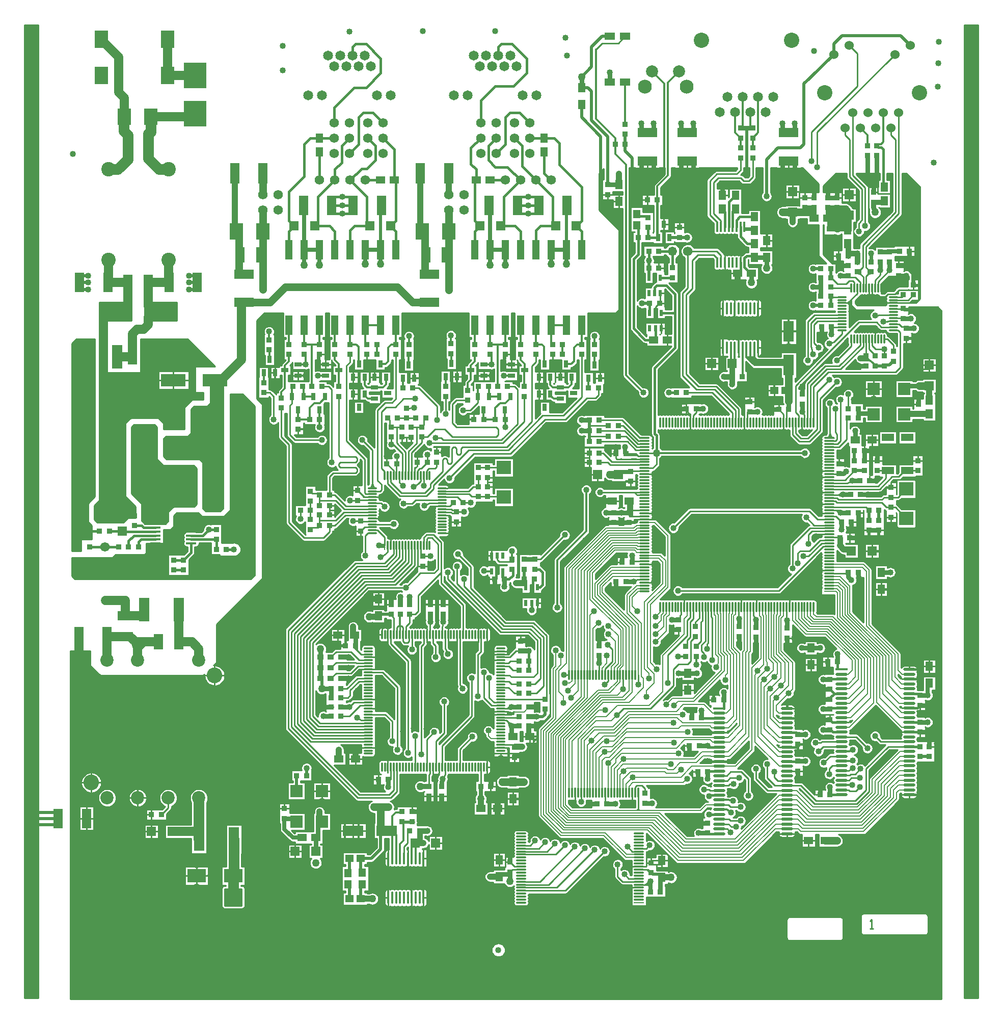
<source format=gtl>
%FSLAX24Y24*%
%MOIN*%
G70*
G01*
G75*
%ADD10C,0.0100*%
%ADD11R,0.1250X0.0600*%
%ADD12R,0.0600X0.1000*%
%ADD13R,0.0380X0.0380*%
%ADD14R,0.0600X0.0600*%
%ADD15R,0.0709X0.1575*%
%ADD16R,0.1614X0.0827*%
%ADD17O,0.0701X0.0157*%
%ADD18R,0.1500X0.1100*%
%ADD19R,0.0600X0.1250*%
%ADD20R,0.0500X0.0600*%
%ADD21R,0.0600X0.0500*%
%ADD22R,0.0315X0.0472*%
%ADD23R,0.1200X0.0900*%
%ADD24R,0.0551X0.0492*%
%ADD25O,0.0138X0.0846*%
%ADD26R,0.0138X0.0846*%
%ADD27R,0.1575X0.1181*%
%ADD28R,0.0709X0.1378*%
%ADD29R,0.0800X0.0800*%
%ADD30O,0.0630X0.0110*%
%ADD31O,0.0110X0.0630*%
%ADD32R,0.0110X0.0630*%
%ADD33R,0.0472X0.1260*%
%ADD34R,0.0472X0.0315*%
%ADD35R,0.0425X0.0380*%
%ADD36C,0.0400*%
%ADD37R,0.1378X0.0709*%
%ADD38R,0.0650X0.0500*%
%ADD39O,0.0787X0.0177*%
%ADD40R,0.0787X0.0177*%
%ADD41R,0.0236X0.0433*%
%ADD42R,0.0492X0.0551*%
%ADD43O,0.0669X0.0110*%
%ADD44R,0.0669X0.0110*%
%ADD45O,0.0110X0.0669*%
%ADD46R,0.0110X0.0669*%
%ADD47R,0.1000X0.0600*%
%ADD48R,0.0850X0.1080*%
%ADD49R,0.0600X0.1350*%
%ADD50R,0.1575X0.2165*%
%ADD51R,0.1500X0.1680*%
%ADD52R,0.0866X0.1142*%
%ADD53O,0.0630X0.0110*%
%ADD54R,0.0630X0.0110*%
%ADD55O,0.0110X0.0709*%
%ADD56O,0.0709X0.0110*%
%ADD57O,0.0709X0.0110*%
%ADD58R,0.0709X0.0110*%
%ADD59O,0.0157X0.0701*%
%ADD60O,0.0110X0.0630*%
%ADD61R,0.0787X0.0512*%
%ADD62R,0.0945X0.0906*%
%ADD63C,0.0200*%
%ADD64C,0.0500*%
%ADD65C,0.0120*%
%ADD66C,0.0150*%
%ADD67C,0.0600*%
%ADD68C,0.0400*%
%ADD69C,0.0250*%
%ADD70C,0.0300*%
%ADD71C,0.0380*%
%ADD72C,0.0700*%
%ADD73C,0.0110*%
%ADD74C,0.0320*%
%ADD75C,0.0080*%
%ADD76C,0.0280*%
%ADD77C,0.0310*%
%ADD78C,0.0140*%
%ADD79C,0.0157*%
%ADD80C,0.0130*%
%ADD81C,0.0090*%
%ADD82C,0.0220*%
%ADD83C,0.0170*%
%ADD84C,0.0180*%
%ADD85C,0.0308*%
%ADD86C,0.0160*%
%ADD87C,0.0390*%
%ADD88R,0.0670X0.0700*%
%ADD89R,0.1350X0.1400*%
%ADD90R,0.0300X0.1229*%
%ADD91C,0.0620*%
%ADD92C,0.0600*%
%ADD93C,0.1000*%
%ADD94C,0.0650*%
%ADD95C,0.0906*%
%ADD96C,0.0787*%
%ADD97C,0.0866*%
%ADD98C,0.1024*%
%ADD99C,0.1024*%
%ADD100P,0.0620X8X0*%
%ADD101C,0.0945*%
%ADD102C,0.0500*%
D10*
X120775Y98452D02*
X120678Y98481D01*
X120576Y98482D01*
X120478Y98454D01*
X120392Y98400D01*
X120325Y98324D01*
X120225Y100817D02*
X120311Y100781D01*
X120402Y100766D01*
X120495Y100771D01*
X120584Y100797D01*
X120665Y100843D01*
X120808Y98435D02*
X120775Y98452D01*
X121925Y96852D02*
X121999Y96874D01*
X121860Y99909D02*
X121752Y99934D01*
X121641Y99925D01*
X121999Y96874D02*
X122097Y96850D01*
X122195Y96874D01*
X122294Y96850D01*
X122392Y96874D01*
X122491Y96850D01*
X122589Y96874D01*
X121485Y100907D02*
X121531Y100818D01*
X121599Y100745D01*
X121685Y100694D01*
X121781Y100668D01*
X121881Y100670D01*
X121977Y100699D01*
X122061Y100753D01*
X122126Y100828D01*
X122169Y100919D01*
X122185Y101017D01*
X121610Y101314D02*
X121535Y101238D01*
X121485Y101143D01*
X121923Y100277D02*
X121876Y100207D01*
X121860Y100125D01*
X121923Y100277D02*
X121876Y100207D01*
X121860Y100125D01*
X122185Y101017D02*
X122285Y101020D01*
X122381Y101051D01*
X122465Y101107D01*
X122530Y101184D01*
X122571Y101275D01*
X122585Y101375D01*
X121415Y102535D02*
X121344Y102644D01*
X121415Y102535D02*
X121344Y102645D01*
X121630Y101615D02*
X121610Y101525D01*
X121194Y102794D02*
X121094Y102861D01*
X120975Y102885D01*
X121194Y102794D02*
X121094Y102861D01*
X120975Y102885D01*
X121010Y104575D02*
X121026Y104493D01*
X121073Y104423D01*
X121010Y104575D02*
X121026Y104493D01*
X121073Y104423D01*
X121630Y101615D02*
X121610Y101525D01*
X121657Y101659D02*
X121635Y101626D01*
X121657Y101660D02*
X121635Y101626D01*
X122585Y101375D02*
X122568Y101485D01*
X122518Y101584D01*
X122440Y101664D01*
X122490Y102417D02*
X122467Y102318D01*
X122469Y102216D01*
X122497Y102117D01*
X122547Y102029D01*
X122618Y101955D01*
X122705Y101902D01*
X122803Y101871D01*
X122905Y101866D01*
X123005Y101886D01*
X123097Y101930D01*
X123175Y101996D01*
X123235Y102079D01*
X123272Y102174D01*
X123285Y102275D01*
X122455Y102575D02*
X122471Y102474D01*
X122455Y102575D02*
X122471Y102474D01*
X122440Y103875D02*
X122434Y103925D01*
X122440Y103875D02*
X122434Y103925D01*
X122377Y104027D01*
X122434Y103925D02*
X122377Y104027D01*
X122589Y96874D02*
X122688Y96850D01*
X122786Y96874D01*
X122884Y96850D01*
X122983Y96874D01*
X123100Y96851D02*
X123161Y96792D01*
X123240Y96760D01*
X123324Y96762D01*
X122983Y96874D02*
X123100Y96851D01*
X123614Y96242D02*
X123593Y96175D01*
X123447Y96762D02*
X123528Y96767D01*
X123601Y96801D01*
X123614Y96439D02*
X123591Y96341D01*
X123614Y96242D01*
Y96636D02*
X123591Y96538D01*
X123614Y96439D01*
X123601Y96801D02*
X123591Y96717D01*
X123614Y96636D01*
X124186Y96950D02*
X124237Y96987D01*
X124372Y96945D02*
X124326Y96950D01*
X124775Y98452D02*
X124742Y98435D01*
X122875Y99834D02*
X122791Y99894D01*
X122694Y99929D01*
X122590Y99933D01*
X122490Y99909D01*
X125095Y96341D02*
X125183Y96393D01*
X125095Y96341D02*
X125183Y96393D01*
X125025Y97205D02*
X125075Y97211D01*
X125025Y97205D02*
X125075Y97211D01*
X125285Y98125D02*
X125270Y98227D01*
X125228Y98320D01*
X125161Y98397D01*
X125074Y98453D01*
X124976Y98481D01*
X124873Y98481D01*
X124775Y98452D01*
X123165Y102565D02*
X123125Y102600D01*
X123285Y102275D02*
X123271Y102381D01*
X123230Y102480D01*
X123165Y102565D01*
X124577Y102023D02*
X124624Y102093D01*
X124640Y102175D01*
X124577Y102023D02*
X124624Y102093D01*
X124640Y102175D01*
X123278Y96979D02*
X123296Y97065D01*
X123725Y97135D02*
X123644Y97119D01*
X123576Y97073D01*
X123725Y97135D02*
X123645Y97119D01*
X123577Y97074D01*
X124455Y97415D02*
X124374Y97399D01*
X124306Y97353D01*
X124455Y97415D02*
X124375Y97399D01*
X124307Y97354D01*
X77652Y81009D02*
X77619Y80926D01*
X77619Y80836D01*
X77652Y80753D01*
X78291Y79859D02*
X78342Y79935D01*
X78360Y80025D01*
X78291Y79859D02*
X78342Y79935D01*
X78360Y80025D01*
X77652Y80753D02*
X77617Y80658D01*
X77625Y80557D01*
X77673Y80468D01*
X77754Y80408D01*
X77853Y80386D01*
Y81376D02*
X77754Y81354D01*
X77673Y81294D01*
X77625Y81205D01*
X77617Y81104D01*
X77652Y81009D01*
X78397Y80386D02*
X78488Y80405D01*
X78565Y80456D01*
X78617Y80534D01*
X78635Y80625D01*
X78439Y81372D02*
X78397Y81376D01*
X79425Y81852D02*
X79323Y81882D01*
X79217Y81880D01*
X79115Y81848D01*
X79028Y81787D01*
X78962Y81704D01*
X78924Y81604D01*
X78916Y81498D01*
X80831Y79785D02*
X80930Y79775D01*
X81029Y79787D01*
X81124Y79821D01*
X81208Y79875D01*
X81278Y79946D01*
X81331Y80031D01*
X81364Y80126D01*
X81375Y80225D01*
X81364Y80325D01*
X81331Y80419D01*
X81278Y80504D01*
X81208Y80575D01*
X81124Y80629D01*
X81029Y80663D01*
X80930Y80675D01*
X80831Y80665D01*
X80115Y56925D02*
X80143Y56820D01*
X80220Y56743D01*
X80325Y56715D01*
X80115Y56925D02*
X80143Y56820D01*
X80220Y56743D01*
X80325Y56715D01*
Y58235D02*
X80220Y58207D01*
X80143Y58130D01*
X80115Y58025D01*
X80325Y58235D02*
X80220Y58207D01*
X80143Y58130D01*
X80115Y58025D01*
X81425Y56715D02*
X81530Y56743D01*
X81607Y56820D01*
X81635Y56925D01*
X81425Y56715D02*
X81530Y56743D01*
X81607Y56820D01*
X81635Y56925D01*
Y58025D02*
X81607Y58130D01*
X81530Y58207D01*
X81425Y58235D01*
X81635Y58025D02*
X81607Y58130D01*
X81530Y58207D01*
X81425Y58235D01*
X78115Y61283D02*
X78119Y61220D01*
X76773Y63176D02*
X76819Y63245D01*
X76835Y63325D01*
X76773Y63177D02*
X76819Y63245D01*
X76835Y63325D01*
Y63420D02*
X76927Y63465D01*
X77010Y63524D01*
X77082Y63597D01*
X77140Y63681D01*
X77183Y63774D01*
X77209Y63873D01*
X77218Y63975D01*
X79135Y63672D02*
X79181Y63768D01*
X79209Y63870D01*
X79218Y63975D01*
X85985Y60015D02*
X85923Y59936D01*
X85883Y59844D01*
X85865Y59745D01*
X85873Y59645D01*
X85904Y59550D01*
X85958Y59465D01*
X86031Y59396D01*
X86118Y59346D01*
X86215Y59320D01*
X86315Y59317D01*
X86413Y59339D01*
X86503Y59384D01*
X86579Y59450D01*
X86637Y59532D01*
X86673Y59625D01*
X86685Y59725D01*
X86671Y59831D01*
X86630Y59930D01*
X86565Y60015D01*
X89779Y57015D02*
X89877Y56977D01*
X89983Y56965D01*
X90087Y56981D01*
X90184Y57023D01*
X90268Y57088D01*
X90331Y57172D01*
X90371Y57270D01*
X90385Y57375D01*
X90371Y57480D01*
X90331Y57578D01*
X90268Y57662D01*
X90184Y57728D01*
X90087Y57769D01*
X89983Y57785D01*
X89877Y57773D01*
X89779Y57735D01*
X90793Y57092D02*
X90814Y56996D01*
X90873Y56918D01*
X90960Y56872D01*
X91058Y56866D01*
X91150Y56902D01*
X91233Y56868D01*
X91323Y56868D01*
X91406Y56902D01*
X91150Y57990D02*
X91058Y58027D01*
X90960Y58021D01*
X90873Y57975D01*
X90814Y57897D01*
X90793Y57801D01*
X91406Y57990D02*
X91323Y58025D01*
X91233Y58025D01*
X91150Y57990D01*
X89925Y59765D02*
X90024Y59785D01*
X90109Y59841D01*
X89925Y59765D02*
X90024Y59785D01*
X90109Y59841D01*
X90793Y59671D02*
X90814Y59575D01*
X90873Y59496D01*
X90960Y59450D01*
X91058Y59445D01*
X91150Y59481D01*
X91233Y59446D01*
X91323Y59446D01*
X91406Y59481D01*
X91053Y60606D02*
X90956Y60599D01*
X90871Y60552D01*
X90813Y60474D01*
X90793Y60379D01*
X84573Y61174D02*
X84666Y61112D01*
X84775Y61090D01*
X84573Y61174D02*
X84666Y61112D01*
X84775Y61090D01*
X83940Y61925D02*
X83962Y61816D01*
X84024Y61723D01*
X83940Y61925D02*
X83962Y61816D01*
X84023Y61724D01*
X86885Y63075D02*
X86870Y63177D01*
X86828Y63270D01*
X86761Y63347D01*
X86675Y63403D01*
X86576Y63431D01*
X86474D01*
X86375Y63403D01*
X86289Y63347D01*
X86222Y63270D01*
X86180Y63177D01*
X86165Y63075D01*
X86885D02*
X86870Y63177D01*
X86828Y63270D01*
X86761Y63347D01*
X86675Y63403D01*
X86576Y63431D01*
X86474D01*
X86375Y63403D01*
X86289Y63347D01*
X86222Y63270D01*
X86180Y63177D01*
X86165Y63075D01*
X90709Y60441D02*
X90765Y60526D01*
X90785Y60625D01*
X90709Y60441D02*
X90765Y60526D01*
X90785Y60625D01*
X88877Y63827D02*
X88945Y63781D01*
X89025Y63765D01*
X88876Y63827D02*
X88944Y63781D01*
X89025Y63765D01*
X91525Y63250D02*
X91402Y63213D01*
X91525Y63250D02*
X91402Y63213D01*
X89949Y63765D02*
X89861Y63725D01*
X89785Y63665D01*
X89726Y63589D01*
X89685Y63502D01*
X89666Y63407D01*
X89670Y63311D01*
X89696Y63218D01*
X89743Y63134D01*
X89809Y63063D01*
X89889Y63010D01*
X89979Y62976D01*
X90075Y62965D01*
X89949Y63765D02*
X89861Y63725D01*
X89785Y63665D01*
X89726Y63589D01*
X89685Y63502D01*
X89666Y63407D01*
X89670Y63311D01*
X89696Y63218D01*
X89743Y63134D01*
X89809Y63063D01*
X89889Y63010D01*
X89979Y62976D01*
X90075Y62965D01*
X91402Y63213D02*
X91427Y63293D01*
X91435Y63375D01*
X91402Y63213D02*
X91427Y63293D01*
X91435Y63375D01*
X91422Y63477D01*
X91384Y63573D01*
X91324Y63656D01*
X91245Y63721D01*
X91151Y63765D01*
X91435Y63375D02*
X91422Y63477D01*
X91384Y63573D01*
X91324Y63656D01*
X91245Y63721D01*
X91151Y63765D01*
X91175D02*
X91255Y63781D01*
X91323Y63827D01*
X91175Y63765D02*
X91256Y63781D01*
X91324Y63827D01*
X72261Y64975D02*
X72254Y65075D01*
X72232Y65173D01*
X72195Y65267D01*
X72145Y65354D01*
X72082Y65432D01*
X72008Y65500D01*
X71925Y65557D01*
X71835Y65600D01*
X71739Y65630D01*
X71640Y65645D01*
X71539D01*
X71440Y65630D01*
X71344Y65600D01*
X71254Y65557D01*
X71171Y65500D01*
X71097Y65432D01*
X71034Y65354D01*
X70984Y65267D01*
X70948Y65173D01*
X70925Y65075D01*
X70918Y64975D01*
X70925Y64875D01*
X70948Y64777D01*
X70984Y64684D01*
X71034Y64597D01*
X71097Y64518D01*
X71171Y64450D01*
X71254Y64393D01*
X71344Y64350D01*
X71440Y64320D01*
X71539Y64305D01*
X71640D01*
X71739Y64320D01*
X71835Y64350D01*
X71925Y64393D01*
X72008Y64450D01*
X72082Y64518D01*
X72145Y64597D01*
X72195Y64684D01*
X72232Y64777D01*
X72254Y64875D01*
X72261Y64975D01*
X73218Y63975D02*
X73210Y64075D01*
X73184Y64173D01*
X73143Y64264D01*
X73086Y64348D01*
X73017Y64420D01*
X72936Y64480D01*
X72846Y64525D01*
X72750Y64555D01*
X72650Y64568D01*
X72550Y64563D01*
X72451Y64542D01*
X72358Y64505D01*
X72272Y64452D01*
X72197Y64385D01*
X72134Y64307D01*
X72085Y64219D01*
X72051Y64125D01*
X72034Y64025D01*
Y63925D01*
X72051Y63826D01*
X72085Y63731D01*
X72134Y63643D01*
X72197Y63565D01*
X72272Y63498D01*
X72358Y63446D01*
X72451Y63408D01*
X72550Y63387D01*
X72650Y63383D01*
X72750Y63395D01*
X72846Y63425D01*
X72936Y63470D01*
X73017Y63530D01*
X73086Y63603D01*
X73143Y63686D01*
X73184Y63778D01*
X73210Y63875D01*
X73218Y63975D01*
X75218D02*
X75210Y64075D01*
X75184Y64173D01*
X75143Y64264D01*
X75086Y64348D01*
X75017Y64420D01*
X74936Y64480D01*
X74846Y64525D01*
X74750Y64555D01*
X74650Y64568D01*
X74550Y64563D01*
X74451Y64542D01*
X74358Y64505D01*
X74272Y64452D01*
X74197Y64385D01*
X74134Y64307D01*
X74085Y64219D01*
X74051Y64125D01*
X74034Y64025D01*
Y63925D01*
X74051Y63826D01*
X74085Y63731D01*
X74134Y63643D01*
X74197Y63565D01*
X74272Y63498D01*
X74358Y63446D01*
X74451Y63408D01*
X74550Y63387D01*
X74650Y63383D01*
X74750Y63395D01*
X74846Y63425D01*
X74936Y63470D01*
X75017Y63530D01*
X75086Y63603D01*
X75143Y63686D01*
X75184Y63778D01*
X75210Y63875D01*
X75218Y63975D01*
X77218D02*
X77210Y64074D01*
X77185Y64170D01*
X77145Y64260D01*
X77090Y64343D01*
X77022Y64415D01*
X76943Y64475D01*
X76856Y64521D01*
X76761Y64552D01*
X76663Y64567D01*
X76564Y64565D01*
X76467Y64547D01*
X76374Y64512D01*
X76288Y64463D01*
X76211Y64400D01*
X76146Y64325D01*
X76095Y64241D01*
X76058Y64149D01*
X76037Y64052D01*
X76032Y63953D01*
X76044Y63854D01*
X76073Y63759D01*
X76116Y63670D01*
X76174Y63590D01*
X76244Y63520D01*
X76326Y63463D01*
X76415Y63420D01*
X79218Y63975D02*
X79210Y64074D01*
X79185Y64170D01*
X79145Y64260D01*
X79090Y64343D01*
X79023Y64415D01*
X78944Y64475D01*
X78856Y64521D01*
X78762Y64552D01*
X78664Y64567D01*
X78565Y64565D01*
X78468Y64547D01*
X78375Y64513D01*
X78289Y64464D01*
X78212Y64401D01*
X78147Y64327D01*
X78095Y64242D01*
X78058Y64150D01*
X78037Y64054D01*
X78032Y63955D01*
X78044Y63856D01*
X78072Y63761D01*
X78115Y63672D01*
X78992Y72042D02*
X78989Y71943D01*
X79001Y71845D01*
X79028Y71750D01*
X79068Y71659D01*
X79120Y71576D01*
X79185Y71501D01*
X79260Y71436D01*
X79343Y71383D01*
X79433Y71343D01*
X79529Y71316D01*
X79627Y71304D01*
X79726Y71306D01*
X79823Y71323D01*
X79917Y71354D01*
X80006Y71399D01*
X80086Y71456D01*
X80158Y71524D01*
X80219Y71602D01*
X80268Y71688D01*
X80303Y71780D01*
X80325Y71876D01*
X80332Y71975D01*
X84265Y68525D02*
X84281Y68444D01*
X84327Y68376D01*
X84265Y68525D02*
X84281Y68445D01*
X84327Y68377D01*
X80332Y71975D02*
X80325Y72077D01*
X80301Y72176D01*
X80264Y72271D01*
X80212Y72359D01*
X80148Y72438D01*
X80072Y72506D01*
X79987Y72562D01*
X79894Y72605D01*
X79796Y72633D01*
X79695Y72646D01*
X79593Y72644D01*
X86035Y65925D02*
X86021Y66023D01*
X85982Y66113D01*
X85920Y66189D01*
X85839Y66246D01*
X85746Y66278D01*
X85647Y66284D01*
X85551Y66263D01*
X85464Y66217D01*
X85393Y66148D01*
X85343Y66063D01*
X85318Y65968D01*
X85319Y65869D01*
X85348Y65775D01*
X86002D02*
X86027Y65848D01*
X86035Y65925D01*
X86925Y69652D02*
X86834Y69680D01*
X86738Y69683D01*
X86645Y69661D01*
X86562Y69615D01*
X86493Y69549D01*
X86444Y69467D01*
X86418Y69375D01*
X86418Y69279D01*
X86958Y69635D02*
X86925Y69652D01*
X86285Y70999D02*
X86326Y70910D01*
X86387Y70833D01*
X86464Y70773D01*
X86554Y70733D01*
X86650Y70716D01*
X86747Y70722D01*
X86841Y70750D01*
X86925Y70800D01*
X86985Y73725D02*
X86974Y73821D01*
X86940Y73911D01*
X86887Y73991D01*
X86816Y74057D01*
X86732Y74104D01*
X86639Y74130D01*
X86543Y74134D01*
X86448Y74115D01*
X86361Y74075D01*
X86285Y74015D01*
X86933Y73525D02*
X86972Y73622D01*
X86985Y73725D01*
X89335Y66696D02*
X89454Y66660D01*
X88135Y67125D02*
X88120Y67226D01*
X88078Y67320D01*
X88011Y67397D01*
X87925Y67453D01*
X88135Y67125D02*
X88120Y67226D01*
X88078Y67320D01*
X88011Y67397D01*
X87925Y67453D01*
X88527Y70281D02*
X88406Y70278D01*
X88292Y70235D01*
X89262Y66974D02*
X89247Y66935D01*
X89262Y67170D02*
X89239Y67072D01*
X89262Y66974D01*
X89974Y66660D02*
X90081Y66689D01*
X90160Y66768D01*
X90189Y66875D01*
X90165Y66974D01*
X89262Y67367D02*
X89239Y67269D01*
X89262Y67170D01*
X89239Y67453D02*
X89262Y67367D01*
X90165Y66974D02*
X90189Y67072D01*
X90165Y67170D01*
X90189Y67269D01*
X90165Y67367D01*
X90189Y67466D01*
X90165Y67564D01*
X90189Y67663D01*
X90165Y67761D01*
X90189Y67859D01*
X90165Y67958D01*
X90189Y68056D01*
X90165Y68155D01*
X90189Y68253D01*
X90165Y68351D01*
X90189Y68450D01*
X90165Y68548D01*
X90189Y68647D01*
X90165Y68745D01*
X90384Y65729D02*
X90403Y65642D01*
X90455Y65570D01*
X90532Y65525D01*
X90698Y64825D02*
X90669Y64731D01*
X90667Y64633D01*
X90692Y64538D01*
X90741Y64453D01*
X90812Y64385D01*
X90715Y64858D02*
X90698Y64825D01*
X90698Y66440D02*
X90592Y66464D01*
X90487Y66433D01*
X90412Y66354D01*
X90384Y66249D01*
X90895Y66440D02*
X90796Y66464D01*
X90698Y66440D01*
X91092D02*
X90993Y66464D01*
X90895Y66440D01*
X91288D02*
X91190Y66464D01*
X91092Y66440D01*
X91485D02*
X91387Y66464D01*
X91288Y66440D01*
X91065Y67968D02*
X90996Y67902D01*
X90946Y67821D01*
X90919Y67730D01*
X90917Y67635D01*
X90940Y67543D01*
X90986Y67460D01*
X91053Y67392D01*
X91134Y67344D01*
X91226Y67318D01*
X91321Y67318D01*
X90165Y68745D02*
X90189Y68844D01*
X90165Y68942D01*
X90189Y69040D01*
X90165Y69139D01*
X90188Y69224D01*
Y69644D02*
X90165Y69729D01*
X90189Y69828D01*
X90165Y69926D01*
X90189Y70025D01*
X90165Y70123D01*
X90189Y70222D01*
X90165Y70320D01*
X90964Y69583D02*
X90896Y69628D01*
X90816Y69644D01*
X90965Y69582D02*
X90897Y69628D01*
X90816Y69644D01*
X88375Y70315D02*
X88455Y70331D01*
X88523Y70377D01*
X88375Y70315D02*
X88456Y70331D01*
X88524Y70377D01*
X88771Y70437D02*
X88689Y70420D01*
X88619Y70374D01*
X88771Y70437D02*
X88689Y70420D01*
X88619Y70374D01*
X88575Y71915D02*
X88656Y71931D01*
X88724Y71977D01*
X88575Y71915D02*
X88655Y71931D01*
X88723Y71977D01*
X88673Y70526D02*
X88719Y70595D01*
X88735Y70675D01*
X88673Y70527D02*
X88719Y70595D01*
X88735Y70675D01*
X89262Y70517D02*
X89239Y70437D01*
X89262Y70714D02*
X89239Y70615D01*
X89262Y70517D01*
Y70911D02*
X89239Y70812D01*
X89262Y70714D01*
X88996Y72006D02*
X88916Y71990D01*
X88847Y71944D01*
X88996Y72006D02*
X88916Y71990D01*
X88848Y71945D01*
X89262Y71107D02*
X89239Y71009D01*
X89262Y70911D01*
Y71304D02*
X89239Y71206D01*
X89262Y71107D01*
X89239Y71389D02*
X89262Y71304D01*
X87604Y73735D02*
X87524Y73719D01*
X87455Y73673D01*
X87604Y73735D02*
X87524Y73719D01*
X87456Y73674D01*
X89262Y72092D02*
X89239Y72006D01*
X89262Y72288D02*
X89239Y72190D01*
X89262Y72092D01*
X90165Y70320D02*
X90189Y70418D01*
X90165Y70517D01*
X90189Y70615D01*
X90165Y70714D01*
X90189Y70812D01*
X90165Y70911D01*
X90189Y71009D01*
X90165Y71107D01*
X90189Y71206D01*
X90165Y71304D01*
X90189Y71403D01*
X90165Y71501D01*
X90189Y71599D01*
X90165Y71698D01*
X90189Y71796D01*
X90165Y71895D01*
X90188Y71980D01*
X89239Y72374D02*
X89262Y72288D01*
X90188Y72400D02*
X90165Y72485D01*
X90189Y72584D01*
X90165Y72682D01*
X90189Y72781D01*
X90165Y72879D01*
X90189Y72977D01*
X90165Y73076D01*
X90189Y73174D01*
X90165Y73273D01*
X90189Y73371D01*
X90809Y72339D02*
X90740Y72384D01*
X90660Y72400D01*
X90809Y72338D02*
X90741Y72384D01*
X90660Y72400D01*
X89454Y73980D02*
X89348Y73952D01*
X89270Y73877D01*
X89239Y73773D01*
X89262Y73666D01*
X90189Y73371D02*
X90165Y73470D01*
X90189Y73568D01*
X90165Y73666D01*
X90189Y73765D01*
X90160Y73872D01*
X90081Y73951D01*
X89974Y73980D01*
X90698Y74200D02*
X90796Y74176D01*
X90895Y74200D01*
X90384Y74391D02*
X90412Y74285D01*
X90487Y74207D01*
X90592Y74176D01*
X90698Y74200D01*
X90895D02*
X90980Y74176D01*
Y74060D02*
X90996Y73980D01*
X91042Y73911D01*
X90980Y74060D02*
X90996Y73980D01*
X91041Y73912D01*
X91400Y74176D02*
X91485Y74200D01*
X91406Y56902D02*
X91489Y56868D01*
X91579Y56868D01*
X91662Y56902D01*
X91745Y56868D01*
X91835Y56868D01*
X91918Y56902D01*
Y56902D02*
X92001Y56868D01*
X92090Y56868D01*
X92173Y56902D01*
X92256Y56868D01*
X92346Y56868D01*
X92429Y56902D01*
X91662Y57990D02*
X91579Y58025D01*
X91489Y58025D01*
X91406Y57990D01*
X91918D02*
X91835Y58025D01*
X91745Y58025D01*
X91662Y57990D01*
X92173D02*
X92090Y58025D01*
X92001Y58025D01*
X91918Y57990D01*
X92429Y56902D02*
X92512Y56868D01*
X92602Y56868D01*
X92685Y56902D01*
X92429Y57990D02*
X92346Y58025D01*
X92256Y58025D01*
X92173Y57990D01*
X92685D02*
X92602Y58025D01*
X92512Y58025D01*
X92429Y57990D01*
X92685Y56902D02*
X92768Y56868D01*
X92858Y56868D01*
X92941Y56902D01*
Y56902D02*
X93024Y56868D01*
X93114Y56868D01*
X93197Y56902D01*
X93288Y56866D01*
X93387Y56872D01*
X93473Y56918D01*
X93533Y56996D01*
X93554Y57092D01*
X92941Y57990D02*
X92858Y58025D01*
X92768Y58025D01*
X92685Y57990D01*
X93197D02*
X93114Y58025D01*
X93024Y58025D01*
X92941Y57990D01*
X93554Y57801D02*
X93533Y57897D01*
X93473Y57975D01*
X93387Y58021D01*
X93288Y58027D01*
X93197Y57990D01*
X91406Y59481D02*
X91489Y59446D01*
X91579Y59446D01*
X91662Y59481D01*
X91745Y59446D01*
X91835Y59446D01*
X91918Y59481D01*
Y59481D02*
X92001Y59446D01*
X92090Y59446D01*
X92173Y59481D01*
X92256Y59446D01*
X92346Y59446D01*
X92429Y59481D01*
Y59481D02*
X92512Y59446D01*
X92602Y59446D01*
X92685Y59481D01*
X92768Y59446D01*
X92858Y59446D01*
X92941Y59481D01*
X92315Y60608D02*
X92255Y60604D01*
X92941Y59481D02*
X93015Y59448D01*
X93096Y59443D01*
X93325Y60665D02*
X93434Y60682D01*
X93534Y60732D01*
X93613Y60809D01*
X93665Y60907D01*
X93325Y60665D02*
X93434Y60682D01*
X93534Y60732D01*
X93613Y60809D01*
X93665Y60907D01*
X92925Y62304D02*
X92935Y62375D01*
X92925Y62447D01*
X91732Y64235D02*
X91778Y64303D01*
X91794Y64384D01*
X91732Y64235D02*
X91778Y64303D01*
X91794Y64384D01*
X93665Y61143D02*
X93611Y61244D01*
X93528Y61322D01*
X93425Y61371D01*
X93665Y61143D02*
X93611Y61244D01*
X93528Y61322D01*
X93425Y61371D01*
X93491Y61475D02*
X93578Y61465D01*
X93665Y61477D01*
X93693Y61485D02*
X93791Y61537D01*
X93868Y61617D01*
X93918Y61716D01*
X93935Y61825D01*
X93923Y61917D01*
X93888Y62003D01*
X93832Y62077D01*
X93760Y62134D01*
X93675Y62171D01*
X93583Y62185D01*
X93491Y62175D01*
X91682Y66440D02*
X91584Y66464D01*
X91485Y66440D01*
X91879D02*
X91781Y66464D01*
X91682Y66440D01*
X91794Y65515D02*
X91879Y65538D01*
X91977Y65514D01*
X92076Y65538D01*
Y66440D02*
X91977Y66464D01*
X91879Y66440D01*
X92076Y65538D02*
X92174Y65514D01*
X92273Y65538D01*
Y66440D02*
X92174Y66464D01*
X92076Y66440D01*
X92273Y65538D02*
X92371Y65514D01*
X92470Y65538D01*
Y66440D02*
X92371Y66464D01*
X92273Y66440D01*
X93339Y65075D02*
X93246Y65117D01*
X93147Y65135D01*
X93046Y65127D01*
X92950Y65096D01*
X92865Y65042D01*
X92795Y64969D01*
X92746Y64881D01*
X92719Y64783D01*
X92717Y64682D01*
X92740Y64584D01*
X92786Y64494D01*
X92853Y64418D01*
X92936Y64361D01*
X93031Y64326D01*
X93131Y64315D01*
X93231Y64329D01*
X93325Y64367D01*
X93339Y64375D02*
X93381Y64405D01*
Y65045D02*
X93339Y65075D01*
X92470Y65538D02*
X92568Y65514D01*
X92666Y65538D01*
X92765Y65514D01*
X92863Y65538D01*
X92962Y65514D01*
X93060Y65538D01*
X92555Y66464D02*
X92470Y66440D01*
X93472Y65530D02*
X93465Y65475D01*
X93060Y65538D02*
X93158Y65514D01*
X93257Y65538D01*
X93355Y65514D01*
X93454Y65538D01*
X93897Y65400D02*
X93956Y65515D01*
X93472Y65530D02*
X93465Y65475D01*
X93898Y65401D02*
X93956Y65515D01*
X94219Y65075D02*
X94215Y65025D01*
X94219Y65075D02*
X94215Y65025D01*
X93956Y65515D02*
X94044Y65538D01*
X94143Y65514D01*
X94241Y65538D01*
X94362Y65516D02*
X94284Y65438D01*
X94234Y65340D01*
X94215Y65232D01*
X94230Y65123D01*
X94241Y65538D02*
X94362Y65516D01*
X94832Y66440D02*
X94746Y66464D01*
X95029Y66440D02*
X94930Y66464D01*
X94832Y66440D01*
X94875Y65026D02*
X94920Y65121D01*
X94935Y65225D01*
X94926Y65307D01*
X94898Y65384D01*
X94925Y65435D02*
X94947Y65515D01*
X94925Y65435D02*
X94947Y65515D01*
X95029Y65538D01*
X95127Y65514D01*
X95225Y65538D01*
X95324Y65514D01*
X95422Y65538D01*
X95521Y65514D01*
X95619Y65538D01*
X95225Y66440D02*
X95127Y66464D01*
X95029Y66440D01*
X95422D02*
X95324Y66464D01*
X95225Y66440D01*
X95619Y65538D02*
X95718Y65514D01*
X95816Y65538D01*
X95508Y66464D02*
X95422Y66440D01*
X95816Y65538D02*
X95914Y65514D01*
X96013Y65538D01*
X96111Y65514D01*
X96210Y65538D01*
X96308Y65514D01*
X96406Y65538D01*
X96505Y65514D01*
X96603Y65538D01*
X96013Y66440D02*
X95928Y66464D01*
X96210Y66440D02*
X96111Y66464D01*
X96013Y66440D01*
X96406D02*
X96308Y66464D01*
X96210Y66440D01*
X98675Y54025D02*
X98664Y54125D01*
X98630Y54220D01*
X98577Y54306D01*
X98506Y54377D01*
X98420Y54431D01*
X98325Y54464D01*
X98225Y54475D01*
X98125Y54464D01*
X98030Y54431D01*
X97944Y54377D01*
X97873Y54306D01*
X97820Y54220D01*
X97786Y54125D01*
X97775Y54025D01*
X97786Y53925D01*
X97820Y53830D01*
X97873Y53745D01*
X97944Y53673D01*
X98030Y53620D01*
X98125Y53586D01*
X98225Y53575D01*
X98325Y53586D01*
X98420Y53620D01*
X98506Y53673D01*
X98577Y53745D01*
X98630Y53830D01*
X98664Y53925D01*
X98675Y54025D01*
X97675Y59185D02*
X97574Y59171D01*
X97480Y59128D01*
X97403Y59061D01*
X97348Y58975D01*
X97319Y58876D01*
Y58774D01*
X97348Y58676D01*
X97403Y58589D01*
X97480Y58522D01*
X97574Y58480D01*
X97675Y58465D01*
Y59185D02*
X97574Y59171D01*
X97480Y59128D01*
X97403Y59061D01*
X97348Y58975D01*
X97319Y58876D01*
Y58774D01*
X97348Y58676D01*
X97403Y58589D01*
X97480Y58522D01*
X97574Y58480D01*
X97675Y58465D01*
X99238Y57224D02*
X99214Y57117D01*
X99245Y57013D01*
X99324Y56938D01*
X99429Y56910D01*
X99238Y57420D02*
X99214Y57322D01*
X99238Y57224D01*
Y57617D02*
X99214Y57519D01*
X99238Y57420D01*
X98598Y58365D02*
X98645Y58282D01*
X98710Y58213D01*
X98789Y58160D01*
X98878Y58127D01*
X98973Y58115D01*
X99067Y58126D01*
X99157Y58158D01*
X99237Y58210D01*
X99238Y57814D02*
X99214Y57716D01*
X99238Y57617D01*
X99238Y58011D02*
X99214Y57913D01*
X99238Y57814D01*
Y58208D02*
X99214Y58109D01*
X99238Y58011D01*
X99238Y60176D02*
X99219Y60125D01*
X99238Y60373D02*
X99214Y60275D01*
X99238Y60176D01*
Y60570D02*
X99214Y60472D01*
X99238Y60373D01*
X99238Y60767D02*
X99214Y60668D01*
X99238Y60570D01*
X99238Y60964D02*
X99214Y60865D01*
X99238Y60767D01*
Y61161D02*
X99214Y61062D01*
X99238Y60964D01*
Y61357D02*
X99214Y61259D01*
X99238Y61161D01*
X99988Y56910D02*
X100096Y56939D01*
X100174Y57018D01*
X100203Y57125D01*
X100179Y57224D01*
X100203Y57322D01*
X100179Y57420D01*
X100203Y57519D01*
X100179Y57617D01*
X100203Y57702D01*
X102612D02*
X102693Y57718D01*
X102761Y57764D01*
X102612Y57702D02*
X102693Y57719D01*
X102761Y57764D01*
X100203Y61075D02*
X100179Y61161D01*
X100972Y61270D02*
X100933Y61361D01*
X100871Y61438D01*
X100790Y61495D01*
X100696Y61528D01*
X100597Y61534D01*
X100501Y61513D01*
X100413Y61466D01*
X100342Y61397D01*
X100292Y61312D01*
X100267Y61216D01*
X100270Y61117D01*
X100179Y61161D02*
X100203Y61259D01*
X102272Y61070D02*
X102231Y61165D01*
X102165Y61244D01*
X102079Y61301D01*
X101980Y61331D01*
X101876Y61332D01*
X101777Y61303D01*
X101690Y61248D01*
X101622Y61170D01*
X103572Y60870D02*
X103531Y60965D01*
X103465Y61044D01*
X103379Y61101D01*
X103280Y61131D01*
X103176Y61132D01*
X103077Y61103D01*
X102990Y61048D01*
X102922Y60970D01*
Y60970D02*
X102881Y61065D01*
X102815Y61144D01*
X102729Y61201D01*
X102630Y61231D01*
X102526Y61232D01*
X102427Y61203D01*
X102340Y61148D01*
X102272Y61070D01*
X101622Y61170D02*
X101581Y61265D01*
X101515Y61344D01*
X101429Y61401D01*
X101330Y61431D01*
X101226Y61432D01*
X101127Y61403D01*
X101040Y61348D01*
X100972Y61270D01*
X100203Y61259D02*
X100179Y61357D01*
X104222Y60770D02*
X104181Y60865D01*
X104115Y60944D01*
X104029Y61001D01*
X103930Y61031D01*
X103826Y61032D01*
X103727Y61003D01*
X103640Y60948D01*
X103572Y60870D01*
X96790Y64220D02*
X96724Y64137D01*
X96681Y64039D01*
X96665Y63934D01*
X96677Y63828D01*
X96715Y63729D01*
X97435D02*
X97472Y63824D01*
X97485Y63925D01*
X97470Y64033D01*
X97428Y64134D01*
X97360Y64220D01*
X99238Y61554D02*
X99214Y61456D01*
X99238Y61357D01*
X96603Y65538D02*
X96702Y65514D01*
X96800Y65538D01*
X96885Y65515D01*
X97305D02*
X97391Y65538D01*
X97497Y65514D01*
X97601Y65546D01*
X97677Y65624D01*
X97704Y65729D01*
X96603Y66440D02*
X96505Y66464D01*
X96406Y66440D01*
X96800D02*
X96702Y66464D01*
X96603Y66440D01*
X96997D02*
X96899Y66464D01*
X96800Y66440D01*
X97194D02*
X97095Y66464D01*
X96997Y66440D01*
X97391D02*
X97292Y66464D01*
X97194Y66440D01*
X97704Y66249D02*
X97677Y66354D01*
X97601Y66433D01*
X97497Y66464D01*
X97391Y66440D01*
X98068Y65075D02*
X98075Y64935D01*
X98068Y65075D02*
X98075Y64935D01*
X98105Y64848D01*
X98154Y64770D01*
X98219Y64705D01*
X98297Y64656D01*
X98384Y64625D01*
X98475Y64615D01*
X98075Y64935D02*
X98105Y64848D01*
X98154Y64770D01*
X98219Y64705D01*
X98297Y64656D01*
X98384Y64625D01*
X98475Y64615D01*
Y65435D02*
X98377Y65423D01*
X98285Y65388D01*
X98203Y65332D01*
X98138Y65258D01*
X98092Y65171D01*
X98068Y65075D01*
X98475Y65435D02*
X98377Y65423D01*
X98285Y65388D01*
X98203Y65332D01*
X98138Y65258D01*
X98092Y65171D01*
X98068Y65075D01*
X100179Y61357D02*
X100203Y61456D01*
X100179Y61554D01*
X100203Y61653D01*
X99429Y61868D02*
X99324Y61840D01*
X99245Y61765D01*
X99214Y61660D01*
X99238Y61554D01*
X100203Y61653D02*
X100174Y61760D01*
X100096Y61839D01*
X99988Y61868D01*
X100825Y62825D02*
X100840Y62748D01*
X100884Y62683D01*
X100825Y62825D02*
X100840Y62749D01*
X100884Y62684D01*
X102184Y61384D02*
X102248Y61340D01*
X102325Y61325D01*
X102183Y61384D02*
X102248Y61340D01*
X102325Y61325D01*
X103287Y63819D02*
X103275Y63718D01*
X103291Y63617D01*
X103335Y63526D01*
X103403Y63450D01*
X103489Y63396D01*
X103588Y63368D01*
X103689Y63369D01*
X103787Y63399D01*
X103872Y63454D01*
X103938Y63532D01*
X103980Y63624D01*
X103995Y63725D01*
X102825Y63815D02*
X102946Y63838D01*
X103044Y63814D01*
X103143Y63838D01*
X99875Y64615D02*
X99981Y64629D01*
X100080Y64670D01*
X100165Y64735D01*
X100230Y64820D01*
X100271Y64919D01*
X100285Y65025D01*
X99875Y64615D02*
X99981Y64629D01*
X100080Y64670D01*
X100165Y64735D01*
X100230Y64820D01*
X100271Y64919D01*
X100285Y65025D01*
X103143Y63838D02*
X103287Y63819D01*
X100285Y65025D02*
X100271Y65131D01*
X100230Y65230D01*
X100165Y65315D01*
X100080Y65380D01*
X99981Y65421D01*
X99875Y65435D01*
X100285Y65025D02*
X100271Y65131D01*
X100230Y65230D01*
X100165Y65315D01*
X100080Y65380D01*
X99981Y65421D01*
X99875Y65435D01*
X91321Y67318D02*
X91279Y67225D01*
X91265Y67123D01*
X91280Y67022D01*
X91323Y66929D01*
X91390Y66852D01*
X91476Y66797D01*
X91575Y66769D01*
X91677Y66769D01*
X91775Y66798D01*
X91861Y66853D01*
X91928Y66931D01*
X91970Y67024D01*
X91985Y67125D01*
X91967Y67237D01*
X91915Y67338D01*
X91835Y67417D01*
X92115Y67217D02*
X92045Y67152D01*
X91995Y67070D01*
X91969Y66977D01*
X91968Y66881D01*
X91992Y66788D01*
X92040Y66705D01*
X92108Y66638D01*
X92192Y66591D01*
X92285Y66567D01*
X92381Y66570D01*
X92473Y66597D01*
X92555Y66648D01*
X94387Y67523D02*
X94353Y67477D01*
X94387Y67523D02*
X94353Y67477D01*
X94385Y68275D02*
X94371Y68373D01*
X94332Y68463D01*
X94269Y68540D01*
X94188Y68596D01*
X94094Y68628D01*
X93996Y68634D01*
X93899Y68612D01*
X93812Y68566D01*
X93741Y68497D01*
X93692Y68411D01*
X93667Y68316D01*
X93670Y68217D01*
X94379Y68208D02*
X94385Y68275D01*
X92965Y68324D02*
X92883Y68365D01*
X92792Y68384D01*
X92701Y68379D01*
X92613Y68351D01*
X92535Y68302D01*
X94823Y68059D02*
X94869Y68127D01*
X94885Y68207D01*
X94823Y68059D02*
X94869Y68127D01*
X94885Y68207D01*
X95569Y67316D02*
X95524Y67248D01*
X95508Y67168D01*
X95569Y67316D02*
X95524Y67248D01*
X95508Y67168D01*
X95035Y70275D02*
X95022Y70372D01*
X94983Y70462D01*
X94921Y70538D01*
X94841Y70594D01*
X94749Y70627D01*
X94652Y70634D01*
X94556Y70615D01*
X94469Y70570D01*
X94397Y70504D01*
X94346Y70420D01*
X94319Y70326D01*
X94318Y70228D01*
X94344Y70134D01*
X94394Y70050D01*
X94465Y69983D01*
X94885D02*
X94965Y70062D01*
X95017Y70163D01*
X95035Y70275D01*
X91835Y71225D02*
X91819Y71306D01*
X91773Y71374D01*
X91835Y71225D02*
X91819Y71305D01*
X91773Y71374D01*
X92535Y72925D02*
X92519Y73005D01*
X92473Y73074D01*
X92535Y72925D02*
X92519Y73006D01*
X92473Y73074D01*
X92301Y73917D02*
X92245Y73835D01*
X92214Y73740D01*
X92210Y73641D01*
X92233Y73544D01*
X92281Y73458D01*
X92352Y73387D01*
X92438Y73339D01*
X92535Y73317D01*
X92634Y73321D01*
X92729Y73353D01*
X92811Y73409D01*
X92874Y73486D01*
X92914Y73577D01*
X92928Y73675D01*
X91485Y74200D02*
X91584Y74176D01*
X91682Y74200D01*
X91773Y74176D01*
X91829Y74074D01*
X91773Y74176D02*
X91829Y74074D01*
X91926Y73977D02*
X91994Y73931D01*
X92075Y73915D01*
X91927Y73977D02*
X91995Y73931D01*
X92075Y73915D01*
X92928Y73675D02*
X92910Y73787D01*
X92858Y73888D01*
X92778Y73967D01*
X93027Y74024D02*
X92981Y73955D01*
X92965Y73875D01*
X93027Y74024D02*
X92981Y73956D01*
X92965Y73875D01*
X93503Y73907D02*
X93549Y73975D01*
X93565Y74055D01*
X93504Y73907D02*
X93549Y73975D01*
X93565Y74055D01*
X92778Y74176D02*
X92863Y74200D01*
X92962Y74176D01*
X93060Y74200D01*
X93145Y74176D01*
X93565D02*
X93651Y74200D01*
X95508Y71383D02*
X95538Y71273D01*
X95508Y71383D02*
X95538Y71273D01*
X95543Y71265D02*
X95518Y71171D01*
X95519Y71073D01*
X95546Y70979D01*
X95597Y70896D01*
X95669Y70830D01*
X95756Y70785D01*
X95852Y70766D01*
X95950Y70773D01*
X96042Y70806D01*
X96121Y70863D01*
X96183Y70939D01*
X96222Y71028D01*
X96235Y71125D01*
X96220Y71226D01*
X96178Y71319D01*
X96111Y71397D01*
X96025Y71452D01*
X95928Y71481D01*
X93910Y73464D02*
X93840Y73396D01*
X93792Y73311D01*
X93767Y73217D01*
X93769Y73119D01*
X93797Y73026D01*
X93849Y72944D01*
X93921Y72878D01*
X94008Y72834D01*
X94104Y72816D01*
X94201Y72823D01*
X94293Y72857D01*
X94372Y72913D01*
X94433Y72989D01*
X94472Y73079D01*
X94485Y73175D01*
X94468Y73285D01*
X94418Y73384D01*
X94340Y73464D01*
X93731Y74104D02*
X93747Y74022D01*
X93794Y73952D01*
X93731Y74104D02*
X93747Y74022D01*
X93794Y73952D01*
X93651Y74200D02*
X93731Y74176D01*
X94176Y74178D02*
X94241Y74200D01*
X94340Y73925D02*
X94324Y74007D01*
X94277Y74077D01*
X94340Y73925D02*
X94324Y74007D01*
X94277Y74077D01*
X94241Y74200D02*
X94340Y74176D01*
X94438Y74200D01*
X94518Y73767D02*
X94540Y73672D01*
X94518Y73767D02*
X94540Y73672D01*
X94605Y73540D02*
X94572Y73446D01*
X94566Y73346D01*
X94588Y73249D01*
X94636Y73161D01*
X94706Y73090D01*
X94792Y73040D01*
X94890Y73017D01*
X94989Y73021D01*
X95084Y73052D01*
X95167Y73108D01*
X95231Y73185D01*
X95271Y73276D01*
X95285Y73375D01*
X95271Y73474D01*
X95231Y73565D01*
X95168Y73641D01*
X95085Y73697D01*
X94991Y73729D01*
X94438Y74200D02*
X94518Y74176D01*
X94948D02*
X95029Y74200D01*
X95127Y74176D01*
X95225Y74200D01*
X95324Y74176D01*
X95422Y74200D01*
X95508Y74176D01*
X96467Y67620D02*
X96570Y67618D01*
X96670Y67646D01*
X96758Y67701D01*
X96827Y67778D01*
X96870Y67873D01*
X96885Y67975D01*
X96871Y68073D01*
X96832Y68163D01*
X96769Y68240D01*
X96688Y68296D01*
X96594Y68328D01*
X96496Y68334D01*
X96399Y68312D01*
X96312Y68266D01*
X96241Y68197D01*
X96192Y68111D01*
X96167Y68016D01*
X96170Y67917D01*
X97375Y68025D02*
X97390Y67948D01*
X97434Y67883D01*
X97375Y68025D02*
X97390Y67949D01*
X97434Y67884D01*
X97924Y67170D02*
X97901Y67090D01*
X97924Y67367D02*
X97900Y67269D01*
X97924Y67170D01*
Y67564D02*
X97900Y67466D01*
X97924Y67367D01*
X97900Y67659D02*
X97924Y67564D01*
X97599Y67718D02*
X97664Y67675D01*
X97741Y67659D01*
X97599Y67718D02*
X97664Y67675D01*
X97741Y67659D01*
X98849Y67090D02*
X98826Y67170D01*
X98849Y67251D01*
X96624Y69177D02*
X96669Y69245D01*
X96685Y69325D01*
X96624Y69177D02*
X96669Y69245D01*
X96685Y69325D01*
X97909Y68510D02*
X97857Y68599D01*
X97781Y68670D01*
X97689Y68716D01*
X97588Y68735D01*
X97485Y68724D01*
X97390Y68684D01*
X97310Y68619D01*
X97252Y68534D01*
X97220Y68435D01*
X97218Y68332D01*
X97244Y68233D01*
X97298Y68145D01*
X97375Y68076D01*
X97924Y68548D02*
X97909Y68510D01*
X97924Y68745D02*
X97900Y68647D01*
X97924Y68548D01*
X97627Y69877D02*
X97695Y69831D01*
X97775Y69815D01*
X97627Y69876D02*
X97695Y69831D01*
X97775Y69815D01*
X97924Y68942D02*
X97900Y68844D01*
X97924Y68745D01*
Y69139D02*
X97900Y69040D01*
X97924Y68942D01*
Y69336D02*
X97900Y69237D01*
X97924Y69139D01*
Y69533D02*
X97900Y69434D01*
X97924Y69336D01*
Y69729D02*
X97900Y69631D01*
X97924Y69533D01*
X97900Y69815D02*
X97924Y69729D01*
X98850Y69447D02*
X98826Y69533D01*
X98849Y69609D01*
X99715Y66970D02*
X99819Y66968D01*
X99919Y66995D01*
X100007Y67050D01*
X100076Y67128D01*
X100120Y67222D01*
X100135Y67325D01*
Y67325D02*
X100124Y67412D01*
X100093Y67493D01*
X100043Y67565D01*
X99815Y67683D02*
X99715Y67680D01*
X100884Y68579D02*
X100840Y68514D01*
X100825Y68438D01*
X100884Y68580D02*
X100840Y68515D01*
X100825Y68438D01*
X100575Y68948D02*
X100678Y68918D01*
X100785Y68920D01*
X100887Y68953D01*
X100974Y69015D01*
X98953Y69586D02*
X99075Y69565D01*
X99152Y69573D01*
X99225Y69598D01*
X99258Y69615D01*
X100925Y69574D02*
X100843Y69615D01*
X100754Y69634D01*
X100662Y69630D01*
X100575Y69602D01*
X101125Y69015D02*
X101224Y69035D01*
X101309Y69091D01*
X101125Y69015D02*
X101224Y69035D01*
X101309Y69091D01*
X101459Y69241D02*
X101515Y69326D01*
X101535Y69425D01*
X101459Y69241D02*
X101515Y69326D01*
X101535Y69425D01*
X96685Y70319D02*
X96773Y70280D01*
X96869Y70265D01*
X96965Y70276D01*
X97054Y70313D01*
X97131Y70372D01*
X96665Y72131D02*
X96573Y72171D01*
X96474Y72185D01*
X96375Y72171D01*
X96283Y72130D01*
X96207Y72065D01*
X96151Y71982D01*
X96120Y71886D01*
X96117Y71786D01*
X96142Y71689D01*
X96192Y71602D01*
X96265Y71533D01*
X97635Y72185D02*
X97620Y72278D01*
X97581Y72364D01*
X97522Y72437D01*
X97446Y72492D01*
X97358Y72526D01*
X97264Y72535D01*
X97171Y72520D01*
X97085Y72481D01*
X96727Y73474D02*
X96681Y73405D01*
X96665Y73325D01*
X96727Y73474D02*
X96681Y73406D01*
X96665Y73325D01*
X97907Y72049D02*
X97831Y72120D01*
X97738Y72167D01*
X97635Y72185D01*
X97924Y72092D02*
X97907Y72049D01*
X97924Y72288D02*
X97900Y72190D01*
X97924Y72092D01*
Y72485D02*
X97900Y72387D01*
X97924Y72288D01*
Y72682D02*
X97900Y72584D01*
X97924Y72485D01*
Y72879D02*
X97900Y72781D01*
X97924Y72682D01*
Y73076D02*
X97900Y72977D01*
X97924Y72879D01*
Y73273D02*
X97900Y73174D01*
X97924Y73076D01*
X97244Y73397D02*
X97289Y73465D01*
X97305Y73546D01*
X97244Y73397D02*
X97289Y73465D01*
X97305Y73546D01*
X97924Y73470D02*
X97900Y73371D01*
X97924Y73273D01*
X98849Y73389D02*
X98826Y73470D01*
X97924Y73666D02*
X97900Y73568D01*
X97924Y73470D01*
X98826D02*
X98850Y73568D01*
X95928Y74176D02*
X96013Y74200D01*
X96111Y74176D01*
X96210Y74200D01*
X96308Y74176D01*
X96406Y74200D01*
X96505Y74176D01*
X96603Y74200D01*
X96702Y74176D01*
X96800Y74200D01*
X96885Y74176D01*
X98115Y73980D02*
X98010Y73952D01*
X97931Y73877D01*
X97900Y73773D01*
X97924Y73666D01*
X98850Y73765D02*
X98821Y73872D01*
X98742Y73951D01*
X98635Y73980D01*
X98850Y73568D02*
X98826Y73666D01*
X98850Y73765D01*
X97305Y74176D02*
X97391Y74200D01*
X97497Y74176D01*
X97601Y74207D01*
X97677Y74285D01*
X97704Y74391D01*
X98226Y74677D02*
X98294Y74631D01*
X98375Y74615D01*
X98227Y74677D02*
X98295Y74631D01*
X98375Y74615D01*
X99325Y73784D02*
X99223Y73727D01*
X99325Y73784D02*
X99223Y73727D01*
X100565Y73693D02*
X100518Y73784D01*
X100447Y73858D01*
X100359Y73909D01*
X100259Y73933D01*
X100157Y73929D01*
X100060Y73895D01*
X101684Y72567D02*
X101640Y72502D01*
X101625Y72425D01*
X101684Y72567D02*
X101640Y72502D01*
X101625Y72425D01*
X102475Y73602D02*
X102335Y73635D01*
X102319Y73732D01*
X102277Y73820D01*
X102214Y73895D01*
X102132Y73949D01*
X102039Y73979D01*
X101941Y73983D01*
X101845Y73961D01*
X101760Y73914D01*
X101690Y73845D01*
X101641Y73760D01*
X101617Y73665D01*
X101620Y73567D01*
X101649Y73473D01*
X101702Y73391D01*
X101775Y73326D01*
X101585Y74575D02*
X101569Y74655D01*
X101523Y74724D01*
X101585Y74575D02*
X101569Y74656D01*
X101523Y74724D01*
X84327Y75074D02*
X84281Y75005D01*
X84265Y74925D01*
X84327Y75074D02*
X84281Y75006D01*
X84265Y74925D01*
X85376Y80827D02*
X85444Y80781D01*
X85525Y80765D01*
X85377Y80827D02*
X85445Y80781D01*
X85525Y80765D01*
X86775D02*
X86855Y80781D01*
X86923Y80827D01*
X86775Y80765D02*
X86856Y80781D01*
X86924Y80827D01*
X84315Y81975D02*
X84331Y81895D01*
X84377Y81826D01*
X84315Y81975D02*
X84331Y81895D01*
X84377Y81827D01*
X84976Y82425D02*
X84931Y82333D01*
X84915Y82231D01*
X84928Y82130D01*
X84969Y82036D01*
X85035Y81957D01*
X85120Y81900D01*
X85218Y81870D01*
X85321Y81868D01*
X85420Y81895D01*
X85507Y81950D01*
X85575Y82026D01*
X89085Y75175D02*
X89070Y75277D01*
X89028Y75370D01*
X88961Y75447D01*
X88875Y75503D01*
X88776Y75531D01*
X88674D01*
X88575Y75503D01*
X88489Y75447D01*
X88422Y75370D01*
X88380Y75277D01*
X88365Y75175D01*
X89085D02*
X89070Y75277D01*
X89028Y75370D01*
X88961Y75447D01*
X88875Y75503D01*
X88776Y75531D01*
X88674D01*
X88575Y75503D01*
X88489Y75447D01*
X88422Y75370D01*
X88380Y75277D01*
X88365Y75175D01*
X88875Y79535D02*
X88794Y79519D01*
X88726Y79473D01*
X87323Y81226D02*
X87369Y81294D01*
X87385Y81375D01*
X87323Y81227D02*
X87369Y81295D01*
X87385Y81375D01*
X88875Y79535D02*
X88795Y79519D01*
X88727Y79474D01*
X87525Y81565D02*
X87606Y81581D01*
X87674Y81627D01*
X87525Y81565D02*
X87605Y81581D01*
X87673Y81627D01*
X88412Y82253D02*
X88375Y82160D01*
X88365Y82060D01*
X88383Y81961D01*
X88428Y81871D01*
X88496Y81797D01*
X88582Y81745D01*
X88678Y81718D01*
X88779Y81719D01*
X88875Y81748D01*
X84735Y87075D02*
X84719Y87156D01*
X84673Y87224D01*
X84735Y87075D02*
X84719Y87155D01*
X84673Y87224D01*
X84776Y87227D02*
X84844Y87181D01*
X84925Y87165D01*
X84777Y87227D02*
X84845Y87181D01*
X84925Y87165D01*
X88675Y83752D02*
X88578Y83781D01*
X88476Y83782D01*
X88378Y83754D01*
X88292Y83700D01*
X88225Y83624D01*
X88181Y83532D01*
X88165Y83432D01*
X87673Y83924D02*
X87605Y83969D01*
X87525Y83985D01*
X87674Y83923D02*
X87606Y83969D01*
X87525Y83985D01*
X87027Y85124D02*
X86981Y85055D01*
X86965Y84975D01*
X87027Y85124D02*
X86981Y85056D01*
X86965Y84975D01*
X87115Y86217D02*
X87044Y86151D01*
X86994Y86067D01*
X86968Y85974D01*
X86968Y85876D01*
X86994Y85783D01*
X87045Y85699D01*
X87115Y85633D01*
X87201Y85587D01*
X87296Y85566D01*
X87393Y85572D01*
X87485Y85603D01*
X87566Y85657D01*
X87425Y85435D02*
X87344Y85419D01*
X87276Y85373D01*
X87425Y85435D02*
X87345Y85419D01*
X87277Y85374D01*
X88875Y85015D02*
X88956Y85031D01*
X89024Y85077D01*
X88875Y85015D02*
X88955Y85031D01*
X89023Y85077D01*
X87566Y85657D02*
X87627Y85526D01*
X87566Y85657D02*
X87627Y85527D01*
X89023Y85724D02*
X88991Y85750D01*
X89024Y85723D02*
X88991Y85750D01*
X89023Y85777D01*
X88991Y85750D02*
X89024Y85777D01*
X89965Y76188D02*
X89873Y76223D01*
X89775Y76235D01*
X89677Y76223D01*
X89584Y76188D01*
X89503Y76132D01*
X89437Y76058D01*
X89392Y75970D01*
X89368Y75874D01*
Y75776D01*
X89392Y75680D01*
X89437Y75592D01*
X89503Y75518D01*
X89584Y75462D01*
X89677Y75427D01*
X89775Y75415D01*
X89873Y75427D01*
X89965Y75462D01*
X90698Y75102D02*
X90592Y75125D01*
X90487Y75094D01*
X90412Y75016D01*
X90384Y74911D01*
X90895Y75102D02*
X90796Y75126D01*
X90698Y75102D01*
X91092D02*
X90993Y75126D01*
X90895Y75102D01*
X91172Y75125D02*
X91092Y75102D01*
X89315Y80118D02*
X89245Y80051D01*
X89195Y79968D01*
X89169Y79875D01*
X89168Y79779D01*
X89193Y79686D01*
X89242Y79602D01*
X89312Y79535D01*
X91070Y80926D02*
X90990Y80949D01*
Y81025D02*
X90974Y81107D01*
X90927Y81177D01*
X91267Y80926D02*
X91169Y80950D01*
X91070Y80926D01*
X90990Y81025D02*
X90974Y81107D01*
X90927Y81177D01*
X91464Y80926D02*
X91366Y80950D01*
X91267Y80926D01*
X91661Y80926D02*
X91562Y80950D01*
X91464Y80926D01*
X92470Y75102D02*
X92417Y75121D01*
X92666Y75102D02*
X92568Y75126D01*
X92470Y75102D01*
X92573Y75276D02*
X92619Y75345D01*
X92635Y75425D01*
X92573Y75277D02*
X92619Y75345D01*
X92635Y75425D01*
X92863Y75102D02*
X92765Y75126D01*
X92666Y75102D01*
X93060D02*
X92962Y75126D01*
X92863Y75102D01*
X93257D02*
X93158Y75126D01*
X93060Y75102D01*
X91918Y77473D02*
X91817Y77485D01*
X91717Y77469D01*
X91626Y77425D01*
X91550Y77357D01*
X91496Y77271D01*
X91468Y77174D01*
X91469Y77072D01*
X91498Y76975D01*
X92775Y75765D02*
X92855Y75781D01*
X92923Y75827D01*
X91883Y77515D02*
X91918Y77473D01*
X92775Y75765D02*
X92856Y75781D01*
X92924Y75827D01*
X93123Y76026D02*
X93169Y76094D01*
X93185Y76175D01*
X93123Y76027D02*
X93169Y76095D01*
X93185Y76175D01*
X93454Y75102D02*
X93355Y75126D01*
X93257Y75102D01*
X93534Y75125D02*
X93454Y75102D01*
X93448Y75625D02*
X93420Y75537D01*
X93416Y75445D01*
X93435Y75356D01*
X93477Y75273D01*
X93538Y75204D01*
X92233Y78080D02*
X92134Y78083D01*
X92037Y78058D01*
X91951Y78007D01*
X91883Y77935D01*
X91858Y80926D02*
X91759Y80950D01*
X91661Y80926D01*
X92055Y80926D02*
X91956Y80950D01*
X91858Y80926D01*
X92251Y80926D02*
X92153Y80950D01*
X92055Y80926D01*
X92448D02*
X92350Y80950D01*
X92251Y80926D01*
X92645D02*
X92547Y80950D01*
X92448Y80926D01*
X92892Y79045D02*
X92925Y79088D01*
X92842Y80926D02*
X92744Y80950D01*
X92645Y80926D01*
X92892Y79045D02*
X92925Y79088D01*
X93039Y80926D02*
X92940Y80950D01*
X92842Y80926D01*
X93124Y80950D02*
X93039Y80926D01*
X93186Y81133D02*
X93140Y81065D01*
X93124Y80984D01*
X93186Y81133D02*
X93140Y81065D01*
X93124Y80984D01*
X90442Y82083D02*
X90419Y82168D01*
X90443Y82266D01*
X90419Y82365D01*
X90443Y82463D01*
X90419Y82562D01*
X90443Y82660D01*
X90419Y82759D01*
X90473Y81631D02*
X90442Y81657D01*
X90473Y81631D02*
X90442Y81657D01*
X90419Y82759D02*
X90443Y82857D01*
X90440Y82894D01*
X90442Y83461D02*
X90419Y83546D01*
X90443Y83644D01*
X89410Y83693D02*
X89457Y83658D01*
X89410Y83693D02*
X89457Y83658D01*
X90443Y83644D02*
X90419Y83743D01*
X90442Y83828D01*
X90698Y83399D02*
X90630Y83445D01*
X90549Y83461D01*
X90698Y83399D02*
X90630Y83445D01*
X90549Y83461D01*
X90488Y83828D02*
X90568Y83844D01*
X90636Y83890D01*
X90488Y83828D02*
X90569Y83844D01*
X90637Y83890D01*
X90723Y83976D02*
X90769Y84045D01*
X90785Y84125D01*
X90723Y83977D02*
X90769Y84045D01*
X90785Y84125D01*
Y84432D02*
X90824Y84379D01*
X90785Y84432D02*
X90823Y84380D01*
X89123Y85176D02*
X89169Y85245D01*
X89185Y85325D01*
X89123Y85177D02*
X89169Y85245D01*
X89185Y85325D01*
Y85475D02*
X89169Y85556D01*
X89123Y85624D01*
X89185Y85475D02*
X89169Y85555D01*
X89123Y85624D01*
X89123Y85876D02*
X89169Y85944D01*
X89185Y86025D01*
X89123Y85877D02*
X89169Y85945D01*
X89185Y86025D01*
X89685Y86125D02*
X89669Y86206D01*
X89623Y86274D01*
X89685Y86125D02*
X89669Y86205D01*
X89623Y86274D01*
X90440Y82894D02*
X90488Y82808D01*
X90559Y82737D01*
X90646Y82689D01*
X90742Y82667D01*
X90842Y82671D01*
X90936Y82703D01*
X91018Y82759D01*
X91081Y82836D01*
X91121Y82927D01*
X91135Y83025D01*
X91084Y81663D02*
X91154Y81591D01*
X91241Y81541D01*
X91338Y81517D01*
X91438Y81521D01*
X91533Y81552D01*
X91616Y81608D01*
X91680Y81685D01*
X91721Y81776D01*
X91735Y81875D01*
X91721Y81975D01*
X91680Y82067D01*
X91615Y82144D01*
X91531Y82200D01*
X91435Y82230D01*
X91334Y82233D01*
X91237Y82207D01*
X91150Y82156D01*
X91081Y82083D01*
X91135Y83025D02*
X91120Y83128D01*
X91077Y83222D01*
X91008Y83299D01*
X90920Y83355D01*
X90820Y83382D01*
X90717Y83380D01*
X93525Y81385D02*
X93444Y81369D01*
X93376Y81323D01*
X93525Y81385D02*
X93445Y81369D01*
X93377Y81324D01*
X92575Y83015D02*
X92655Y83031D01*
X92723Y83077D01*
X91627Y83577D02*
X91695Y83531D01*
X91775Y83515D01*
X91812D02*
X91738Y83443D01*
X91688Y83352D01*
X91666Y83251D01*
X91673Y83148D01*
X91710Y83052D01*
X91772Y82969D01*
X91855Y82908D01*
X91952Y82873D01*
X92055Y82866D01*
X92156Y82890D01*
X92246Y82941D01*
X92317Y83015D01*
X91626Y83577D02*
X91694Y83531D01*
X91775Y83515D01*
X92575Y83015D02*
X92656Y83031D01*
X92724Y83077D01*
X93054Y83238D02*
X93022Y83147D01*
X93016Y83051D01*
X93035Y82957D01*
X93079Y82871D01*
X93143Y82800D01*
X93224Y82748D01*
X93316Y82720D01*
X93412Y82717D01*
X93506Y82740D01*
X93590Y82786D01*
X93659Y82853D01*
X93707Y82936D01*
X93732Y83029D01*
X91267Y85493D02*
X91225Y85509D01*
X91475Y86671D02*
X91381Y86629D01*
X91304Y86562D01*
X91248Y86475D01*
X91219Y86377D01*
X91219Y86274D01*
X91248Y86175D01*
X90898Y87225D02*
X90869Y87130D01*
X90868Y87032D01*
X90893Y86936D01*
X90943Y86851D01*
X91015Y86783D01*
X91102Y86737D01*
X91199Y86716D01*
X91297Y86722D01*
X91391Y86755D01*
X92792Y85539D02*
X92771Y85515D01*
X92792Y85539D02*
X92771Y85515D01*
X93825Y86684D02*
X93745Y86743D01*
X93651Y86777D01*
X93552Y86784D01*
X93455Y86765D01*
X93367Y86719D01*
X93295Y86651D01*
X93244Y86566D01*
X93218Y86470D01*
X93219Y86370D01*
X93248Y86275D01*
X93376Y87087D02*
X93412Y86998D01*
X93470Y86921D01*
X93546Y86863D01*
X93635Y86827D01*
X93730Y86815D01*
X93825Y86829D01*
X83815Y87575D02*
X83831Y87494D01*
X83877Y87426D01*
X83815Y87575D02*
X83831Y87495D01*
X83877Y87427D01*
X83315Y89017D02*
X83241Y88946D01*
X83190Y88856D01*
X83166Y88755D01*
X83172Y88652D01*
X83208Y88555D01*
X83269Y88472D01*
X83351Y88410D01*
X83448Y88373D01*
X83551Y88366D01*
X83652Y88388D01*
X83742Y88438D01*
X83815Y88512D01*
X83423Y90624D02*
X83355Y90669D01*
X83275Y90685D01*
X83424Y90623D02*
X83356Y90669D01*
X83275Y90685D01*
X83869Y90681D02*
X83822Y90609D01*
X83805Y90525D01*
X83870Y90681D02*
X83822Y90610D01*
X83805Y90525D01*
X84365Y87725D02*
X84381Y87645D01*
X84427Y87576D01*
X84365Y87725D02*
X84381Y87645D01*
X84427Y87577D01*
X86383Y87165D02*
X86452Y87093D01*
X86539Y87042D01*
X86636Y87017D01*
X86736Y87020D01*
X86832Y87051D01*
X86915Y87107D01*
X86980Y87184D01*
X87021Y87276D01*
X87035Y87375D01*
X87021Y87475D01*
X86980Y87566D01*
X86915Y87643D01*
X86832Y87699D01*
X86736Y87730D01*
X86636Y87733D01*
X86539Y87708D01*
X86452Y87658D01*
X86383Y87585D01*
X86198Y88375D02*
X86169Y88281D01*
X86168Y88182D01*
X86193Y88087D01*
X86243Y88002D01*
X86314Y87934D01*
X86401Y87887D01*
X86497Y87866D01*
X86596Y87872D01*
X86689Y87904D01*
X86770Y87961D01*
X86832Y88037D01*
X86872Y88127D01*
X86885Y88225D01*
X86877Y88302D01*
X86852Y88375D01*
X86509Y91225D02*
X86598Y91260D01*
X84103Y92415D02*
X84057Y92347D01*
X84039Y92267D01*
X84104Y92415D02*
X84057Y92347D01*
X84039Y92267D01*
X83585Y94475D02*
X83570Y94577D01*
X83527Y94671D01*
X83460Y94748D01*
X83373Y94803D01*
X83274Y94832D01*
X83171Y94831D01*
X83072Y94801D01*
X82986Y94745D01*
X82920Y94666D01*
X82878Y94572D01*
X82865Y94470D01*
X82881Y94368D01*
X82926Y94275D01*
X83524D02*
X83569Y94371D01*
X83585Y94475D01*
X84680Y92369D02*
X84729Y92442D01*
X84681Y92370D02*
X84729Y92442D01*
X86591Y91895D02*
X86507Y91926D01*
X86417Y91935D01*
X86328Y91922D01*
X86245Y91887D01*
X85459Y92006D02*
X85543Y91974D01*
X85633Y91965D01*
X85722Y91978D01*
X85805Y92013D01*
X89685Y87375D02*
X89672Y87471D01*
X89633Y87561D01*
X89573Y87636D01*
X89494Y87693D01*
X89402Y87727D01*
X89305Y87735D01*
X89210Y87716D01*
X89123Y87673D01*
X89051Y87608D01*
X88998Y87526D01*
X88970Y87433D01*
X88967Y87336D01*
X88991Y87242D01*
X89038Y87157D01*
X89107Y87088D01*
X89192Y87041D01*
X89286Y87017D01*
X89383Y87020D01*
X89680Y87317D02*
X89685Y87375D01*
X89537Y89922D02*
X89609Y89874D01*
X89693Y89857D01*
X89537Y89922D02*
X89609Y89874D01*
X89693Y89857D01*
X87273Y91024D02*
X87205Y91069D01*
X87125Y91085D01*
X87274Y91023D02*
X87206Y91069D01*
X87125Y91085D01*
X89253Y90977D02*
X89270Y90893D01*
X89318Y90821D01*
X89253Y90977D02*
X89270Y90893D01*
X89317Y90822D01*
X90177Y89474D02*
X90131Y89405D01*
X90115Y89325D01*
X90177Y89474D02*
X90131Y89406D01*
X90115Y89325D01*
X90825Y90035D02*
X90744Y90019D01*
X90676Y89973D01*
X90825Y90035D02*
X90745Y90019D01*
X90677Y89974D01*
X91028Y90867D02*
X91076Y90939D01*
X91093Y91023D01*
X91029Y90868D02*
X91076Y90939D01*
X91093Y91023D01*
X93173Y90924D02*
X93105Y90969D01*
X93025Y90985D01*
X93174Y90923D02*
X93106Y90969D01*
X93025Y90985D01*
X87321Y92542D02*
X87370Y92469D01*
X87321Y92542D02*
X87369Y92470D01*
X87305Y92625D02*
X87321Y92542D01*
X87305Y92625D02*
X87321Y92542D01*
X88673Y92326D02*
X88719Y92395D01*
X88735Y92475D01*
X88673Y92327D02*
X88719Y92395D01*
X88735Y92475D01*
X90841Y92121D02*
X90925Y92138D01*
X90997Y92186D01*
X90841Y92121D02*
X90926Y92138D01*
X90997Y92186D01*
X91180Y92369D02*
X91228Y92441D01*
X91245Y92525D01*
X91181Y92370D02*
X91228Y92441D01*
X91245Y92525D01*
X92735Y94175D02*
X92720Y94277D01*
X92677Y94371D01*
X92610Y94448D01*
X92523Y94503D01*
X92424Y94532D01*
X92321Y94531D01*
X92222Y94501D01*
X92136Y94445D01*
X92070Y94366D01*
X92028Y94272D01*
X92015Y94170D01*
X92031Y94068D01*
X92076Y93975D01*
X92674D02*
X92719Y94071D01*
X92735Y94175D01*
X94044Y75102D02*
X93964Y75125D01*
X94241Y75102D02*
X94143Y75126D01*
X94044Y75102D01*
X93966Y75170D02*
X94036Y75228D01*
X94090Y75301D01*
X94124Y75385D01*
X94135Y75475D01*
X94127Y75552D01*
X94102Y75625D01*
X94321Y75125D02*
X94241Y75102D01*
X94328Y75191D02*
X94321Y75137D01*
X94832Y75102D02*
X94756Y75124D01*
X94329Y75191D02*
X94321Y75137D01*
X95029Y75102D02*
X94930Y75126D01*
X94832Y75102D01*
X94760Y75141D02*
X94852Y75195D01*
X94923Y75274D01*
X94969Y75370D01*
X94985Y75475D01*
X95225Y75102D02*
X95127Y75126D01*
X95029Y75102D01*
X95422D02*
X95324Y75126D01*
X95225Y75102D01*
X94298Y75625D02*
X94269Y75530D01*
X94268Y75431D01*
X94293Y75335D01*
X94344Y75250D01*
X94985Y75475D02*
X94977Y75552D01*
X94952Y75625D01*
X94265Y78025D02*
X94281Y77944D01*
X94327Y77876D01*
X94265Y78025D02*
X94281Y77945D01*
X94327Y77877D01*
X94715Y78275D02*
X94731Y78194D01*
X94777Y78126D01*
X94685Y78457D02*
X94715Y78433D01*
X95285Y78725D02*
X95270Y78827D01*
X95227Y78921D01*
X95159Y78999D01*
X95072Y79054D01*
X94973Y79082D01*
X94870Y79081D01*
X94771Y79050D01*
X94685Y78993D01*
X94715Y78275D02*
X94731Y78195D01*
X94777Y78127D01*
X95135Y78433D02*
X95215Y78512D01*
X95267Y78613D01*
X95285Y78725D01*
X95619Y75102D02*
X95521Y75126D01*
X95422Y75102D01*
X95704Y75125D02*
X95619Y75102D01*
X96210D02*
X96124Y75125D01*
X96406Y75102D02*
X96308Y75126D01*
X96210Y75102D01*
X96603D02*
X96505Y75126D01*
X96406Y75102D01*
X96800D02*
X96702Y75126D01*
X96603Y75102D01*
X96997D02*
X96899Y75126D01*
X96800Y75102D01*
X97194D02*
X97095Y75126D01*
X96997Y75102D01*
X97391D02*
X97292Y75126D01*
X97194Y75102D01*
X97704Y74911D02*
X97677Y75016D01*
X97601Y75094D01*
X97497Y75125D01*
X97391Y75102D01*
X96124Y76586D02*
X96108Y76666D01*
X96063Y76735D01*
X96124Y76586D02*
X96108Y76666D01*
X96063Y76734D01*
X96215Y78543D02*
X96128Y78601D01*
X96027Y78631D01*
X95923D01*
X95822Y78601D01*
X95735Y78543D01*
X95885Y79125D02*
X95872Y79222D01*
X95833Y79312D01*
X95771Y79388D01*
X95691Y79444D01*
X95599Y79477D01*
X95502Y79484D01*
X95406Y79465D01*
X95319Y79420D01*
X95247Y79354D01*
X95196Y79270D01*
X95169Y79176D01*
X95168Y79078D01*
X95194Y78984D01*
X95244Y78900D01*
X95315Y78833D01*
X97499Y79107D02*
X97412Y79158D01*
X97315Y79183D01*
X97214Y79180D01*
X97118Y79149D01*
X97035Y79093D01*
X96970Y79016D01*
X96929Y78925D01*
X96915Y78825D01*
X96929Y78726D01*
X96970Y78634D01*
X97035Y78557D01*
X97118Y78501D01*
X97214Y78470D01*
X97315Y78467D01*
X97412Y78492D01*
X97499Y78543D01*
X93625Y79448D02*
X93719Y79419D01*
X93817Y79418D01*
X93912Y79442D01*
X93997Y79491D01*
X94065Y79562D01*
X94685Y80675D02*
X94669Y80756D01*
X94623Y80824D01*
X94685Y80675D02*
X94669Y80755D01*
X94623Y80824D01*
X94074Y81360D02*
X93975Y81385D01*
X94074Y81360D02*
X93975Y81385D01*
X94084Y81577D02*
X94060Y81479D01*
X94084Y81381D01*
Y81774D02*
X94060Y81676D01*
X94084Y81577D01*
X94795Y81067D02*
X94902Y81096D01*
X94981Y81175D01*
X95010Y81282D01*
X94986Y81381D01*
X95010Y81479D01*
X94986Y81577D01*
X95010Y81676D01*
X94986Y81774D01*
X94084Y81971D02*
X94060Y81873D01*
X94084Y81774D01*
Y82168D02*
X94060Y82070D01*
X94084Y81971D01*
Y82365D02*
X94060Y82266D01*
X94084Y82168D01*
Y82562D02*
X94060Y82463D01*
X94084Y82365D01*
Y82759D02*
X94060Y82660D01*
X94084Y82562D01*
Y82955D02*
X94060Y82857D01*
X94084Y82759D01*
X94060Y83041D02*
X94084Y82955D01*
X94669Y84822D02*
X94696Y84728D01*
X94748Y84645D01*
X94820Y84579D01*
X94907Y84535D01*
X95003Y84516D01*
X95100Y84523D01*
X95192Y84556D01*
X95272Y84613D01*
X95333Y84689D01*
X95372Y84778D01*
X95385Y84875D01*
X94986Y81774D02*
X95010Y81873D01*
X94986Y81971D01*
X95010Y82070D01*
X94986Y82168D01*
X95010Y82266D01*
X94986Y82365D01*
X95009Y82450D01*
Y84248D02*
X94976Y84350D01*
X94898Y84423D01*
X94795Y84450D01*
X95062Y82427D02*
X95125Y82383D01*
X95062Y82427D02*
X95125Y82383D01*
X95385Y84875D02*
X95380Y84933D01*
X95735Y78833D02*
X95815Y78912D01*
X95867Y79013D01*
X95885Y79125D01*
X95935Y79925D02*
X95922Y80021D01*
X95883Y80111D01*
X95823Y80186D01*
X95744Y80243D01*
X95652Y80277D01*
X95555Y80285D01*
X95460Y80266D01*
X95373Y80223D01*
X95301Y80158D01*
X95248Y80076D01*
X95220Y79983D01*
X95217Y79886D01*
X95241Y79792D01*
X95288Y79707D01*
X95357Y79638D01*
X95442Y79591D01*
X95536Y79567D01*
X95633Y79570D01*
X96635Y79075D02*
X96619Y79156D01*
X96573Y79224D01*
X96635Y79075D02*
X96619Y79155D01*
X96573Y79224D01*
X95930Y79867D02*
X95935Y79925D01*
X95825Y82348D02*
X95923Y82319D01*
X96026Y82319D01*
X96124Y82348D01*
X96211Y82403D01*
X96278Y82480D01*
X96320Y82574D01*
X96335Y82675D01*
X96323Y82766D01*
X96289Y82851D01*
X96234Y82925D01*
X96275Y82948D02*
X96373Y82919D01*
X96476Y82919D01*
X96574Y82948D01*
X96661Y83003D01*
X96728Y83080D01*
X96770Y83174D01*
X96785Y83275D01*
X96575Y84535D02*
X96494Y84519D01*
X96426Y84473D01*
X96575Y84535D02*
X96495Y84519D01*
X96427Y84474D01*
X96785Y83275D02*
X96782Y83325D01*
X98298Y77925D02*
X98269Y77831D01*
X98268Y77732D01*
X98293Y77637D01*
X98343Y77552D01*
X98414Y77484D01*
X98501Y77437D01*
X98597Y77416D01*
X98696Y77422D01*
X98789Y77454D01*
X98869Y77511D01*
X98932Y77587D01*
X98972Y77677D01*
X98985Y77775D01*
X98315Y77958D02*
X98298Y77925D01*
X98985Y77775D02*
X98977Y77852D01*
X98952Y77925D01*
X98935Y77958D01*
X98975Y78045D02*
X99017Y78059D01*
X98975Y78045D02*
X99017Y78059D01*
X99021Y77959D01*
X99053Y77865D01*
X99109Y77783D01*
X99185Y77719D01*
X99276Y77679D01*
X99375Y77665D01*
X99017Y78059D02*
X99021Y77959D01*
X99053Y77865D01*
X99109Y77783D01*
X99185Y77719D01*
X99276Y77679D01*
X99375Y77665D01*
X99364Y78385D02*
X99398Y78451D01*
X99410Y78525D01*
X99364Y78385D02*
X99398Y78451D01*
X99410Y78525D01*
X100673Y75574D02*
X100605Y75619D01*
X100525Y75635D01*
X100674Y75573D02*
X100606Y75619D01*
X100525Y75635D01*
X100053Y76349D02*
X100039Y76247D01*
X100054Y76146D01*
X100097Y76053D01*
X100164Y75976D01*
X100251Y75921D01*
X100349Y75893D01*
X100451Y75893D01*
X100549Y75922D01*
X100635Y75977D01*
X100702Y76055D01*
X100744Y76148D01*
X100759Y76249D01*
X100745Y76349D01*
X101855Y76710D02*
X101787Y76641D01*
X101740Y76556D01*
X101717Y76462D01*
X101720Y76365D01*
X101749Y76272D01*
X101802Y76191D01*
X101874Y76126D01*
X101961Y76084D01*
X102057Y76066D01*
X102153Y76074D01*
X102244Y76107D01*
X102323Y76164D01*
X102384Y76240D01*
X102422Y76329D01*
X102435Y76425D01*
X102418Y76533D01*
X102370Y76631D01*
X102295Y76710D01*
X101051Y77537D02*
X101115Y77583D01*
X101051Y77537D02*
X101115Y77583D01*
X101291Y77759D02*
X101342Y77835D01*
X101360Y77925D01*
X101291Y77759D02*
X101342Y77835D01*
X101360Y77925D01*
Y78725D02*
X101342Y78815D01*
X101291Y78891D01*
X101360Y78725D02*
X101342Y78815D01*
X101291Y78891D01*
X102534Y79167D02*
X102490Y79102D01*
X102475Y79025D01*
X102534Y79167D02*
X102490Y79102D01*
X102475Y79025D01*
X98123Y79273D02*
X98193Y79226D01*
X98275Y79210D01*
X98123Y79273D02*
X98193Y79226D01*
X98275Y79210D01*
X97961Y79449D02*
X97999Y79397D01*
X97961Y79449D02*
X97999Y79397D01*
X99485Y80125D02*
X99472Y80220D01*
X99435Y80308D01*
X99376Y80383D01*
X99300Y80440D01*
X99211Y80475D01*
X99116Y80485D01*
X99021Y80470D01*
X98934Y80430D01*
X98861Y80370D01*
X98806Y80291D01*
X98773Y80202D01*
X99424Y79925D02*
X99469Y80021D01*
X99485Y80125D01*
X101091Y79091D02*
X100975Y79155D01*
X101091Y79091D02*
X100975Y79155D01*
Y79360D02*
X101057Y79376D01*
X101127Y79423D01*
X100975Y79360D02*
X101057Y79376D01*
X101127Y79423D01*
X101919Y79681D02*
X101872Y79609D01*
X101855Y79525D01*
X101920Y79681D02*
X101872Y79610D01*
X101855Y79525D01*
X102935Y81175D02*
X102922Y81272D01*
X102882Y81363D01*
X102820Y81439D01*
X102740Y81495D01*
X102647Y81528D01*
X102549Y81534D01*
X102453Y81514D01*
X102366Y81468D01*
X102294Y81400D01*
X102244Y81316D01*
X102218Y81221D01*
X102219Y81123D01*
X102523Y80819D02*
X102625Y80819D01*
X102724Y80847D01*
X102810Y80903D01*
X102878Y80980D01*
X102920Y81074D01*
X102935Y81175D01*
X104335Y84125D02*
X104322Y84221D01*
X104284Y84310D01*
X104223Y84386D01*
X104144Y84443D01*
X104053Y84476D01*
X103957Y84485D01*
X103861Y84467D01*
X103774Y84424D01*
X103702Y84359D01*
X103649Y84278D01*
X103620Y84185D01*
X103617Y84088D01*
X103640Y83994D01*
X103687Y83909D01*
X103755Y83840D01*
X93984Y86925D02*
X94017Y86965D01*
X94675Y86385D02*
X94594Y86369D01*
X94526Y86323D01*
X94675Y86385D02*
X94595Y86369D01*
X94527Y86324D01*
X94435Y89575D02*
X94419Y89656D01*
X94373Y89724D01*
X94435Y89575D02*
X94419Y89655D01*
X94373Y89724D01*
X94565Y89368D02*
X94487Y89291D01*
X94435Y89193D01*
X94923Y86324D02*
X94855Y86369D01*
X94775Y86385D01*
X94924Y86323D02*
X94856Y86369D01*
X94775Y86385D01*
X95018Y86965D02*
X94979Y86900D01*
X94965Y86825D01*
X95018Y86965D02*
X94979Y86900D01*
X94965Y86825D01*
X95015Y89343D02*
X94985Y89368D01*
X95077Y89874D02*
X95031Y89805D01*
X95015Y89725D01*
X95077Y89874D02*
X95031Y89806D01*
X95015Y89725D01*
X95475Y90185D02*
X95394Y90169D01*
X95326Y90123D01*
X95475Y90185D02*
X95395Y90169D01*
X95327Y90124D01*
X95875Y89682D02*
X95778Y89654D01*
X95692Y89600D01*
X95625Y89524D01*
X95581Y89432D01*
X95565Y89333D01*
X95577Y89232D01*
X95617Y89139D01*
X95681Y89060D01*
X95764Y89003D01*
X95860Y88971D01*
X95961Y88967D01*
X96060Y88991D01*
X96147Y89042D01*
X96217Y89115D01*
X96069Y91281D02*
X96022Y91209D01*
X96005Y91125D01*
X96070Y91281D02*
X96022Y91210D01*
X96005Y91125D01*
X96375Y89115D02*
X96456Y89131D01*
X96524Y89177D01*
X96375Y89115D02*
X96455Y89131D01*
X96523Y89177D01*
X96575Y91165D02*
X96612Y91225D01*
X96575Y91165D02*
X96612Y91225D01*
X96629Y91309D01*
X96612Y91225D02*
X96629Y91309D01*
X96253Y92415D02*
X96207Y92347D01*
X96189Y92267D01*
X96254Y92415D02*
X96207Y92347D01*
X96189Y92267D01*
X95485Y94225D02*
X95470Y94327D01*
X95427Y94421D01*
X95360Y94498D01*
X95273Y94553D01*
X95174Y94582D01*
X95071Y94581D01*
X94972Y94551D01*
X94886Y94495D01*
X94820Y94416D01*
X94778Y94322D01*
X94765Y94220D01*
X94781Y94118D01*
X94826Y94025D01*
X95424D02*
X95470Y94121D01*
X95485Y94225D01*
X98659Y91225D02*
X98748Y91260D01*
X98741Y91895D02*
X98657Y91926D01*
X98567Y91935D01*
X98478Y91922D01*
X98395Y91887D01*
X97609Y92006D02*
X97693Y91974D01*
X97783Y91965D01*
X97872Y91978D01*
X97955Y92013D01*
X96830Y92369D02*
X96879Y92442D01*
X96831Y92370D02*
X96879Y92442D01*
X99025Y86265D02*
X99105Y86281D01*
X99173Y86327D01*
X99025Y86265D02*
X99106Y86281D01*
X99174Y86327D01*
X101687Y89922D02*
X101759Y89874D01*
X101843Y89857D01*
X101687Y89922D02*
X101759Y89874D01*
X101843Y89857D01*
X102625Y88515D02*
X102705Y88531D01*
X102773Y88577D01*
X102625Y88515D02*
X102706Y88531D01*
X102774Y88577D01*
X103591Y88325D02*
X103498Y88289D01*
X103419Y88228D01*
X103359Y88148D01*
X103324Y88055D01*
X103316Y87955D01*
X103335Y87857D01*
X103380Y87769D01*
X103448Y87696D01*
X103533Y87644D01*
X103630Y87618D01*
X103729Y87619D01*
X103825Y87648D01*
X103858Y87665D01*
X103825Y89002D02*
X103729Y89031D01*
X103630Y89032D01*
X103533Y89006D01*
X103448Y88955D01*
X103380Y88882D01*
X103335Y88793D01*
X103316Y88695D01*
X103324Y88596D01*
X103359Y88502D01*
X103419Y88422D01*
X103498Y88362D01*
X103591Y88325D01*
X103858Y88985D02*
X103825Y89002D01*
X99423Y91024D02*
X99355Y91069D01*
X99275Y91085D01*
X99424Y91023D02*
X99356Y91069D01*
X99275Y91085D01*
X100823Y92326D02*
X100869Y92395D01*
X100885Y92475D01*
X99455Y92625D02*
X99471Y92542D01*
X99455Y92625D02*
X99471Y92542D01*
X99520Y92469D01*
X99471Y92542D02*
X99519Y92470D01*
X100823Y92327D02*
X100869Y92395D01*
X100885Y92475D01*
X101403Y90977D02*
X101420Y90893D01*
X101468Y90821D01*
X101403Y90977D02*
X101420Y90893D01*
X101467Y90822D01*
X103178Y90867D02*
X103226Y90939D01*
X103243Y91023D01*
X103179Y90868D02*
X103226Y90939D01*
X103243Y91023D01*
X102991Y92121D02*
X103075Y92138D01*
X103147Y92186D01*
X102991Y92121D02*
X103076Y92138D01*
X103147Y92186D01*
X103330Y92369D02*
X103378Y92441D01*
X103395Y92525D01*
X103331Y92370D02*
X103378Y92441D01*
X103395Y92525D01*
X106198Y58355D02*
X106266Y58309D01*
X106347Y58293D01*
X105815Y58825D02*
X105831Y58745D01*
X105877Y58676D01*
X105815Y58825D02*
X105831Y58745D01*
X105877Y58677D01*
X106199Y58355D02*
X106267Y58309D01*
X106347Y58293D01*
X106835Y58975D02*
X106820Y59077D01*
X106777Y59171D01*
X106709Y59249D01*
X106622Y59304D01*
X106523Y59332D01*
X106420Y59331D01*
X106321Y59300D01*
X106235Y59243D01*
X106954Y57420D02*
X106931Y57340D01*
X106954Y57617D02*
X106930Y57519D01*
X106954Y57420D01*
Y57814D02*
X106930Y57716D01*
X106954Y57617D01*
X106954Y58011D02*
X106930Y57913D01*
X106954Y57814D01*
Y58208D02*
X106930Y58109D01*
X106954Y58011D01*
X106830Y58917D02*
X106835Y58975D01*
X106931Y58293D02*
X106954Y58208D01*
Y58995D02*
X106931Y58910D01*
X106954Y59192D02*
X106930Y59094D01*
X106954Y58995D01*
X106954Y59389D02*
X106930Y59290D01*
X106954Y59192D01*
Y59586D02*
X106930Y59487D01*
X106954Y59389D01*
X104872Y60670D02*
X104831Y60765D01*
X104765Y60844D01*
X104679Y60901D01*
X104580Y60931D01*
X104476Y60932D01*
X104377Y60903D01*
X104290Y60848D01*
X104222Y60770D01*
X105117Y60120D02*
X105220Y60118D01*
X105320Y60146D01*
X105408Y60201D01*
X105477Y60278D01*
X105520Y60373D01*
X105535Y60475D01*
X105520Y60576D01*
X105478Y60670D01*
X105411Y60747D01*
X105325Y60803D01*
X105226Y60831D01*
X105124Y60831D01*
X105026Y60803D01*
X104939Y60747D01*
X104872Y60670D01*
X106235Y59333D02*
X106315Y59412D01*
X106367Y59513D01*
X106385Y59625D01*
X106372Y59722D01*
X106333Y59812D01*
X106271Y59888D01*
X106191Y59944D01*
X106099Y59977D01*
X106002Y59984D01*
X105906Y59965D01*
X105819Y59920D01*
X105747Y59854D01*
X105696Y59770D01*
X105669Y59676D01*
X105668Y59578D01*
X105694Y59484D01*
X105744Y59400D01*
X105815Y59333D01*
X106954Y59783D02*
X106930Y59684D01*
X106954Y59586D01*
X106930Y59878D02*
X106954Y59783D01*
X106431Y59936D02*
X106496Y59893D01*
X106572Y59878D01*
X106431Y59937D02*
X106496Y59893D01*
X106572Y59878D01*
X107919Y57340D02*
X107896Y57420D01*
X107915Y57475D01*
X109335Y58412D02*
X109433Y58375D01*
X109538Y58365D01*
X109641Y58382D01*
X109737Y58424D01*
X109819Y58490D01*
X109882Y58574D01*
X109922Y58671D01*
X109935Y58775D01*
X109922Y58879D01*
X109882Y58976D01*
X109819Y59060D01*
X109737Y59126D01*
X109641Y59168D01*
X109538Y59185D01*
X109433Y59175D01*
X109335Y59138D01*
X107920Y60078D02*
X107896Y60176D01*
X107920Y60275D01*
X107896Y60373D01*
Y60373D02*
X107919Y60453D01*
X108001Y60470D01*
X108070Y60516D01*
X107919Y60453D02*
X108001Y60470D01*
X108070Y60516D01*
X108073Y60519D02*
X108175Y60519D01*
X108274Y60547D01*
X108360Y60603D01*
X108428Y60680D01*
X108470Y60774D01*
X108485Y60875D01*
X109833Y59734D02*
X109898Y59690D01*
X109975Y59675D01*
X109834Y59734D02*
X109898Y59690D01*
X109975Y59675D01*
X107896Y61161D02*
X107920Y61259D01*
X107896Y61357D01*
Y61357D02*
X107920Y61456D01*
X106160Y63355D02*
X106216Y63459D01*
X106235Y63575D01*
X103995Y63725D02*
X103982Y63819D01*
X107920Y61456D02*
X107896Y61554D01*
X107920Y61648D01*
X108485Y60875D02*
X108471Y60975D01*
X108429Y61067D01*
X108364Y61144D01*
X108280Y61200D01*
X108184Y61230D01*
X108083Y61233D01*
X107985Y61207D01*
X107899Y61155D01*
X108513Y63355D02*
X108579Y63432D01*
X108621Y63525D01*
X108635Y63625D01*
X103982Y63819D02*
X104127Y63838D01*
X104127D02*
X104225Y63814D01*
X104324Y63838D01*
X106235Y63575D02*
X106224Y63665D01*
X106191Y63748D01*
X106138Y63821D01*
X106216Y63815D01*
X106292Y63838D01*
X106391Y63814D01*
X106489Y63838D01*
X106588Y63814D01*
X106686Y63838D01*
X106784Y63814D01*
X106883Y63838D01*
X106981Y63814D01*
X107080Y63838D01*
X107165Y63814D01*
X108029Y64625D02*
X107973Y64724D01*
X108635Y63625D02*
X108622Y63719D01*
X108586Y63807D01*
X108527Y63882D01*
X108451Y63939D01*
X108363Y63974D01*
X108269Y63985D01*
X108175Y63971D01*
X108029Y64625D02*
X107973Y64724D01*
X109295Y70428D02*
X109197Y70434D01*
X109100Y70413D01*
X109013Y70366D01*
X110352Y66725D02*
X110377Y66798D01*
X110385Y66875D01*
X111508Y61985D02*
X111419Y62023D01*
X111323Y62035D01*
X111227Y62022D01*
X111139Y61983D01*
X111063Y61922D01*
X111007Y61844D01*
X110974Y61753D01*
X110965Y61657D01*
X110983Y61562D01*
X111026Y61475D01*
X110325Y64775D02*
X110402Y64790D01*
X110466Y64834D01*
X110325Y64775D02*
X110402Y64790D01*
X110467Y64834D01*
X110505Y64872D02*
X110610Y64867D01*
X110713Y64893D01*
X110803Y64947D01*
X110874Y65025D01*
X110920Y65121D01*
X110935Y65225D01*
X110385Y66875D02*
X110368Y66984D01*
X110319Y67082D01*
X110243Y67161D01*
X110147Y67214D01*
X110935Y65225D02*
X110918Y65334D01*
X110869Y65432D01*
X110793Y65511D01*
X110697Y65564D01*
X110602Y69575D02*
X110553Y69653D01*
X110486Y69717D01*
X110405Y69761D01*
X110316Y69783D01*
X110985Y68275D02*
X110969Y68380D01*
X110924Y68475D01*
X110957Y68135D02*
X110985Y68275D01*
X111455Y62955D02*
X111532Y62970D01*
X111596Y63014D01*
X111455Y62955D02*
X111532Y62970D01*
X111597Y63014D01*
X114110Y61944D02*
X114135Y62075D01*
X113579Y62685D02*
X113667Y62740D01*
X113736Y62818D01*
X113780Y62912D01*
X113795Y63015D01*
X114135Y62075D02*
X114132Y62120D01*
X112122Y63233D02*
X112021Y63255D01*
X111918Y63248D01*
X111822Y63211D01*
X111740Y63149D01*
X111678Y63066D01*
X111643Y62969D01*
X111637Y62865D01*
X111661Y62765D01*
X111712Y62675D01*
X112149Y63326D02*
X112122Y63233D01*
X111826Y63726D02*
X111749Y63711D01*
X111684Y63667D01*
X111826Y63726D02*
X111749Y63711D01*
X111684Y63667D01*
X111676Y64165D02*
X111665Y64071D01*
X111678Y63978D01*
X111716Y63891D01*
X111774Y63817D01*
X111850Y63761D01*
X111938Y63726D01*
X113229Y64156D02*
X113214Y64239D01*
X113172Y64313D01*
X111964Y64740D02*
X111895Y64810D01*
X111811Y64858D01*
X111716Y64883D01*
X111619Y64881D01*
X111526Y64853D01*
X111443Y64800D01*
X111378Y64728D01*
X111334Y64641D01*
X111316Y64545D01*
X111323Y64448D01*
X111357Y64356D01*
X111414Y64277D01*
X111490Y64216D01*
X111580Y64178D01*
X111676Y64165D01*
X113172Y64313D02*
X113214Y64387D01*
X113229Y64471D01*
X113205Y64576D01*
X113795Y63015D02*
X113787Y63092D01*
X113762Y63165D01*
X113935Y63775D02*
X113920Y63876D01*
X113878Y63969D01*
X113811Y64047D01*
X113726Y64102D01*
X113628Y64131D01*
X113525Y64132D01*
X113427Y64103D01*
X113341Y64049D01*
X113210Y64061D02*
X113229Y64156D01*
X113928Y63704D02*
X113935Y63775D01*
X113304Y64056D02*
X113259Y64061D01*
X113304Y64056D02*
X113259Y64061D01*
X113286Y64576D02*
X113389Y64603D01*
X113286Y64576D02*
X113389Y64603D01*
X113475Y64548D01*
X113574Y64519D01*
X113676Y64519D01*
X113775Y64548D01*
X113861Y64603D01*
X113928Y64680D01*
X113970Y64774D01*
X113985Y64875D01*
X114255Y59675D02*
X114332Y59690D01*
X114396Y59734D01*
X114255Y59675D02*
X114332Y59690D01*
X114397Y59734D01*
X114132Y62120D02*
X114229Y62150D01*
X114313Y62205D01*
X114379Y62283D01*
X114421Y62375D01*
X114435Y62475D01*
X114421Y62575D01*
X114380Y62666D01*
X114315Y62743D01*
X114232Y62799D01*
X114136Y62830D01*
X114036Y62833D01*
X113939Y62808D01*
X113852Y62758D01*
X113783Y62685D01*
X116583Y61751D02*
X116555Y61654D01*
X116569Y61553D01*
X116621Y61467D01*
X116704Y61408D01*
X116803Y61388D01*
X117095Y54845D02*
X117122Y54745D01*
X117195Y54672D01*
X117295Y54645D01*
X117095Y54845D02*
X117122Y54745D01*
X117195Y54672D01*
X117295Y54645D01*
Y56195D02*
X117195Y56168D01*
X117122Y56095D01*
X117095Y55995D01*
X117295Y56195D02*
X117195Y56168D01*
X117122Y56095D01*
X117095Y55995D01*
X113783Y63165D02*
X113852Y63092D01*
X113939Y63042D01*
X114036Y63017D01*
X114136Y63020D01*
X114232Y63051D01*
X114315Y63107D01*
X114380Y63184D01*
X114421Y63276D01*
X114435Y63375D01*
X114421Y63476D01*
X114378Y63569D01*
X114312Y63646D01*
X114226Y63702D01*
X114128Y63731D01*
X114026Y63732D01*
X113928Y63704D01*
X114365Y64418D02*
X114294Y64350D01*
X114244Y64266D01*
X114218Y64172D01*
X114219Y64074D01*
X114246Y63980D01*
X114297Y63897D01*
X114369Y63830D01*
X114456Y63785D01*
X114552Y63766D01*
X114649Y63773D01*
X114741Y63806D01*
X114821Y63862D01*
X114883Y63938D01*
X114922Y64028D01*
X114935Y64125D01*
Y64125D02*
X114917Y64237D01*
X114865Y64338D01*
X114785Y64418D01*
X115680Y64323D02*
X115749Y64277D01*
X115829Y64261D01*
X115681Y64322D02*
X115749Y64277D01*
X115829Y64261D01*
X112133Y64711D02*
X112025Y64740D01*
X112133Y64711D02*
X112025Y64740D01*
X111579Y65325D02*
X111565Y65223D01*
X111580Y65121D01*
X111624Y65028D01*
X111692Y64950D01*
X111780Y64896D01*
X111879Y64868D01*
X111982Y64870D01*
X112081Y64901D01*
X112166Y64958D01*
X112178Y64943D02*
X112126Y64833D01*
X112133Y64711D01*
X112085Y66497D02*
X112150Y66477D01*
X112085Y66496D02*
X112150Y66477D01*
X112121Y66361D01*
X112149Y66246D01*
X113201D02*
X113229Y66361D01*
X113985Y64875D02*
X113983Y64915D01*
X114074Y64929D01*
X114159Y64965D01*
X114231Y65022D01*
X114287Y65096D01*
X114322Y65181D01*
X114273Y65824D02*
X114205Y65869D01*
X114125Y65885D01*
X114274Y65823D02*
X114206Y65869D01*
X114125Y65885D01*
X113229Y66361D02*
X113201Y66475D01*
X113275D02*
X113365Y66497D01*
X113275Y66475D02*
X113365Y66496D01*
X113464Y66546D02*
X113516Y66584D01*
X113464Y66546D02*
X113517Y66584D01*
X112043Y68424D02*
X112151Y68368D01*
X112043Y68424D02*
X112151Y68368D01*
X111226Y69875D02*
X111181Y69781D01*
X111165Y69678D01*
X111179Y69575D01*
X111816Y70217D02*
X111752Y70260D01*
X111675Y70275D01*
X111817Y70216D02*
X111752Y70260D01*
X111675Y70275D01*
X113225Y68208D02*
X113229Y68250D01*
X112151Y68368D02*
X112121Y68252D01*
X112149Y68135D01*
X113229Y68250D02*
X113201Y68365D01*
X113265D02*
X113342Y68380D01*
X113407Y68424D01*
X113265Y68365D02*
X113342Y68381D01*
X113407Y68424D01*
X114785Y65225D02*
X114769Y65306D01*
X114723Y65374D01*
X114785Y65225D02*
X114769Y65305D01*
X114723Y65374D01*
X115435Y65875D02*
X115422Y65972D01*
X115383Y66062D01*
X115321Y66138D01*
X115241Y66194D01*
X115149Y66227D01*
X115052Y66234D01*
X114956Y66215D01*
X114869Y66170D01*
X114797Y66104D01*
X114746Y66020D01*
X114719Y65926D01*
X114718Y65828D01*
X114744Y65734D01*
X114794Y65650D01*
X114865Y65583D01*
Y65225D02*
X114881Y65145D01*
X114927Y65076D01*
X114865Y65225D02*
X114881Y65145D01*
X114927Y65077D01*
X115610Y65275D02*
X115626Y65193D01*
X115673Y65123D01*
X115610Y65275D02*
X115626Y65193D01*
X115673Y65123D01*
X115285Y65583D02*
X115365Y65662D01*
X115417Y65763D01*
X115435Y65875D01*
X114966Y66983D02*
X115010Y67048D01*
X115025Y67125D01*
X114966Y66984D02*
X115010Y67049D01*
X115025Y67125D01*
X115832Y66535D02*
X115732Y66523D01*
X115640Y66484D01*
X115562Y66421D01*
X115504Y66338D01*
X115471Y66243D01*
X115466Y66143D01*
X115489Y66045D01*
X115539Y65957D01*
X115610Y65886D01*
X116583Y67420D02*
X116555Y67328D01*
X116443Y67440D02*
X116530Y67420D01*
X116443Y67440D02*
X116530Y67420D01*
X116583Y69310D02*
X116556Y69227D01*
X116448Y69369D02*
X116510Y69327D01*
X116583Y69310D01*
X116449Y69369D02*
X116583Y69310D01*
X116803Y70074D02*
X116751Y70068D01*
X105320Y74331D02*
X105244Y74311D01*
X105175Y74274D01*
X105193Y74950D02*
X105128Y74879D01*
X105085Y74793D01*
X105066Y74699D01*
X105072Y74603D01*
X105104Y74512D01*
X105159Y74433D01*
X105232Y74371D01*
X105320Y74331D01*
X104705Y75072D02*
X104806Y75066D01*
X104905Y75090D01*
X104994Y75139D01*
X105065Y75212D01*
X105083Y75114D01*
X105126Y75024D01*
X105193Y74950D01*
X106514Y77397D02*
X106470Y77332D01*
X106455Y77255D01*
X106514Y77397D02*
X106470Y77332D01*
X106455Y77255D01*
X108279Y77574D02*
X108303Y77672D01*
X108279Y77770D01*
X105621Y79250D02*
X105544Y79235D01*
X105479Y79191D01*
X105621Y79250D02*
X105544Y79235D01*
X105480Y79191D01*
X108279Y77770D02*
X108303Y77869D01*
X108279Y77967D01*
X108303Y78066D01*
X108279Y78164D01*
X108303Y78263D01*
X108279Y78361D01*
X108303Y78459D01*
X108279Y78558D01*
X108303Y78656D01*
X108279Y78755D01*
X108303Y78853D01*
X108279Y78951D01*
X108303Y79050D01*
X108279Y79148D01*
X108303Y79247D01*
X108279Y79345D01*
X108775Y72717D02*
X108696Y72751D01*
X108611Y72765D01*
X108525Y72758D01*
X108834Y73417D02*
X108790Y73352D01*
X108775Y73275D01*
X108834Y73417D02*
X108790Y73352D01*
X108775Y73275D01*
X108375Y73848D02*
X108473Y73819D01*
X108576Y73819D01*
X108674Y73848D01*
X108761Y73903D01*
X108828Y73980D01*
X108870Y74074D01*
X108885Y74175D01*
X108878Y74245D01*
X109625Y70675D02*
X109548Y70660D01*
X109483Y70616D01*
X109625Y70675D02*
X109548Y70660D01*
X109484Y70617D01*
X109366Y74733D02*
X109410Y74798D01*
X109425Y74875D01*
X109366Y74734D02*
X109410Y74799D01*
X109425Y74875D01*
X108910Y76942D02*
X108809Y76966D01*
X109107Y76942D02*
X109009Y76966D01*
X108910Y76942D01*
X109304D02*
X109206Y76966D01*
X109107Y76942D01*
X109501D02*
X109403Y76966D01*
X109304Y76942D01*
X109466Y77623D02*
X109510Y77688D01*
X109525Y77765D01*
X109466Y77624D02*
X109510Y77689D01*
X109525Y77765D01*
X109425Y75298D02*
X109506Y75272D01*
X109591Y75265D01*
X109675Y75279D01*
X109698Y76942D02*
X109599Y76966D01*
X109501Y76942D01*
X104130Y81269D02*
X104178Y81341D01*
X104195Y81425D01*
X104131Y81270D02*
X104178Y81341D01*
X104195Y81425D01*
X105275Y81825D02*
X105198Y81810D01*
X105133Y81766D01*
X105275Y81825D02*
X105198Y81810D01*
X105134Y81767D01*
X105425Y82298D02*
X105458Y82315D01*
X106648Y79975D02*
X106622Y79894D01*
X106615Y79809D01*
X106629Y79725D01*
X106092Y82315D02*
X106125Y82298D01*
X105215Y82980D02*
X105118Y82949D01*
X105034Y82892D01*
X104969Y82814D01*
X104928Y82721D01*
X104915Y82620D01*
X104931Y82519D01*
X104974Y82427D01*
X105042Y82351D01*
X105128Y82297D01*
X105226Y82268D01*
X105327Y82269D01*
X105425Y82298D01*
X104195Y83840D02*
X104270Y83919D01*
X104318Y84017D01*
X104335Y84125D01*
X105160Y84186D02*
X105090Y84257D01*
X105003Y84306D01*
X104906Y84329D01*
X104806Y84325D01*
X104712Y84294D01*
X104629Y84238D01*
X104565Y84161D01*
X104525Y84070D01*
X104511Y83971D01*
X104525Y83872D01*
X104565Y83781D01*
X104629Y83705D01*
X104712Y83648D01*
X104806Y83617D01*
X104906Y83613D01*
X105003Y83636D01*
X105090Y83685D01*
X105160Y83756D01*
X106125Y82952D02*
X106092Y82935D01*
X106125Y82298D02*
X106224Y82269D01*
X106326D01*
X106425Y82298D01*
X106458Y82315D01*
Y82935D02*
X106425Y82952D01*
X106315Y82983D02*
X106218Y82981D01*
X106125Y82952D01*
X106393Y82965D02*
X106315Y82983D01*
X106425Y82952D02*
X106393Y82965D01*
X108279Y79345D02*
X108303Y79440D01*
Y80037D02*
X108279Y80133D01*
X108303Y80231D01*
X108279Y80329D01*
X108303Y80428D01*
X108279Y80526D01*
X108303Y80625D01*
X108279Y80723D01*
X108303Y80822D01*
X108279Y80920D01*
X108303Y81018D01*
X108279Y81117D01*
X108303Y81215D01*
X108279Y81314D01*
X108303Y81412D01*
X108279Y81511D01*
X108303Y81609D01*
X108279Y81707D01*
X108954Y79979D02*
X108889Y80022D01*
X108813Y80037D01*
X108955Y79978D02*
X108890Y80022D01*
X108813Y80037D01*
X109525Y81125D02*
X109510Y81202D01*
X109466Y81267D01*
X109525Y81125D02*
X109510Y81202D01*
X109466Y81267D01*
X107272Y82006D02*
X107195Y81990D01*
X107130Y81947D01*
X107272Y82006D02*
X107195Y81991D01*
X107130Y81947D01*
X107298Y82101D02*
X107274Y82006D01*
X108279Y81707D02*
X108303Y81803D01*
X107275Y82181D02*
X107298Y82101D01*
X108303Y82203D02*
X108279Y82298D01*
X108303Y82396D01*
X108279Y82495D01*
X108303Y82593D01*
X108279Y82692D01*
X108303Y82790D01*
X108279Y82888D01*
X108303Y82987D01*
X108279Y83085D01*
X108303Y83184D01*
X108279Y83282D01*
X108303Y83381D01*
X108279Y83479D01*
X108303Y83577D01*
X108279Y83676D01*
X108303Y83774D01*
X108279Y83873D01*
X108303Y83971D01*
X108279Y84070D01*
X108303Y84168D01*
X109727Y81981D02*
X109625Y81982D01*
X109526Y81953D01*
X109440Y81898D01*
X109373Y81820D01*
X109330Y81727D01*
X109315Y81626D01*
X109329Y81524D01*
X109372Y81431D01*
X109439Y81353D01*
X109525Y81298D01*
X109623Y81269D01*
X109726Y81269D01*
X109824Y81298D01*
X109911Y81353D01*
X109978Y81430D01*
X110020Y81524D01*
X110035Y81625D01*
X108589Y82144D02*
X108524Y82187D01*
X108447Y82203D01*
X108589Y82144D02*
X108524Y82187D01*
X108447Y82203D01*
X109823Y71176D02*
X109869Y71245D01*
X109885Y71325D01*
X109823Y71177D02*
X109869Y71245D01*
X109885Y71325D01*
Y71793D02*
X109993Y71767D01*
X110104Y71774D01*
X110208Y71815D01*
X109895Y76942D02*
X109796Y76966D01*
X109698Y76942D01*
X111042Y71815D02*
X111129Y71778D01*
X111222Y71765D01*
X111316Y71777D01*
X111403Y71812D01*
X111479Y71870D01*
X111536Y71944D01*
X111573Y72031D01*
X111585Y72125D01*
X110092Y76942D02*
X109993Y76966D01*
X109895Y76942D01*
X111585Y72125D02*
X111567Y72239D01*
X111513Y72341D01*
X111430Y72421D01*
X110288Y76942D02*
X110190Y76966D01*
X110092Y76942D01*
X110485D02*
X110387Y76966D01*
X110288Y76942D01*
X110682D02*
X110584Y76966D01*
X110485Y76942D01*
X110879D02*
X110781Y76966D01*
X110682Y76942D01*
X111076D02*
X110977Y76966D01*
X110879Y76942D01*
X111273D02*
X111174Y76966D01*
X111076Y76942D01*
X111469D02*
X111371Y76966D01*
X111273Y76942D01*
X111430Y72421D02*
X111487Y72495D01*
X111523Y72582D01*
X111535Y72675D01*
X111519Y72780D01*
X111474Y72875D01*
X111476D02*
X111572Y72830D01*
X111678Y72815D01*
X111783Y72832D01*
X111878Y72878D01*
X111666Y76942D02*
X111568Y76966D01*
X111469Y76942D01*
X111863D02*
X111765Y76966D01*
X111666Y76942D01*
X111878Y72878D02*
X111915Y72793D01*
X111971Y72720D01*
X112045Y72664D01*
X112130Y72628D01*
X112060Y76942D02*
X111962Y76966D01*
X111863Y76942D01*
X112257D02*
X112158Y76966D01*
X112060Y76942D01*
X112648Y70725D02*
X112665Y70692D01*
X113225Y71134D02*
X113145Y71193D01*
X113051Y71227D01*
X112952Y71234D01*
X112855Y71215D01*
X112767Y71169D01*
X112695Y71101D01*
X112644Y71016D01*
X112618Y70920D01*
X112619Y70820D01*
X112648Y70725D01*
X112130Y72628D02*
X112115Y72533D01*
X112126Y72438D01*
X112161Y72348D01*
X112219Y72272D01*
X112295Y72213D01*
X112384Y72177D01*
X112715Y71682D02*
X112728Y71580D01*
X112769Y71485D01*
X112836Y71406D01*
X112923Y71349D01*
X113022Y71319D01*
X113126Y71319D01*
X113225Y71348D01*
X114859Y73426D02*
X114902Y73491D01*
X114918Y73568D01*
X114859Y73426D02*
X114902Y73491D01*
X114918Y73568D01*
X112454Y76942D02*
X112355Y76966D01*
X112257Y76942D01*
X112651D02*
X112552Y76966D01*
X112454Y76942D01*
X112847D02*
X112749Y76966D01*
X112651Y76942D01*
X113044D02*
X112946Y76966D01*
X112847Y76942D01*
X113241D02*
X113143Y76966D01*
X113044Y76942D01*
X113438D02*
X113340Y76966D01*
X113241Y76942D01*
X113635D02*
X113536Y76966D01*
X113438Y76942D01*
X113832D02*
X113733Y76966D01*
X113635Y76942D01*
X114029D02*
X113930Y76966D01*
X113832Y76942D01*
X114225D02*
X114127Y76966D01*
X114029Y76942D01*
X114422D02*
X114324Y76966D01*
X114225Y76942D01*
X114619D02*
X114521Y76966D01*
X114422Y76942D01*
X114816D02*
X114718Y76966D01*
X114619Y76942D01*
X115013D02*
X114914Y76966D01*
X114816Y76942D01*
X115210D02*
X115111Y76966D01*
X115013Y76942D01*
X115407D02*
X115308Y76966D01*
X115210Y76942D01*
X115603D02*
X115505Y76966D01*
X115407Y76942D01*
X115800D02*
X115702Y76966D01*
X115603Y76942D01*
X115997D02*
X115899Y76966D01*
X115800Y76942D01*
X116194D02*
X116095Y76966D01*
X115997Y76942D01*
X116391D02*
X116292Y76966D01*
X116194Y76942D01*
X116588D02*
X116489Y76966D01*
X116391Y76942D01*
X116784D02*
X116686Y76966D01*
X116588Y76942D01*
X116981D02*
X116883Y76966D01*
X116784Y76942D01*
X117178D02*
X117080Y76966D01*
X116981Y76942D01*
X117375D02*
X117277Y76966D01*
X117178Y76942D01*
X110264Y77740D02*
X110194Y77811D01*
X110107Y77860D01*
X110010Y77883D01*
X109910Y77879D01*
X109816Y77848D01*
X109733Y77792D01*
X109669Y77715D01*
X109629Y77624D01*
X109615Y77525D01*
X109629Y77426D01*
X109669Y77335D01*
X109733Y77259D01*
X109816Y77202D01*
X109910Y77171D01*
X110010Y77167D01*
X110107Y77190D01*
X110194Y77239D01*
X110264Y77310D01*
X110035Y81625D02*
X110031Y81677D01*
X110775Y82940D02*
X110693Y82924D01*
X110623Y82877D01*
X110775Y82940D02*
X110693Y82924D01*
X110623Y82877D01*
X116575Y77310D02*
X116657Y77326D01*
X116727Y77373D01*
X116575Y77310D02*
X116657Y77326D01*
X116727Y77373D01*
X117327Y80624D02*
X117281Y80555D01*
X117265Y80475D01*
X117327Y80624D02*
X117281Y80556D01*
X117265Y80475D01*
X117413Y61388D02*
X117508Y61406D01*
X117589Y61460D01*
X117643Y61541D01*
X117662Y61636D01*
X117634Y61751D01*
X117883Y61634D02*
X117948Y61590D01*
X118025Y61575D01*
X117884Y61634D02*
X117948Y61590D01*
X118025Y61575D01*
X117641Y65001D02*
X117662Y65101D01*
X118166Y64938D02*
X118097Y64984D01*
X118014Y65001D01*
X118166Y64938D02*
X118097Y64984D01*
X118014Y65001D01*
X118873Y63623D02*
X118946Y63575D01*
X118873Y63623D02*
X118946Y63575D01*
X119598Y64525D02*
X119615Y64492D01*
X120595Y54645D02*
X120695Y54672D01*
X120768Y54745D01*
X120795Y54845D01*
X120595Y54645D02*
X120695Y54672D01*
X120768Y54745D01*
X120795Y54845D01*
Y55995D02*
X120768Y56095D01*
X120695Y56168D01*
X120595Y56195D01*
X120795Y55995D02*
X120768Y56095D01*
X120695Y56168D01*
X120595Y56195D01*
X120178Y64974D02*
X120159Y64948D01*
X120078Y65001D01*
X119985Y65030D01*
X119888Y65033D01*
X119793Y65010D01*
X119708Y64963D01*
X119639Y64894D01*
X119591Y64810D01*
X119567Y64715D01*
X119570Y64618D01*
X119598Y64525D01*
X120178Y65288D02*
X120128Y65187D01*
Y65075D01*
X120178Y64974D01*
X120375Y60765D02*
X120481Y60779D01*
X120580Y60820D01*
X120665Y60885D01*
X120730Y60970D01*
X120771Y61069D01*
X120785Y61175D01*
X120375Y60765D02*
X120481Y60779D01*
X120580Y60820D01*
X120665Y60885D01*
X120730Y60970D01*
X120771Y61069D01*
X120785Y61175D01*
X120775Y61267D01*
X120744Y61353D01*
X120695Y61431D01*
X120630Y61496D01*
X120552Y61545D01*
X120465Y61575D01*
X120785Y61175D02*
X120775Y61267D01*
X120744Y61353D01*
X120695Y61431D01*
X120630Y61496D01*
X120552Y61545D01*
X120465Y61575D01*
X117662Y65101D02*
X117647Y65184D01*
X117606Y65258D01*
Y65258D02*
X117658Y65375D01*
X118142Y66065D02*
X118175Y66048D01*
Y66702D02*
X118142Y66685D01*
X118175Y66048D02*
X118273Y66019D01*
X118376Y66019D01*
X118474Y66048D01*
X118561Y66103D01*
X118628Y66180D01*
X118670Y66274D01*
X118685Y66375D01*
X118670Y66477D01*
X118628Y66570D01*
X118561Y66647D01*
X118474Y66703D01*
X118376Y66731D01*
X118273Y66731D01*
X118175Y66702D01*
X117657Y66725D02*
X117606Y66833D01*
Y66833D02*
X117647Y66907D01*
X117662Y66990D01*
X117622Y67125D01*
X118878Y67228D02*
X118832Y67136D01*
X118815Y67034D01*
X118827Y66931D01*
X118868Y66837D01*
X118934Y66757D01*
X119020Y66700D01*
X119119Y66669D01*
X119222Y66668D01*
X119322Y66696D01*
X119409Y66751D01*
X119477Y66829D01*
X119520Y66923D01*
X119535Y67025D01*
X119530Y67083D01*
X117662Y68565D02*
X117647Y68649D01*
X117606Y68723D01*
Y68723D02*
X117647Y68797D01*
X117662Y68880D01*
X117652Y68495D02*
X117662Y68565D01*
Y68880D02*
X117647Y68964D01*
X117606Y69038D01*
Y69038D02*
X117647Y69112D01*
X117662Y69195D01*
X117647Y69279D01*
X117606Y69353D01*
Y69353D02*
X117647Y69427D01*
X117662Y69510D01*
X117647Y69594D01*
X117606Y69668D01*
Y69668D02*
X117647Y69741D01*
X117662Y69825D01*
X117643Y69920D01*
X117589Y70001D01*
X117508Y70055D01*
X117413Y70074D01*
X117155Y70472D02*
X117260Y70467D01*
X117363Y70493D01*
X117453Y70547D01*
X117524Y70625D01*
X117570Y70721D01*
X117585Y70825D01*
X117578Y70895D01*
X117616Y70933D02*
X117660Y70998D01*
X117675Y71075D01*
X117616Y70934D02*
X117660Y70999D01*
X117675Y71075D01*
X118142Y67815D02*
X118175Y67798D01*
X118273Y67769D01*
X118376Y67769D01*
X118474Y67798D01*
X118561Y67853D01*
X118628Y67930D01*
X118670Y68024D01*
X118685Y68125D01*
X118670Y68227D01*
X118628Y68320D01*
X118561Y68397D01*
X118474Y68453D01*
X118376Y68481D01*
X118273Y68481D01*
X118175Y68452D01*
X119255Y67802D02*
X119185Y67868D01*
X119099Y67913D01*
X119005Y67934D01*
X118909Y67929D01*
X118818Y67899D01*
X118737Y67846D01*
X118674Y67773D01*
X118632Y67686D01*
X118615Y67591D01*
X118624Y67495D01*
X118658Y67405D01*
X118714Y67327D01*
X118789Y67267D01*
X118878Y67228D01*
X119401Y67861D02*
X119322Y67845D01*
X119255Y67802D01*
X119401Y67861D02*
X119322Y67845D01*
X119255Y67802D01*
X119575Y68771D02*
X119474Y68785D01*
X119373Y68770D01*
X119280Y68728D01*
X119203Y68660D01*
X119147Y68574D01*
X119119Y68476D01*
Y68374D01*
X119147Y68276D01*
X119203Y68190D01*
X119280Y68123D01*
X119373Y68080D01*
X119474Y68065D01*
X119575Y68079D01*
X117797Y68475D02*
X117700Y68495D01*
X118175Y68452D02*
X118142Y68435D01*
X119679Y65950D02*
X119665Y65875D01*
Y65817D02*
X119591Y65746D01*
X119540Y65657D01*
X119516Y65556D01*
X119522Y65454D01*
X119557Y65357D01*
X119618Y65273D01*
X119699Y65211D01*
X119796Y65174D01*
X119898Y65166D01*
X119999Y65187D01*
X120090Y65236D01*
X120163Y65309D01*
X119583Y66630D02*
X119480Y66632D01*
X119380Y66605D01*
X119293Y66550D01*
X119224Y66473D01*
X119180Y66379D01*
X119165Y66277D01*
X119179Y66175D01*
X119222Y66080D01*
X119290Y66002D01*
X119377Y65947D01*
X119476Y65918D01*
X119580Y65919D01*
X119679Y65950D01*
X119665Y65875D01*
X119956Y66916D02*
X119875Y66900D01*
X119807Y66854D01*
X119956Y66916D02*
X119875Y66900D01*
X119807Y66854D01*
X121684Y66175D02*
X121739Y66249D01*
X121773Y66334D01*
X121785Y66425D01*
X120145Y67126D02*
X120121Y67021D01*
X120145Y66916D01*
X121785Y66425D02*
X121772Y66520D01*
X121735Y66608D01*
X121676Y66684D01*
X121599Y66740D01*
X121509Y66775D01*
X122201Y66106D02*
X122133Y66169D01*
X122052Y66212D01*
X121961Y66233D01*
X121869Y66231D01*
X121780Y66205D01*
X121701Y66157D01*
X121509Y66775D02*
X121599Y66810D01*
X121676Y66867D01*
X121735Y66942D01*
X121772Y67030D01*
X121785Y67125D01*
X121772Y67223D01*
X121732Y67313D01*
X121670Y67389D01*
X121589Y67445D01*
X121496Y67478D01*
X121398Y67484D01*
X121302Y67463D01*
X121215Y67417D01*
X121172Y67493D01*
Y67493D02*
X121214Y67567D01*
X121229Y67651D01*
X120131Y68036D02*
X120122Y67947D01*
X120145Y67861D01*
X121229Y67651D02*
X121205Y67756D01*
X119575Y70121D02*
X119474Y70135D01*
X119373Y70120D01*
X119280Y70078D01*
X119203Y70010D01*
X119147Y69924D01*
X119119Y69826D01*
Y69724D01*
X119147Y69626D01*
X119203Y69540D01*
X119280Y69473D01*
X119373Y69430D01*
X119474Y69415D01*
X119575Y69429D01*
X119986Y68075D02*
X120119Y68036D01*
X119986Y68075D02*
X120119Y68036D01*
X121205Y68176D02*
X121229Y68281D01*
X121200Y68396D01*
X121783Y68114D02*
X121715Y68160D01*
X121634Y68176D01*
X121783Y68114D02*
X121715Y68160D01*
X121634Y68176D01*
X121200Y68396D02*
X121274Y68412D01*
X121337Y68454D01*
X121200Y68396D02*
X121275Y68412D01*
X121337Y68454D01*
X121229Y68912D02*
X121201Y69025D01*
X121275D02*
X121363Y69045D01*
X121275Y69025D02*
X121363Y69045D01*
X121933Y55212D02*
X121960Y55112D01*
X122033Y55039D01*
X122133Y55012D01*
X121933Y55212D02*
X121960Y55112D01*
X122033Y55039D01*
X122133Y55012D01*
Y56412D02*
X122033Y56385D01*
X121960Y56312D01*
X121933Y56212D01*
X122133Y56412D02*
X122033Y56385D01*
X121960Y56312D01*
X121933Y56212D01*
X122125Y61575D02*
X122202Y61590D01*
X122266Y61634D01*
X122125Y61575D02*
X122202Y61590D01*
X122267Y61634D01*
X122534Y65317D02*
X122490Y65251D01*
X122534Y65317D02*
X122490Y65251D01*
X124416Y63783D02*
X124460Y63848D01*
X124475Y63925D01*
X124416Y63784D02*
X124460Y63849D01*
X124475Y63925D01*
X124583Y64301D02*
X124555Y64204D01*
X124569Y64103D01*
X124621Y64017D01*
X124704Y63958D01*
X124803Y63938D01*
X126133Y55012D02*
X126233Y55039D01*
X126307Y55112D01*
X126333Y55212D01*
X126133Y55012D02*
X126233Y55039D01*
X126307Y55112D01*
X126333Y55212D01*
Y56212D02*
X126307Y56312D01*
X126233Y56385D01*
X126133Y56412D01*
X126333Y56212D02*
X126307Y56312D01*
X126233Y56385D01*
X126133Y56412D01*
X125413Y63938D02*
X125508Y63956D01*
X125589Y64010D01*
X125643Y64091D01*
X125662Y64186D01*
X125647Y64270D01*
X125606Y64344D01*
Y64344D02*
X125647Y64417D01*
X125662Y64501D01*
X125647Y64585D01*
X125606Y64659D01*
Y64659D02*
X125647Y64732D01*
X125662Y64816D01*
X125647Y64900D01*
X125606Y64974D01*
Y64974D02*
X125647Y65047D01*
X125662Y65131D01*
X125647Y65215D01*
X125606Y65288D01*
Y65288D02*
X125647Y65362D01*
X125662Y65446D01*
X125647Y65530D01*
X125606Y65603D01*
Y65603D02*
X125647Y65677D01*
X125662Y65761D01*
X125647Y65845D01*
X125606Y65918D01*
Y65918D02*
X125647Y65992D01*
X125662Y66076D01*
X125647Y66159D01*
X125606Y66233D01*
Y66233D02*
X125653Y66325D01*
X122020Y67283D02*
X122017Y67185D01*
X122042Y67089D01*
X122091Y67003D01*
X122162Y66935D01*
X122249Y66888D01*
X122346Y66866D01*
X122444Y66872D01*
X122538Y66904D01*
X122619Y66960D01*
X122682Y67037D01*
X122721Y67127D01*
X122735Y67225D01*
X122720Y67328D01*
X122677Y67422D01*
X122608Y67499D01*
X122520Y67555D01*
X122420Y67582D01*
X122317Y67580D01*
X123101Y67503D02*
X123169Y67457D01*
X123249Y67441D01*
X123101Y67502D02*
X123169Y67457D01*
X123249Y67441D01*
X123235Y68025D02*
X123222Y68121D01*
X123183Y68211D01*
X123123Y68286D01*
X123044Y68343D01*
X122952Y68377D01*
X122856Y68385D01*
X122760Y68366D01*
X122673Y68323D01*
X122601Y68258D01*
X122548Y68176D01*
X122520Y68083D01*
X122517Y67986D01*
X122541Y67892D01*
X122588Y67807D01*
X122657Y67738D01*
X122742Y67691D01*
X122836Y67667D01*
X122933Y67670D01*
X124611Y68123D02*
X124566Y68042D01*
X124555Y67950D01*
X124578Y67861D01*
X123230Y67967D02*
X123235Y68025D01*
X124583Y69970D02*
X124555Y69878D01*
X125661Y67675D02*
X125606Y67808D01*
Y67808D02*
X125658Y67925D01*
X124583Y68397D02*
X124556Y68304D01*
X124565Y68208D01*
X124611Y68123D01*
X124463Y68454D02*
X124583Y68397D01*
X124463Y68454D02*
X124583Y68397D01*
X126142Y68615D02*
X126175Y68598D01*
X126273Y68569D01*
X126376Y68569D01*
X126474Y68598D01*
X126561Y68653D01*
X126628Y68730D01*
X126670Y68824D01*
X126685Y68925D01*
X125657Y69275D02*
X125606Y69383D01*
Y69383D02*
X125647Y69457D01*
X125662Y69540D01*
X125622Y69675D01*
X126685Y68925D02*
X126670Y69027D01*
X126628Y69120D01*
X126561Y69197D01*
X126474Y69253D01*
X126376Y69281D01*
X126273Y69281D01*
X126175Y69252D01*
X126142Y69235D01*
X125662Y71115D02*
X125647Y71199D01*
X125606Y71273D01*
Y71273D02*
X125647Y71347D01*
X125662Y71430D01*
X125768Y71025D02*
X125700Y71035D01*
X125649D02*
X125662Y71115D01*
X126142Y70365D02*
X126175Y70348D01*
X126273Y70319D01*
X126376Y70319D01*
X126474Y70348D01*
X126561Y70403D01*
X126628Y70480D01*
X126670Y70574D01*
X126685Y70675D01*
X126666Y70791D01*
X126610Y70895D01*
X117675Y72825D02*
X117660Y72902D01*
X117616Y72967D01*
X117675Y72825D02*
X117660Y72902D01*
X117616Y72967D01*
X118258Y74085D02*
X118165Y74124D01*
X118065Y74135D01*
X117966Y74118D01*
X117875Y74074D01*
X117800Y74007D01*
X117746Y73922D01*
X117719Y73825D01*
Y73725D01*
X117746Y73628D01*
X117800Y73543D01*
X117875Y73476D01*
X117966Y73432D01*
X118065Y73415D01*
X118165Y73427D01*
X118258Y73465D01*
X117572Y76942D02*
X117473Y76966D01*
X117375Y76942D01*
X117769D02*
X117670Y76966D01*
X117572Y76942D01*
X117966D02*
X117867Y76966D01*
X117769Y76942D01*
X118162D02*
X118064Y76966D01*
X117966Y76942D01*
X118208Y74559D02*
X118273Y74516D01*
X118350Y74500D01*
X118208Y74559D02*
X118273Y74515D01*
X118350Y74500D01*
X119054Y76079D02*
X119066Y76152D01*
X118359Y76942D02*
X118261Y76966D01*
X118162Y76942D01*
X118556D02*
X118458Y76966D01*
X118359Y76942D01*
X118753D02*
X118655Y76966D01*
X118556Y76942D01*
X119066Y76751D02*
X119039Y76856D01*
X118963Y76934D01*
X118859Y76966D01*
X118753Y76942D01*
X119575Y72071D02*
X119474Y72085D01*
X119373Y72070D01*
X119280Y72028D01*
X119203Y71960D01*
X119147Y71874D01*
X119119Y71776D01*
Y71674D01*
X119147Y71576D01*
X119203Y71490D01*
X119280Y71423D01*
X119373Y71380D01*
X119474Y71365D01*
X119575Y71379D01*
X119092Y73465D02*
X119179Y73428D01*
X119272Y73415D01*
X119366Y73427D01*
X119453Y73462D01*
X119529Y73520D01*
X119586Y73594D01*
X119623Y73682D01*
X119635Y73775D01*
X120130Y72127D02*
X120122Y72075D01*
X120098Y73225D02*
X120115Y73192D01*
X120347Y73726D02*
X120247Y73688D01*
X120163Y73623D01*
X120103Y73535D01*
X120070Y73434D01*
X120068Y73327D01*
X120098Y73225D01*
X119635Y73775D02*
X119623Y73869D01*
X119586Y73956D01*
X119529Y74031D01*
X119453Y74088D01*
X119366Y74123D01*
X119272Y74135D01*
X119179Y74122D01*
X119092Y74085D01*
X120225Y75990D02*
X120120Y76020D01*
X120225Y75990D02*
X120120Y76020D01*
X117265Y79268D02*
X117192Y79198D01*
X117142Y79111D01*
X117117Y79014D01*
X117120Y78914D01*
X117151Y78818D01*
X117207Y78735D01*
X117283Y78670D01*
X117375Y78629D01*
X119385Y77770D02*
X119361Y77690D01*
X119385Y77967D02*
X119361Y77869D01*
X119385Y77770D01*
X118860Y80707D02*
X118809Y80796D01*
X118735Y80868D01*
X119385Y78164D02*
X119361Y78066D01*
X119385Y77967D01*
Y78361D02*
X119361Y78263D01*
X119385Y78164D01*
Y78558D02*
X119361Y78459D01*
X119385Y78361D01*
Y78755D02*
X119361Y78656D01*
X119385Y78558D01*
X119271Y81032D02*
X119191Y81015D01*
X119123Y80970D01*
X119271Y81032D02*
X119191Y81016D01*
X119123Y80970D01*
X118066Y82510D02*
X118027Y82417D01*
X118015Y82316D01*
X118032Y82217D01*
X118076Y82125D01*
X118143Y82050D01*
X118229Y81996D01*
X118326Y81968D01*
X118427Y81969D01*
X118579Y81817D02*
X118460Y81757D01*
X118579Y81817D02*
X118460Y81757D01*
X118727Y82877D02*
X118657Y82924D01*
X118575Y82940D01*
X118727Y82877D02*
X118657Y82924D01*
X118575Y82940D01*
X119385Y78951D02*
X119361Y78853D01*
X119385Y78755D01*
Y79148D02*
X119361Y79050D01*
X119385Y78951D01*
Y79345D02*
X119361Y79247D01*
X119385Y79148D01*
Y79542D02*
X119361Y79444D01*
X119385Y79345D01*
X120389Y79447D02*
X120365Y79542D01*
X119385Y79739D02*
X119361Y79640D01*
X119385Y79542D01*
X120365D02*
X120389Y79640D01*
X119385Y79936D02*
X119361Y79837D01*
X119385Y79739D01*
X119362Y80008D02*
X119385Y79936D01*
X120389Y79640D02*
X120365Y79739D01*
X120389Y79837D01*
X120365Y79936D01*
X120389Y80034D01*
X120365Y80133D01*
X121425Y77825D02*
X121418Y77877D01*
X121425Y77825D02*
X121418Y77877D01*
X121505Y77913D01*
X121580Y77970D01*
X121637Y78045D01*
X121673Y78132D01*
X121685Y78225D01*
X120570Y79971D02*
X120645Y79914D01*
X120732Y79877D01*
X120825Y79865D01*
X120570Y79971D02*
X120645Y79913D01*
X120732Y79877D01*
X120825Y79865D01*
X119385Y81117D02*
X119361Y81032D01*
Y81202D02*
X119385Y81117D01*
Y82495D02*
X119361Y82415D01*
X119385Y82692D02*
X119361Y82593D01*
X119385Y82495D01*
X119385Y82888D02*
X119361Y82790D01*
X119385Y82692D01*
X119385Y83085D02*
X119361Y82987D01*
X119385Y82888D01*
X119385Y83282D02*
X119361Y83184D01*
X119385Y83085D01*
Y83479D02*
X119361Y83381D01*
X119385Y83282D01*
Y83676D02*
X119361Y83577D01*
X119385Y83479D01*
Y83873D02*
X119361Y83774D01*
X119385Y83676D01*
Y84070D02*
X119361Y83971D01*
X119385Y83873D01*
Y84266D02*
X119361Y84168D01*
X119385Y84070D01*
X120365Y80133D02*
X120378Y80163D01*
X120974Y81325D02*
X121019Y81421D01*
X121035Y81525D01*
X121027Y81602D01*
X121002Y81675D01*
X120985Y81708D01*
X124586Y71867D02*
X124556Y71777D01*
X124498Y71919D02*
X124586Y71867D01*
X124499Y71919D02*
X124586Y71867D01*
X125662Y71430D02*
X125647Y71514D01*
X125606Y71588D01*
Y71588D02*
X125647Y71662D01*
X125662Y71745D01*
X125647Y71829D01*
X125606Y71903D01*
X124575Y73375D02*
X124560Y73452D01*
X124516Y73517D01*
X124575Y73375D02*
X124560Y73452D01*
X124516Y73517D01*
X125606Y71903D02*
X125647Y71977D01*
X125662Y72060D01*
X125647Y72144D01*
X125606Y72218D01*
Y72218D02*
X125647Y72291D01*
X125662Y72375D01*
X124803Y72624D02*
X124709Y72605D01*
X124629Y72553D01*
X124575Y72474D01*
X125662Y72375D02*
X125643Y72470D01*
X125589Y72551D01*
X125508Y72605D01*
X125413Y72624D01*
X121685Y78225D02*
X121677Y78302D01*
X121652Y78375D01*
X123692Y78415D02*
X123779Y78378D01*
X123872Y78365D01*
X123966Y78377D01*
X124053Y78412D01*
X124129Y78470D01*
X124186Y78544D01*
X124223Y78632D01*
X124235Y78725D01*
X124223Y78819D01*
X124186Y78906D01*
X124129Y78981D01*
X124053Y79038D01*
X123966Y79073D01*
X123872Y79085D01*
X123779Y79072D01*
X123692Y79035D01*
X122245Y79388D02*
X122180Y79432D01*
X122103Y79447D01*
X122245Y79388D02*
X122180Y79431D01*
X122103Y79447D01*
X122675Y78875D02*
X122660Y78952D01*
X122616Y79017D01*
X122675Y78875D02*
X122660Y78952D01*
X122616Y79017D01*
X123475Y83835D02*
X123394Y83819D01*
X123326Y83773D01*
X123475Y83835D02*
X123395Y83819D01*
X123327Y83774D01*
X123168Y83958D02*
X123248Y83974D01*
X123316Y84020D01*
X123168Y83958D02*
X123249Y83974D01*
X123317Y84020D01*
X123477Y82827D02*
X123575Y82771D01*
X123476Y82827D02*
X123575Y82771D01*
X124344Y83124D02*
X124275Y83170D01*
X124345Y83123D02*
X124275Y83170D01*
X124375Y83415D02*
X124455Y83431D01*
X124523Y83477D01*
X124375Y83415D02*
X124456Y83431D01*
X124524Y83477D01*
X105223Y86674D02*
X105175Y86710D01*
X105224Y86673D02*
X105175Y86710D01*
X105185Y84896D02*
X105251Y84820D01*
X105332Y84763D01*
X105426Y84727D01*
X105525Y84715D01*
X105185Y84896D02*
X105251Y84820D01*
X105332Y84763D01*
X105426Y84727D01*
X105525Y84715D01*
X104575Y89915D02*
X104655Y89931D01*
X104723Y89977D01*
X104575Y89915D02*
X104656Y89931D01*
X104724Y89977D01*
X106195Y87070D02*
X106171Y86990D01*
X106165Y86907D01*
X106179Y86825D01*
X104923Y90176D02*
X104969Y90245D01*
X104985Y90325D01*
X104923Y90177D02*
X104969Y90245D01*
X104985Y90325D01*
X106470Y88820D02*
X106403Y88864D01*
X106325Y88880D01*
X106470Y88820D02*
X106403Y88864D01*
X106325Y88880D01*
X107298Y84266D02*
X107275Y84186D01*
X107298Y84463D02*
X107274Y84365D01*
X107298Y84266D01*
X108303Y84168D02*
X108279Y84266D01*
X107298Y84660D02*
X107274Y84562D01*
X107298Y84463D01*
Y84857D02*
X107274Y84759D01*
X107298Y84660D01*
Y85054D02*
X107274Y84955D01*
X107298Y84857D01*
X107275Y85134D02*
X107298Y85054D01*
X108279Y84266D02*
X108303Y84365D01*
X108279Y84463D01*
X108303Y84562D01*
X108279Y84660D01*
X108303Y84759D01*
X108279Y84857D01*
X108303Y84955D01*
X108279Y85054D01*
X108303Y85152D01*
X108279Y85251D01*
X108302Y85331D01*
X108335Y86866D02*
X108281Y86821D01*
X108279Y86825D02*
X108303Y86924D01*
X108279Y87022D01*
X108303Y87121D01*
X108279Y87219D01*
X108303Y87318D01*
X108279Y87416D01*
X108325Y85331D02*
X108407Y85347D01*
X108477Y85394D01*
X108325Y85331D02*
X108407Y85347D01*
X108477Y85394D01*
X108279Y87416D02*
X108303Y87514D01*
X108274Y87622D01*
X108195Y87701D01*
X108088Y87729D01*
X108214Y87801D02*
X108232Y87711D01*
X108283Y87635D01*
X108214Y87801D02*
X108232Y87712D01*
X108282Y87635D01*
X107368Y90521D02*
X107369Y90423D01*
X107396Y90329D01*
X107447Y90246D01*
X107519Y90180D01*
X107606Y90135D01*
X107702Y90116D01*
X107800Y90123D01*
X107892Y90156D01*
X107971Y90213D01*
X108033Y90288D01*
X108072Y90378D01*
X108085Y90475D01*
Y90475D02*
X108071Y90576D01*
X108029Y90668D01*
X107963Y90745D01*
X107878Y90801D01*
X107781Y90831D01*
X107679Y90832D01*
X104885Y94175D02*
X104870Y94277D01*
X104827Y94371D01*
X104760Y94448D01*
X104673Y94503D01*
X104574Y94532D01*
X104471Y94531D01*
X104372Y94501D01*
X104286Y94445D01*
X104220Y94366D01*
X104178Y94272D01*
X104165Y94170D01*
X104181Y94068D01*
X104226Y93975D01*
X104824D02*
X104869Y94071D01*
X104885Y94175D01*
X106355Y91625D02*
X106372Y91541D01*
X106420Y91469D01*
X106355Y91625D02*
X106372Y91541D01*
X106419Y91470D01*
X107657Y93761D02*
X107733Y93710D01*
X107823Y93692D01*
X107657Y93761D02*
X107733Y93710D01*
X107823Y93692D01*
X108282Y92265D02*
X108232Y92189D01*
X108214Y92099D01*
X108283Y92265D02*
X108232Y92189D01*
X108214Y92099D01*
X106840Y94675D02*
X106858Y94585D01*
X106909Y94509D01*
X106840Y94675D02*
X106858Y94585D01*
X106909Y94509D01*
X108722Y85639D02*
X108769Y85709D01*
X108785Y85791D01*
X108722Y85639D02*
X108769Y85709D01*
X108785Y85791D01*
Y86181D02*
X108858Y86238D01*
X108916Y86310D01*
X108805Y87680D02*
X108787Y87770D01*
X108736Y87847D01*
X108916Y86750D02*
X108866Y86814D01*
X108805Y86866D01*
Y87680D02*
X108787Y87770D01*
X108736Y87846D01*
X108684Y88066D02*
X108794Y88024D01*
X108910Y88048D01*
Y89029D02*
X108794Y89052D01*
X108684Y89010D01*
X108910Y88048D02*
X109009Y88024D01*
X109107Y88048D01*
X109206Y88024D01*
X109304Y88048D01*
X109403Y88024D01*
X109501Y88048D01*
X109107Y89029D02*
X109009Y89052D01*
X108910Y89029D01*
X109304D02*
X109206Y89052D01*
X109107Y89029D01*
X109501D02*
X109403Y89052D01*
X109304Y89029D01*
X109501Y88048D02*
X109599Y88024D01*
X109698Y88048D01*
X109796Y88024D01*
X109895Y88048D01*
X109993Y88024D01*
X110092Y88048D01*
X110190Y88024D01*
X110288Y88048D01*
X110387Y88024D01*
X110485Y88048D01*
X110584Y88024D01*
X110682Y88048D01*
X110781Y88024D01*
X110879Y88048D01*
X110977Y88024D01*
X111076Y88048D01*
X109698Y89029D02*
X109599Y89052D01*
X109501Y89029D01*
X109895D02*
X109796Y89052D01*
X109698Y89029D01*
X110092D02*
X109993Y89052D01*
X109895Y89029D01*
X109525Y90802D02*
X109427Y90831D01*
X109324Y90831D01*
X109226Y90803D01*
X109139Y90747D01*
X109072Y90670D01*
X109030Y90577D01*
X109015Y90475D01*
X109030Y90374D01*
X109072Y90280D01*
X109139Y90203D01*
X109226Y90148D01*
X109324Y90119D01*
X109427Y90119D01*
X109525Y90148D01*
X110288Y89029D02*
X110190Y89052D01*
X110092Y89029D01*
X110485D02*
X110387Y89052D01*
X110288Y89029D01*
X110682D02*
X110584Y89052D01*
X110485Y89029D01*
X110776Y89052D02*
X110682Y89029D01*
X111076Y88048D02*
X111174Y88024D01*
X111273Y88048D01*
X111371Y88024D01*
X111469Y88048D01*
X111568Y88024D01*
X111666Y88048D01*
X111765Y88024D01*
X111863Y88048D01*
X111469Y89029D02*
X111351Y89051D01*
X111666Y89029D02*
X111568Y89052D01*
X111469Y89029D01*
X111863D02*
X111765Y89052D01*
X111666Y89029D01*
X111863Y88048D02*
X111962Y88024D01*
X112060Y88048D01*
X112158Y88024D01*
X112257Y88048D01*
X112355Y88024D01*
X112454Y88048D01*
X112060Y89029D02*
X111962Y89052D01*
X111863Y89029D01*
X112257D02*
X112158Y89052D01*
X112060Y89029D01*
X112454D02*
X112355Y89052D01*
X112257Y89029D01*
X112454Y88048D02*
X112552Y88024D01*
X112651Y88048D01*
X112749Y88024D01*
X112847Y88048D01*
X112946Y88024D01*
X113044Y88048D01*
X113143Y88024D01*
X113241Y88048D01*
X113340Y88024D01*
X113438Y88048D01*
X113536Y88024D01*
X113635Y88048D01*
X113733Y88024D01*
X113832Y88048D01*
X113930Y88024D01*
X114029Y88048D01*
X111525Y89079D02*
X111619Y89065D01*
X111713Y89076D01*
X111801Y89111D01*
X111877Y89168D01*
X111936Y89243D01*
X111972Y89331D01*
X111985Y89425D01*
X111972Y89519D01*
X111936Y89607D01*
X111877Y89682D01*
X111801Y89739D01*
X111713Y89774D01*
X111619Y89785D01*
X111525Y89771D01*
X112651Y89029D02*
X112552Y89052D01*
X112454Y89029D01*
X112847D02*
X112749Y89052D01*
X112651Y89029D01*
X113044D02*
X112946Y89052D01*
X112847Y89029D01*
X113241D02*
X113143Y89052D01*
X113044Y89029D01*
X113326Y89052D02*
X113241Y89029D01*
X109943Y93261D02*
X109994Y93337D01*
X110012Y93427D01*
X109943Y93261D02*
X109994Y93337D01*
X110012Y93427D01*
X110065Y91575D02*
X110081Y91495D01*
X110127Y91426D01*
X110065Y91575D02*
X110081Y91495D01*
X110127Y91427D01*
X112623Y91024D02*
X112555Y91069D01*
X112475Y91085D01*
X112624Y91023D02*
X112556Y91069D01*
X112475Y91085D01*
X113175Y91109D02*
X113165Y91009D01*
X113184Y90910D01*
X113230Y90819D01*
X113298Y90745D01*
X113385Y90693D01*
X113483Y90668D01*
X113584Y90670D01*
X113680Y90700D01*
X113764Y90756D01*
X113829Y90833D01*
X113871Y90925D01*
X113885Y91025D01*
X113875Y91109D01*
X113059Y91875D02*
X112960Y91885D01*
X112862Y91867D01*
X112772Y91823D01*
X112699Y91756D01*
X112646Y91671D01*
X112618Y91575D01*
Y91475D01*
X112646Y91379D01*
X112699Y91295D01*
X112772Y91228D01*
X112862Y91183D01*
X112960Y91165D01*
X113059Y91175D01*
X112696Y95650D02*
X112717Y95554D01*
X112777Y95475D01*
X112863Y95429D01*
X112962Y95424D01*
X113053Y95460D01*
X113154Y92843D02*
X113212Y92844D01*
X113918D02*
X113985Y92845D01*
X113309Y93969D02*
X113235Y94002D01*
X113154Y94007D01*
X113565Y93969D02*
X113482Y94004D01*
X113392Y94004D01*
X113309Y93969D01*
X113821D02*
X113738Y94004D01*
X113648Y94004D01*
X113565Y93969D01*
X114077D02*
X113994Y94004D01*
X113904Y94004D01*
X113821Y93969D01*
X113053Y95460D02*
X113136Y95425D01*
X113226Y95425D01*
X113309Y95460D01*
Y95460D02*
X113392Y95425D01*
X113482Y95425D01*
X113565Y95460D01*
X113648Y95425D01*
X113738Y95425D01*
X113821Y95460D01*
Y95460D02*
X113904Y95425D01*
X113994Y95425D01*
X114077Y95460D01*
X106909Y99391D02*
X106858Y99315D01*
X106840Y99225D01*
X106909Y99391D02*
X106858Y99315D01*
X106840Y99225D01*
X107310Y96156D02*
X107375Y96070D01*
X107463Y96007D01*
X107565Y95972D01*
X107673Y95970D01*
X107777Y96000D01*
Y96654D02*
X107673Y96684D01*
X107565Y96682D01*
X107463Y96647D01*
X107375Y96584D01*
X107310Y96498D01*
X108285Y97517D02*
X108234Y97442D01*
X108216Y97354D01*
X108285Y97517D02*
X108234Y97442D01*
X108216Y97354D01*
X108547Y97710D02*
X108473Y97688D01*
X108411Y97643D01*
X108547Y97710D02*
X108473Y97688D01*
X108411Y97643D01*
X107541Y99359D02*
X107592Y99435D01*
X107610Y99525D01*
X107541Y99359D02*
X107592Y99435D01*
X107610Y99525D01*
X107818Y99377D02*
X107756Y99290D01*
X107722Y99188D01*
X107720Y99080D01*
X107750Y98977D01*
X108404D02*
X108429Y99050D01*
X108437Y99127D01*
X108425Y99218D01*
X108391Y99303D01*
X108336Y99377D01*
X108469Y104131D02*
X108422Y104059D01*
X108405Y103975D01*
X108470Y104131D02*
X108422Y104060D01*
X108405Y103975D01*
X110012Y96927D02*
X109994Y97017D01*
X109943Y97093D01*
X110012Y96927D02*
X109994Y97017D01*
X109943Y97093D01*
X110127Y97124D02*
X110081Y97055D01*
X110065Y96975D01*
X110127Y97124D02*
X110081Y97056D01*
X110065Y96975D01*
X111073Y97126D02*
X111119Y97194D01*
X111135Y97275D01*
X111073Y97127D02*
X111119Y97195D01*
X111135Y97275D01*
X112664Y98513D02*
X112747Y98480D01*
X112837Y98480D01*
X112920Y98513D01*
X113053Y96548D02*
X112962Y96584D01*
X112863Y96579D01*
X112777Y96532D01*
X112717Y96454D01*
X112696Y96358D01*
X113309Y96548D02*
X113226Y96583D01*
X113136Y96583D01*
X113053Y96548D01*
X113565D02*
X113482Y96583D01*
X113392Y96583D01*
X113309Y96548D01*
X113821D02*
X113738Y96583D01*
X113648Y96583D01*
X113565Y96548D01*
X114077D02*
X113994Y96583D01*
X113904Y96583D01*
X113821Y96548D01*
X112920Y98513D02*
X113003Y98480D01*
X113093Y98480D01*
X113176Y98513D01*
X113254Y98481D01*
X113338Y98479D01*
X113417Y98505D01*
X111043Y99940D02*
X110989Y100022D01*
X110919Y100092D01*
X110836Y100145D01*
X110744Y100180D01*
X110647Y100195D01*
X110549Y100189D01*
X110454Y100163D01*
X110367Y100118D01*
X110291Y100055D01*
X110229Y99979D01*
X110185Y99891D01*
X110160Y99796D01*
X110156Y99697D01*
X110172Y99600D01*
X110208Y99509D01*
X110262Y99427D01*
X110332Y99358D01*
X110415Y99305D01*
X112297Y98715D02*
X112319Y98616D01*
X112379Y98535D01*
X112468Y98486D01*
X112569Y98478D01*
X112664Y98513D01*
X113004Y99493D02*
X112944Y99610D01*
X113004Y99493D02*
X112944Y99610D01*
X113176Y99460D02*
X113093Y99493D01*
X113004Y99493D01*
X113432Y99460D02*
X113349Y99493D01*
X113259Y99493D01*
X113176Y99460D01*
X113688D02*
X113604Y99493D01*
X113515Y99493D01*
X113432Y99460D01*
X113944D02*
X113860Y99493D01*
X113771Y99493D01*
X113688Y99460D01*
X112677Y99877D02*
X112607Y99924D01*
X112525Y99940D01*
X112677Y99877D02*
X112607Y99924D01*
X112525Y99940D01*
X110425Y100298D02*
X110523Y100269D01*
X110626Y100269D01*
X110724Y100298D01*
X110811Y100353D01*
X110878Y100430D01*
X110920Y100524D01*
X110935Y100625D01*
X110920Y100727D01*
X110878Y100820D01*
X110811Y100897D01*
X110724Y100953D01*
X110626Y100981D01*
X110523Y100981D01*
X110425Y100952D01*
X109480Y104519D02*
X109528Y104591D01*
X109545Y104675D01*
X109481Y104520D02*
X109528Y104591D01*
X109545Y104675D01*
X111860Y102075D02*
X111876Y101993D01*
X111923Y101923D01*
X111860Y102075D02*
X111876Y101993D01*
X111923Y101923D01*
X112297Y101053D02*
X112319Y100955D01*
X112379Y100873D01*
X112468Y100825D01*
X112569Y100817D01*
X112664Y100852D01*
X113837Y100681D02*
X113854Y100591D01*
X113906Y100515D01*
X113837Y100681D02*
X113854Y100591D01*
X113905Y100515D01*
X112664Y100852D02*
X112747Y100819D01*
X112837Y100819D01*
X112920Y100852D01*
X113003Y100819D01*
X113093Y100819D01*
X113176Y100852D01*
X113259Y100819D01*
X113349Y100819D01*
X113432Y100852D01*
X113515Y100819D01*
X113604Y100819D01*
X113688Y100852D01*
X113759Y100821D01*
X113837Y100816D01*
X111923Y104477D02*
X111876Y104407D01*
X111860Y104325D01*
X111923Y104477D02*
X111876Y104407D01*
X111860Y104325D01*
X112525Y104990D02*
X112443Y104974D01*
X112373Y104927D01*
X112525Y104990D02*
X112443Y104974D01*
X112373Y104927D01*
X117263Y87727D02*
X117279Y87646D01*
X117325Y87578D01*
X114029Y88048D02*
X114127Y88024D01*
X114225Y88048D01*
X117263Y87727D02*
X117280Y87646D01*
X117325Y87578D01*
X117995Y86310D02*
X118066Y86241D01*
X118153Y86193D01*
X118249Y86172D01*
X118348Y86177D01*
X118442Y86209D01*
X118524Y86265D01*
X118587Y86341D01*
X118626Y86432D01*
X118640Y86530D01*
X118626Y86628D01*
X118587Y86719D01*
X118524Y86795D01*
X118442Y86852D01*
X118348Y86884D01*
X118249Y86889D01*
X118153Y86867D01*
X118066Y86820D01*
X117995Y86750D01*
X117777Y87127D02*
X117845Y87081D01*
X117925Y87065D01*
X117776Y87127D02*
X117844Y87081D01*
X117925Y87065D01*
X118575D02*
X118656Y87081D01*
X118724Y87127D01*
X118575Y87065D02*
X118655Y87081D01*
X118723Y87127D01*
X114225Y88048D02*
X114324Y88024D01*
X114422Y88048D01*
X114521Y88024D01*
X114619Y88048D01*
X114718Y88024D01*
X114816Y88048D01*
X114914Y88024D01*
X115013Y88048D01*
X115111Y88024D01*
X115210Y88048D01*
X115308Y88024D01*
X115407Y88048D01*
X115505Y88024D01*
X115603Y88048D01*
X115702Y88024D01*
X115800Y88048D01*
X115899Y88024D01*
X115997Y88048D01*
X116095Y88024D01*
X116194Y88048D01*
X116292Y88024D01*
X116391Y88048D01*
X116489Y88024D01*
X116588Y88048D01*
X116686Y88024D01*
X116784Y88048D01*
X116883Y88024D01*
X116981Y88048D01*
X117080Y88024D01*
X117178Y88048D01*
X117263Y88024D01*
X117880D02*
X117966Y88048D01*
X119385Y84463D02*
X119361Y84365D01*
X119385Y84266D01*
Y84660D02*
X119361Y84562D01*
X119385Y84463D01*
Y84857D02*
X119361Y84759D01*
X119385Y84660D01*
Y85054D02*
X119361Y84955D01*
X119385Y84857D01*
Y85251D02*
X119361Y85152D01*
X119385Y85054D01*
Y85448D02*
X119361Y85349D01*
X119385Y85251D01*
Y85644D02*
X119361Y85546D01*
X119385Y85448D01*
Y85841D02*
X119361Y85743D01*
X119385Y85644D01*
Y86038D02*
X119361Y85940D01*
X119385Y85841D01*
Y86235D02*
X119361Y86137D01*
X119385Y86038D01*
Y86432D02*
X119361Y86333D01*
X119385Y86235D01*
X121175Y85624D02*
X121081Y85669D01*
X120978Y85685D01*
X120875Y85671D01*
X120386Y86175D02*
X120365Y86235D01*
X120389Y86333D01*
X120365Y86432D01*
X119385Y86629D02*
X119361Y86530D01*
X119385Y86432D01*
Y86825D02*
X119361Y86727D01*
X119385Y86629D01*
Y87022D02*
X119361Y86924D01*
X119385Y86825D01*
Y87219D02*
X119361Y87121D01*
X119385Y87022D01*
Y87416D02*
X119361Y87318D01*
X119385Y87219D01*
X119576Y87729D02*
X119470Y87702D01*
X119392Y87626D01*
X119361Y87522D01*
X119385Y87416D01*
X119423Y87826D02*
X119469Y87894D01*
X119485Y87975D01*
X119423Y87827D02*
X119469Y87895D01*
X119485Y87975D01*
X120365Y86432D02*
X120389Y86530D01*
X120365Y86629D01*
X120389Y86709D01*
X120524D02*
X120606Y86725D01*
X120676Y86772D01*
X120524Y86709D02*
X120606Y86725D01*
X120676Y86772D01*
X121925Y87975D02*
X121912Y88071D01*
X121874Y88160D01*
X121813Y88236D01*
X121735Y88292D01*
X121644Y88326D01*
X121548Y88335D01*
X121453Y88317D01*
X121366Y88275D01*
X121293Y88211D01*
X121240Y88130D01*
X114225Y89029D02*
X114140Y89052D01*
X114306Y89052D02*
X114225Y89029D01*
X114140Y89420D02*
X114124Y89500D01*
X114079Y89568D01*
X114140Y89420D02*
X114124Y89501D01*
X114078Y89569D01*
X114325Y89401D02*
X114320Y89368D01*
X115535Y89225D02*
X115520Y89327D01*
X115478Y89420D01*
X115411Y89497D01*
X115324Y89553D01*
X115226Y89581D01*
X115123Y89581D01*
X115025Y89552D01*
X114992Y89535D01*
X115603Y89029D02*
X115491Y89052D01*
X115524Y89136D01*
X115535Y89225D01*
X115800Y89029D02*
X115702Y89052D01*
X115603Y89029D01*
X115997D02*
X115899Y89052D01*
X115800Y89029D01*
X116194D02*
X116095Y89052D01*
X115997Y89029D01*
X116225Y89042D02*
X116194Y89029D01*
X116815Y89925D02*
X116828Y89822D01*
X116867Y89725D01*
X116815Y89925D02*
X116828Y89822D01*
X116867Y89725D01*
X117966Y88048D02*
X118064Y88024D01*
X118162Y88048D01*
X118261Y88024D01*
X118359Y88048D01*
X118458Y88024D01*
X118556Y88048D01*
X118652Y88024D01*
X118748Y88045D01*
X120285Y89785D02*
X120269Y89881D01*
X120228Y89969D01*
X120165Y90043D01*
X120085Y90098D01*
X119993Y90129D01*
X119896Y90134D01*
X119801Y90113D01*
X119715Y90067D01*
X119644Y90001D01*
X119594Y89917D01*
X119568Y89824D01*
X119568Y89726D01*
X119594Y89633D01*
X119644Y89550D01*
X119715Y89483D01*
X120368Y89773D02*
X120285Y89785D01*
X120765Y90357D02*
X120670Y90382D01*
X120572Y90381D01*
X120477Y90353D01*
X120394Y90301D01*
X120327Y90228D01*
X120284Y90139D01*
X120265Y90042D01*
X120274Y89944D01*
X120309Y89852D01*
X120368Y89773D01*
X121485Y90375D02*
X121470Y90478D01*
X121426Y90573D01*
X121357Y90650D01*
X121268Y90705D01*
X121168Y90733D01*
X121064Y90730D01*
X120965Y90697D01*
X120879Y90638D01*
X120814Y90557D01*
X120775Y90460D01*
X120765Y90357D01*
X118309Y91206D02*
X118264Y91138D01*
X118248Y91058D01*
X118310Y91207D02*
X118264Y91138D01*
X118248Y91058D01*
X120317Y90820D02*
X120420Y90818D01*
X120520Y90846D01*
X120608Y90901D01*
X120677Y90978D01*
X120720Y91073D01*
X120735Y91175D01*
X120723Y91268D01*
X120687Y91355D01*
X120630Y91429D01*
X120556Y91487D01*
X120469Y91523D01*
X120376Y91535D01*
X120283Y91523D01*
X120196Y91488D01*
X120150Y91558D01*
X120088Y91615D01*
X121875Y87792D02*
X121912Y87880D01*
X121925Y87975D01*
X124520Y84788D02*
X124573Y84827D01*
X124520Y84788D02*
X124574Y84827D01*
X121340Y90086D02*
X121418Y90166D01*
X121468Y90265D01*
X121485Y90375D01*
X124225Y91615D02*
X124305Y91631D01*
X124373Y91677D01*
X124225Y91615D02*
X124306Y91631D01*
X124374Y91677D01*
X125507Y90615D02*
X125587Y90561D01*
X125678Y90527D01*
X125775Y90515D01*
X125507Y90615D02*
X125587Y90561D01*
X125678Y90527D01*
X125775Y90515D01*
Y91335D02*
X125678Y91324D01*
X125587Y91290D01*
X125507Y91235D01*
X125775Y91335D02*
X125678Y91324D01*
X125587Y91290D01*
X125507Y91235D01*
X114332Y93969D02*
X114249Y94004D01*
X114160Y94004D01*
X114077Y93969D01*
X114816Y92116D02*
X114889Y92067D01*
X114975Y92050D01*
X114588Y93969D02*
X114505Y94004D01*
X114415Y94004D01*
X114332Y93969D01*
X114077Y95460D02*
X114160Y95425D01*
X114249Y95425D01*
X114332Y95460D01*
Y96548D02*
X114249Y96583D01*
X114160Y96583D01*
X114077Y96548D01*
X114844Y93969D02*
X114761Y94004D01*
X114671Y94004D01*
X114588Y93969D01*
X114332Y95460D02*
X114415Y95425D01*
X114505Y95425D01*
X114588Y95460D01*
Y96548D02*
X114505Y96583D01*
X114415Y96583D01*
X114332Y96548D01*
X114588Y95460D02*
X114671Y95425D01*
X114761Y95425D01*
X114844Y95460D01*
Y96548D02*
X114761Y96583D01*
X114671Y96583D01*
X114588Y96548D01*
X114816Y92116D02*
X114889Y92067D01*
X114975Y92050D01*
X115226Y92842D02*
X115315Y92859D01*
X115389Y92908D01*
X115439Y92983D01*
X115457Y93071D01*
X115100Y93969D02*
X115017Y94004D01*
X114927Y94004D01*
X114844Y93969D01*
Y95460D02*
X114927Y95425D01*
X115017Y95425D01*
X115100Y95460D01*
Y96548D02*
X115017Y96583D01*
X114927Y96583D01*
X114844Y96548D01*
X115457Y93779D02*
X115436Y93875D01*
X115377Y93954D01*
X115290Y94000D01*
X115192Y94005D01*
X115100Y93969D01*
Y95460D02*
X115192Y95424D01*
X115290Y95429D01*
X115377Y95475D01*
X115436Y95554D01*
X115457Y95650D01*
X114414Y97865D02*
X114379Y97773D01*
X114367Y97675D01*
X114379Y97577D01*
X114415Y97484D01*
X114471Y97403D01*
X114545Y97337D01*
X114632Y97292D01*
X114728Y97268D01*
X114827Y97268D01*
X114923Y97292D01*
X115010Y97338D01*
X115084Y97403D01*
X115141Y97485D01*
X115176Y97577D01*
X115187Y97675D01*
X115457Y96358D02*
X115436Y96454D01*
X115377Y96532D01*
X115290Y96579D01*
X115192Y96584D01*
X115100Y96548D01*
X115187Y97675D02*
X115176Y97773D01*
X115141Y97865D01*
X115445Y98865D02*
X115396Y98775D01*
X115371Y98675D01*
X115371Y98573D01*
X115397Y98473D01*
X115446Y98383D01*
X115517Y98309D01*
X115603Y98254D01*
X115701Y98222D01*
X115804Y98216D01*
X115905Y98235D01*
X115997Y98279D01*
X116076Y98345D01*
X116137Y98428D01*
X116175Y98523D01*
X116187Y98625D01*
X116179Y98710D01*
X116152Y98791D01*
X116110Y98865D01*
X114184Y99469D02*
X114104Y99495D01*
X114021Y99491D01*
X113944Y99460D01*
X114477Y99664D02*
X114386Y99646D01*
X114309Y99594D01*
X114477Y99664D02*
X114386Y99646D01*
X114309Y99594D01*
X114361Y100059D02*
X114437Y100008D01*
X114527Y99990D01*
X114361Y100059D02*
X114438Y100008D01*
X114527Y99990D01*
X114123Y104173D02*
X114193Y104126D01*
X114275Y104110D01*
X114123Y104173D02*
X114193Y104126D01*
X114275Y104110D01*
X114227Y104677D02*
X114166Y104720D01*
X114093Y104739D01*
X114227Y104677D02*
X114166Y104720D01*
X114093Y104739D01*
X114227Y104873D02*
X114274Y104943D01*
X114290Y105025D01*
X114227Y104873D02*
X114274Y104943D01*
X114290Y105025D01*
X114625Y104110D02*
X114707Y104126D01*
X114777Y104173D01*
X114625Y104110D02*
X114707Y104126D01*
X114777Y104173D01*
X115027Y104423D02*
X115074Y104493D01*
X115090Y104575D01*
X115027Y104423D02*
X115074Y104493D01*
X115090Y104575D01*
X116825Y102685D02*
X116727Y102673D01*
X116634Y102638D01*
X116553Y102582D01*
X116488Y102508D01*
X116442Y102420D01*
X116418Y102325D01*
Y102226D01*
X116442Y102130D01*
X116488Y102042D01*
X116553Y101968D01*
X116634Y101912D01*
X116727Y101877D01*
X116825Y101865D01*
Y102685D02*
X116727Y102673D01*
X116634Y102638D01*
X116553Y102582D01*
X116488Y102508D01*
X116442Y102420D01*
X116418Y102325D01*
Y102226D01*
X116442Y102130D01*
X116488Y102042D01*
X116553Y101968D01*
X116634Y101912D01*
X116727Y101877D01*
X116825Y101865D01*
X117115Y101625D02*
X117130Y101524D01*
X117172Y101430D01*
X117239Y101353D01*
X117325Y101298D01*
X117424Y101269D01*
X117526D01*
X117625Y101298D01*
X117711Y101353D01*
X117778Y101430D01*
X117820Y101524D01*
X117835Y101625D01*
X117115D02*
X117130Y101524D01*
X117172Y101430D01*
X117239Y101353D01*
X117325Y101298D01*
X117424Y101269D01*
X117526D01*
X117625Y101298D01*
X117711Y101353D01*
X117778Y101430D01*
X117820Y101524D01*
X117835Y101625D01*
X115515Y103574D02*
X115456Y103493D01*
X115423Y103399D01*
X115416Y103299D01*
X115437Y103201D01*
X115484Y103113D01*
X115554Y103041D01*
X115641Y102991D01*
X115738Y102967D01*
X115838Y102971D01*
X115933Y103002D01*
X116016Y103058D01*
X116080Y103135D01*
X116121Y103226D01*
X116135Y103325D01*
X116123Y103416D01*
X116089Y103501D01*
X116035Y103574D01*
X118265Y92867D02*
X118194Y92800D01*
X118144Y92716D01*
X118118Y92622D01*
X118119Y92524D01*
X118146Y92430D01*
X118197Y92347D01*
X118269Y92280D01*
X118356Y92235D01*
X118452Y92216D01*
X118549Y92223D01*
X118641Y92256D01*
X118721Y92312D01*
X118783Y92388D01*
X118822Y92478D01*
X118835Y92575D01*
Y92575D02*
X118833Y92615D01*
X118924Y92629D01*
X119009Y92666D01*
X119082Y92723D01*
X119138Y92797D01*
X119173Y92883D01*
X119185Y92975D01*
X119174Y93065D01*
X119625Y92435D02*
X119544Y92419D01*
X119476Y92373D01*
X119625Y92435D02*
X119545Y92419D01*
X119477Y92374D01*
X120433Y92930D02*
X120338Y92933D01*
X120245Y92911D01*
X120161Y92864D01*
X120092Y92798D01*
X120043Y92715D01*
X120018Y92623D01*
X120018Y92527D01*
X120043Y92435D01*
X119174Y93065D02*
X119267Y93077D01*
X119354Y93113D01*
X119429Y93170D01*
X119487Y93245D01*
X119523Y93332D01*
X119535Y93425D01*
X119520Y93528D01*
X119477Y93622D01*
X119408Y93699D01*
X119320Y93755D01*
X119220Y93782D01*
X119117Y93780D01*
X119771Y94020D02*
X119678Y93976D01*
X119601Y93908D01*
X119546Y93821D01*
X119518Y93722D01*
X119519Y93619D01*
X119550Y93520D01*
X119607Y93435D01*
X119686Y93369D01*
X119781Y93328D01*
X119715Y94458D02*
X119698Y94425D01*
X119668Y94320D01*
X119671Y94211D01*
X119706Y94108D01*
X119771Y94020D01*
X121095Y93719D02*
X121100Y93673D01*
X124673Y91976D02*
X124719Y92044D01*
X124735Y92125D01*
X124673Y91977D02*
X124719Y92045D01*
X124735Y92125D01*
X121569Y92672D02*
X121598Y92574D01*
X121654Y92489D01*
X121731Y92422D01*
X121824Y92380D01*
X121925Y92365D01*
X121569Y92672D02*
X121598Y92574D01*
X121654Y92489D01*
X121731Y92422D01*
X121824Y92380D01*
X121925Y92365D01*
X123820Y94127D02*
X123690Y94188D01*
X123820Y94127D02*
X123690Y94188D01*
X124285Y93575D02*
X124269Y93656D01*
X124223Y93724D01*
X124285Y93575D02*
X124269Y93655D01*
X124223Y93724D01*
X121605Y94430D02*
X121500Y94454D01*
X121802Y94430D02*
X121703Y94454D01*
X121605Y94430D01*
X121999D02*
X121900Y94454D01*
X121802Y94430D01*
X122195D02*
X122097Y94454D01*
X121999Y94430D01*
X122392D02*
X122294Y94454D01*
X122195Y94430D01*
X123690Y94239D02*
X123662Y94344D01*
X123587Y94422D01*
X123483Y94453D01*
X123377Y94430D01*
X123591Y94556D02*
X123624Y94454D01*
X123702Y94381D01*
X123806Y94354D01*
X125242Y94365D02*
X125275Y94348D01*
X125373Y94319D01*
X125476Y94319D01*
X125574Y94348D01*
X125661Y94403D01*
X125728Y94480D01*
X125770Y94574D01*
X125785Y94675D01*
X118327Y95274D02*
X118281Y95205D01*
X118265Y95125D01*
X118327Y95274D02*
X118281Y95206D01*
X118265Y95125D01*
X118903Y95763D02*
X118823Y95747D01*
X118755Y95702D01*
X118975Y96502D02*
X118877Y96531D01*
X118774Y96531D01*
X118676Y96503D01*
X118589Y96447D01*
X118522Y96370D01*
X118480Y96277D01*
X118465Y96175D01*
X118480Y96074D01*
X118522Y95980D01*
X118589Y95903D01*
X118676Y95848D01*
X118774Y95819D01*
X118877Y95819D01*
X118975Y95848D01*
X118903Y95763D02*
X118823Y95747D01*
X118755Y95702D01*
X118975Y97702D02*
X118877Y97731D01*
X118774Y97731D01*
X118676Y97703D01*
X118589Y97647D01*
X118522Y97570D01*
X118480Y97477D01*
X118465Y97375D01*
X118480Y97274D01*
X118522Y97180D01*
X118589Y97103D01*
X118676Y97048D01*
X118774Y97019D01*
X118877Y97019D01*
X118975Y97048D01*
Y98902D02*
X118877Y98931D01*
X118774Y98931D01*
X118676Y98903D01*
X118589Y98847D01*
X118522Y98770D01*
X118480Y98677D01*
X118465Y98575D01*
X118480Y98474D01*
X118522Y98380D01*
X118589Y98303D01*
X118676Y98248D01*
X118774Y98219D01*
X118877Y98219D01*
X118975Y98248D01*
Y97048D02*
X119008Y97065D01*
Y97685D02*
X118975Y97702D01*
X121194Y94766D02*
X121170Y94864D01*
X122589Y94430D02*
X122491Y94454D01*
X122392Y94430D01*
X121170Y94864D02*
X121194Y94963D01*
X121170Y95061D01*
X121194Y95160D01*
X121170Y95258D01*
X121194Y95357D01*
X121825Y95285D02*
X121744Y95269D01*
X121676Y95223D01*
X121825Y95285D02*
X121745Y95269D01*
X121677Y95224D01*
X122786Y94430D02*
X122688Y94454D01*
X122589Y94430D01*
X122983D02*
X122884Y94454D01*
X122786Y94430D01*
X123180D02*
X123081Y94454D01*
X122983Y94430D01*
X123377D02*
X123278Y94454D01*
X123180Y94430D01*
X123135Y94618D02*
X123203Y94572D01*
X123284Y94556D01*
X123136Y94618D02*
X123204Y94572D01*
X123284Y94556D01*
X125785Y94675D02*
X125773Y94766D01*
X125739Y94851D01*
X125684Y94925D01*
X125612Y94982D01*
X125529Y95020D01*
X125438Y95035D01*
X125517Y95114D01*
X125568Y95214D01*
X125585Y95325D01*
X121194Y95357D02*
X121170Y95455D01*
X121194Y95553D01*
X121170Y95652D01*
X121194Y95750D01*
X121170Y95849D01*
X120258Y95825D02*
X120245Y95763D01*
X121170Y95849D02*
X121194Y95947D01*
X121170Y96046D01*
X121194Y96144D01*
X121170Y96242D01*
X121192Y96308D01*
X125585Y95325D02*
X125570Y95427D01*
X125528Y95520D01*
X125461Y95597D01*
X125374Y95653D01*
X125276Y95681D01*
X125173Y95681D01*
X125075Y95652D01*
X122791Y95875D02*
X122693Y95836D01*
X122610Y95769D01*
X122551Y95682D01*
X122519Y95581D01*
X122519Y95475D01*
X122549Y95373D01*
X122607Y95285D01*
X125075Y95652D02*
X125042Y95635D01*
X106825Y94125D02*
Y104575D01*
X106975Y104725D01*
X110525Y90475D02*
X112225D01*
X113536Y89164D01*
Y88538D02*
Y89164D01*
X112375Y90675D02*
X113733Y89317D01*
Y88538D02*
Y89317D01*
X113930Y88538D02*
Y89420D01*
X112475Y90875D02*
X113930Y89420D01*
X88275Y92225D02*
X88525Y92475D01*
X87125Y90875D02*
X87325Y90675D01*
X86675Y90875D02*
X87125D01*
X88525Y92475D02*
Y92975D01*
X91977Y74223D02*
Y75123D01*
X91675Y75225D02*
X91875D01*
X91781Y74651D02*
Y75225D01*
X92371Y74221D02*
Y74651D01*
X92275Y74125D02*
X92371Y74221D01*
X92075Y74125D02*
X92275D01*
X91977Y74223D02*
X92075Y74125D01*
X101375Y70525D02*
Y74575D01*
X100525Y75425D02*
X101375Y74575D01*
X100425Y75225D02*
X101175Y74475D01*
Y71275D02*
Y74475D01*
X100225Y74825D02*
X100775Y74275D01*
Y72125D02*
Y74275D01*
X100325Y75025D02*
X100975Y74375D01*
Y71775D02*
Y74375D01*
X100525Y71875D02*
X100775Y72125D01*
X100625Y71425D02*
X100975Y71775D01*
X94925Y76625D02*
X95075Y76475D01*
Y75275D02*
Y76475D01*
X93334Y80475D02*
Y80984D01*
X101268Y70418D02*
X101375Y70525D01*
X100725Y70825D02*
X101175Y71275D01*
X99075Y71875D02*
X100525D01*
X98375Y70418D02*
X101268D01*
X95718Y71383D02*
Y74651D01*
Y71383D02*
X95875Y71125D01*
X94536Y67375D02*
X96475Y69325D01*
Y71825D01*
X96875Y70625D02*
Y73325D01*
X97095Y73546D01*
X87175Y82475D02*
Y83075D01*
Y82775D02*
X87675D01*
X85275Y82225D02*
Y82775D01*
X86405Y81655D02*
X86525Y81775D01*
X86055Y81655D02*
X86405D01*
X85925Y81525D02*
X86055Y81655D01*
X86395Y83905D02*
X86525Y83775D01*
X86045Y83905D02*
X86395D01*
X85925Y84025D02*
X86045Y83905D01*
X85925Y82175D02*
Y83375D01*
X87175Y81775D02*
X87525D01*
X87175Y83775D02*
X87525D01*
X110175Y89765D02*
X110525D01*
Y89425D02*
Y89765D01*
X110734Y88992D02*
X110745Y88985D01*
X110775Y88925D01*
X110682Y89029D02*
X110734Y88992D01*
X119275Y90075D02*
X120375Y91175D01*
X119925Y87564D02*
Y89775D01*
Y87825D02*
X120036Y87514D01*
X119814D02*
X119925Y87825D01*
X120275Y87925D02*
X120375Y87725D01*
X120275Y87925D02*
Y89425D01*
X119814Y87514D02*
X120036D01*
X118475Y92575D02*
Y95125D01*
X118458Y88538D02*
Y91058D01*
X119625Y92225D01*
X119075Y90525D02*
X119875Y91325D01*
X119075Y88075D02*
Y90525D01*
X118851Y90851D02*
X119825Y91825D01*
X118851Y88538D02*
Y90851D01*
X118655Y90955D02*
X119725Y92025D01*
X118655Y88538D02*
Y90955D01*
X119625Y92225D02*
X120525D01*
X119725Y92025D02*
X120625D01*
X119825Y91825D02*
X124225D01*
X124075Y93175D02*
Y93575D01*
X123671Y93979D02*
X124075Y93575D01*
X123475Y93979D02*
X123671D01*
X119275Y87975D02*
Y90075D01*
X117675Y90925D02*
X119225Y92475D01*
X120421Y87121D02*
X120625Y87325D01*
Y90025D01*
X120375Y87425D02*
Y87725D01*
X120267Y87318D02*
X120375Y87425D01*
X119225Y92475D02*
X121825Y95075D01*
X117675Y89175D02*
Y90925D01*
X121825Y95075D02*
X122975D01*
X120625Y92025D02*
X122097Y93497D01*
X120375Y92575D02*
X121310Y93510D01*
X120525Y92225D02*
X121900Y93600D01*
X118875Y93725D02*
X119175Y93425D01*
X118875Y93725D02*
Y94925D01*
X118675Y93525D02*
X118825Y92975D01*
X118675Y93525D02*
Y95025D01*
X124225Y91825D02*
X124525Y92125D01*
X124175Y96925D02*
X124455Y97205D01*
X125725Y96525D02*
Y97425D01*
X124455Y97205D02*
X125775D01*
X122825Y99925D02*
X122925Y100025D01*
X123904D01*
X122125Y92575D02*
X122525D01*
X122775Y93025D02*
X122875Y92875D01*
X112925Y92625D02*
Y93425D01*
X113877Y98275D02*
X114072Y98469D01*
X122721Y89125D02*
X122775Y89072D01*
X121025Y88775D02*
X121125Y88825D01*
X124775Y89072D02*
X124779Y89075D01*
X122775Y90075D02*
Y90725D01*
X124775D02*
X124925Y90925D01*
X125775Y92025D02*
X126425D01*
X118875Y94925D02*
X119110Y95160D01*
X118475Y87475D02*
X119075Y88075D01*
X118025Y87475D02*
X118475D01*
X117670Y87830D02*
X118025Y87475D01*
X117670Y87830D02*
Y88538D01*
X117473Y87727D02*
Y88538D01*
Y87727D02*
X117925Y87275D01*
X118575D01*
X119275Y87975D01*
X118475Y95125D02*
X118903Y95553D01*
X118675Y95025D02*
X119007Y95357D01*
X117867Y88538D02*
Y88983D01*
X117675Y89175D02*
X117867Y88983D01*
X119875Y87318D02*
X120267D01*
X119875Y87121D02*
X120421D01*
X114725Y107825D02*
X114875Y107775D01*
X114075D02*
X114225Y107825D01*
X124375Y94569D02*
X124525Y94419D01*
Y92125D02*
Y94419D01*
X124066Y94569D02*
X124375D01*
X121310Y93510D02*
Y93979D01*
X120175Y93775D02*
X120719Y94319D01*
X119875Y93675D02*
X120175Y93775D01*
X120719Y94319D02*
Y94569D01*
X122097Y93497D02*
Y93979D01*
X121900Y93600D02*
Y93979D01*
X119007Y95357D02*
X120719D01*
X118903Y95553D02*
X120719D01*
X119110Y95160D02*
X120719D01*
X123284Y94766D02*
X124066D01*
X122975Y95075D02*
X123284Y94766D01*
X124066Y96735D02*
X124634D01*
X119975Y96775D02*
X120016Y96735D01*
X120719D01*
X120025Y97325D02*
X121310D01*
X119975Y97375D02*
X120025Y97325D01*
X121507D02*
Y97694D01*
X121425Y97775D02*
X121507Y97694D01*
X119975Y97975D02*
X120025D01*
X124725Y95975D02*
X124775Y95875D01*
X124066Y96341D02*
X125541D01*
X125725Y96525D01*
X125375Y97205D02*
Y97475D01*
X123725Y96925D02*
X124175D01*
X121175Y97775D02*
X121425D01*
X120975Y97575D02*
X121175Y97775D01*
X120425Y97575D02*
X120975D01*
X120025Y97975D02*
X120425Y97575D01*
X123075Y96675D02*
X123475D01*
X123725Y96925D01*
X122775Y103575D02*
X123055D01*
Y103475D02*
X123875D01*
X123055D02*
Y103925D01*
X117925Y103225D02*
Y103625D01*
Y103225D02*
X118875D01*
X117475Y103625D02*
X118275D01*
X122440Y102575D02*
Y103875D01*
X120725Y103425D02*
X121175D01*
X120375Y103225D02*
X120725D01*
Y102965D02*
Y103875D01*
X120360Y82790D02*
X120525Y82625D01*
X106075Y85125D02*
X106225Y85275D01*
X106875Y85325D02*
X106899Y85349D01*
X128725Y82265D02*
X129625D01*
X128725Y82185D02*
X129625D01*
X128725Y82105D02*
X129625D01*
X128725Y82025D02*
X129625D01*
X128725Y81945D02*
X129625D01*
X128725Y81865D02*
X129625D01*
X128725Y81785D02*
X129625D01*
X128725Y81705D02*
X129625D01*
X128725Y81625D02*
X129625D01*
X128725Y81545D02*
X129625D01*
X128725Y81465D02*
X129625D01*
X128725Y81385D02*
X129625D01*
X128725Y81305D02*
X129625D01*
X128725Y81225D02*
X129625D01*
X128725Y81145D02*
X129625D01*
X128725Y81065D02*
X129625D01*
X128725Y80985D02*
X129625D01*
X128725Y80905D02*
X129625D01*
X128725Y80825D02*
X129625D01*
X128725Y80745D02*
X129625D01*
X128725Y80665D02*
X129625D01*
X128725Y80585D02*
X129625D01*
X128725Y80505D02*
X129625D01*
X128725Y80425D02*
X129625D01*
X128725Y80345D02*
X129625D01*
X128725Y80265D02*
X129625D01*
X128725Y80185D02*
X129625D01*
X128725Y80105D02*
X129625D01*
X128725Y80025D02*
X129625D01*
X128725Y79945D02*
X129625D01*
X128725Y79865D02*
X129625D01*
X128725Y79785D02*
X129625D01*
X128725Y79705D02*
X129625D01*
X128725Y79625D02*
X129625D01*
X128725Y79545D02*
X129625D01*
X128725Y79465D02*
X129625D01*
X128725Y79385D02*
X129625D01*
X128725Y79305D02*
X129625D01*
X128725Y79225D02*
X129625D01*
X128725Y79145D02*
X129625D01*
X128725Y79065D02*
X129625D01*
X128725Y78985D02*
X129625D01*
X128725Y78905D02*
X129625D01*
X128725Y78825D02*
X129625D01*
X128725Y78745D02*
X129625D01*
X128725Y78665D02*
X129625D01*
X128725Y78585D02*
X129625D01*
X128725Y78505D02*
X129625D01*
X128725Y78425D02*
X129625D01*
X128725Y78345D02*
X129625D01*
X128725Y78265D02*
X129625D01*
X128725Y78185D02*
X129625D01*
X128725Y78105D02*
X129625D01*
X128725Y78025D02*
X129625D01*
X128725Y77945D02*
X129625D01*
X128725Y77865D02*
X129625D01*
X128725Y77785D02*
X129625D01*
X128725Y77705D02*
X129625D01*
X128725Y77625D02*
X129625D01*
X128725Y77545D02*
X129625D01*
X128725Y77465D02*
X129625D01*
X128725Y77385D02*
X129625D01*
X128725Y77305D02*
X129625D01*
X128725Y77225D02*
X129625D01*
X128725Y77145D02*
X129625D01*
X128725Y77065D02*
X129625D01*
X128725Y76985D02*
X129625D01*
X128725Y76905D02*
X129625D01*
X128725Y76825D02*
X129625D01*
X128725Y76745D02*
X129625D01*
X128725Y76665D02*
X129625D01*
X128725Y76585D02*
X129625D01*
X128725Y76505D02*
X129625D01*
X128725Y76425D02*
X129625D01*
X128725Y76345D02*
X129625D01*
X128725Y76265D02*
X129625D01*
X128725Y76185D02*
X129625D01*
X128725Y76105D02*
X129625D01*
X128725Y76025D02*
X129625D01*
X128725Y75945D02*
X129625D01*
X128725Y75865D02*
X129625D01*
X128725Y75785D02*
X129625D01*
X128725Y75705D02*
X129625D01*
X128725Y75625D02*
X129625D01*
X128725Y75545D02*
X129625D01*
X128725Y75465D02*
X129625D01*
X128725Y75385D02*
X129625D01*
X128725Y75305D02*
X129625D01*
X128725Y75225D02*
X129625D01*
X128725Y75145D02*
X129625D01*
X128725Y75065D02*
X129625D01*
X128725Y74985D02*
X129625D01*
X128725Y74905D02*
X129625D01*
X128725Y74825D02*
X129625D01*
X128725Y74745D02*
X129625D01*
X128725Y74665D02*
X129625D01*
X128725Y74585D02*
X129625D01*
X128725Y74505D02*
X129625D01*
X128725Y74425D02*
X129625D01*
X128725Y74345D02*
X129625D01*
X128725Y74265D02*
X129625D01*
X128725Y74185D02*
X129625D01*
X128725Y74105D02*
X129625D01*
X128725Y74025D02*
X129625D01*
X128725Y73945D02*
X129625D01*
X128725Y73865D02*
X129625D01*
X128725Y73785D02*
X129625D01*
X128725Y73705D02*
X129625D01*
X128725Y73625D02*
X129625D01*
X128725Y73545D02*
X129625D01*
X128725Y73465D02*
X129625D01*
X128725Y73385D02*
X129625D01*
X128725Y73305D02*
X129625D01*
X128725Y73225D02*
X129625D01*
X128725Y73145D02*
X129625D01*
X128725Y73065D02*
X129625D01*
X128725Y72985D02*
X129625D01*
X128725Y72905D02*
X129625D01*
X128725Y72825D02*
X129625D01*
X128725Y72745D02*
X129625D01*
X128725Y72665D02*
X129625D01*
X128725Y72585D02*
X129625D01*
X128725Y72505D02*
X129625D01*
X128725Y72425D02*
X129625D01*
X128725Y72345D02*
X129625D01*
X128725Y72265D02*
X129625D01*
X128725Y72185D02*
X129625D01*
X128725Y72105D02*
X129625D01*
X128725Y72025D02*
X129625D01*
X128725Y71945D02*
X129625D01*
X128725Y71865D02*
X129625D01*
X128725Y71785D02*
X129625D01*
X128725Y71705D02*
X129625D01*
X128725Y71625D02*
X129625D01*
X128725Y71545D02*
X129625D01*
X128725Y71465D02*
X129625D01*
X128725Y71385D02*
X129625D01*
X128725Y71305D02*
X129625D01*
X128725Y71225D02*
X129625D01*
X128725Y71145D02*
X129625D01*
X128725Y71065D02*
X129625D01*
X128725Y70985D02*
X129625D01*
X128725Y70905D02*
X129625D01*
X128725Y70825D02*
X129625D01*
X128725Y70745D02*
X129625D01*
X128725Y70665D02*
X129625D01*
X128725Y70585D02*
X129625D01*
X128725Y70505D02*
X129625D01*
X128725Y70425D02*
X129625D01*
X128725Y70345D02*
X129625D01*
X128725Y70265D02*
X129625D01*
X128725Y70185D02*
X129625D01*
X128725Y70105D02*
X129625D01*
X128725Y70025D02*
X129625D01*
X128725Y69945D02*
X129625D01*
X128725Y69865D02*
X129625D01*
X128725Y69785D02*
X129625D01*
X128725Y69705D02*
X129625D01*
X128725Y69625D02*
X129625D01*
X128725Y69545D02*
X129625D01*
X128725Y69465D02*
X129625D01*
X128725Y69385D02*
X129625D01*
X128725Y69305D02*
X129625D01*
X128725Y69225D02*
X129625D01*
X128725Y69145D02*
X129625D01*
X128725Y69065D02*
X129625D01*
X128725Y68985D02*
X129625D01*
X128725Y68905D02*
X129625D01*
X128725Y68825D02*
X129625D01*
X128725Y68745D02*
X129625D01*
X128725Y68665D02*
X129625D01*
X128725Y68585D02*
X129625D01*
X128725Y68505D02*
X129625D01*
X128725Y68425D02*
X129625D01*
X128725Y68345D02*
X129625D01*
X128725Y68265D02*
X129625D01*
X128725Y68185D02*
X129625D01*
X128725Y68105D02*
X129625D01*
X128725Y68025D02*
X129625D01*
X128725Y67945D02*
X129625D01*
X128725Y67865D02*
X129625D01*
X128725Y67785D02*
X129625D01*
X128725Y67705D02*
X129625D01*
X128725Y67625D02*
X129625D01*
X128725Y67545D02*
X129625D01*
X128725Y67465D02*
X129625D01*
X128725Y67385D02*
X129625D01*
X128725Y67305D02*
X129625D01*
X128725Y67225D02*
X129625D01*
X128725Y67145D02*
X129625D01*
X128725Y67065D02*
X129625D01*
X128725Y66985D02*
X129625D01*
X128725Y66905D02*
X129625D01*
X128725Y66825D02*
X129625D01*
X128725Y66745D02*
X129625D01*
X128725Y66665D02*
X129625D01*
X128725Y66585D02*
X129625D01*
X128725Y66505D02*
X129625D01*
X128725Y66425D02*
X129625D01*
X128725Y66345D02*
X129625D01*
X128725Y66265D02*
X129625D01*
X128725Y66185D02*
X129625D01*
X128725Y66105D02*
X129625D01*
X128725Y66025D02*
X129625D01*
X128725Y65945D02*
X129625D01*
X128725Y65865D02*
X129625D01*
X128725Y65785D02*
X129625D01*
X128725Y65705D02*
X129625D01*
X128725Y65625D02*
X129625D01*
X128725Y65545D02*
X129625D01*
X128725Y65465D02*
X129625D01*
X128725Y65385D02*
X129625D01*
X128725Y65305D02*
X129625D01*
X128725Y65225D02*
X129625D01*
X128725Y65145D02*
X129625D01*
X128725Y65065D02*
X129625D01*
X128725Y64985D02*
X129625D01*
X128725Y64905D02*
X129625D01*
X128725Y64825D02*
X129625D01*
X128725Y64745D02*
X129625D01*
X128725Y64665D02*
X129625D01*
X128725Y64585D02*
X129625D01*
X128725Y64505D02*
X129625D01*
X128725Y64425D02*
X129625D01*
X128725Y64345D02*
X129625D01*
X128725Y64265D02*
X129625D01*
X128725Y64185D02*
X129625D01*
X128725Y64105D02*
X129625D01*
X128725Y64025D02*
X129625D01*
X128725Y63945D02*
X129625D01*
X128725Y63865D02*
X129625D01*
X128725Y63785D02*
X129625D01*
X128725Y63705D02*
X129625D01*
X128725Y63625D02*
X129625D01*
X128725Y63545D02*
X129625D01*
X128725Y63465D02*
X129625D01*
X128725Y63385D02*
X129625D01*
X128725Y63305D02*
X129625D01*
X128725Y63225D02*
X129625D01*
X128725Y63145D02*
X129625D01*
X128725Y63065D02*
X129625D01*
X128725Y62985D02*
X129625D01*
X128725Y62905D02*
X129625D01*
X128725Y62825D02*
X129625D01*
X128725Y62745D02*
X129625D01*
X128725Y62665D02*
X129625D01*
X128725Y62585D02*
X129625D01*
X128725Y62505D02*
X129625D01*
X128725Y62425D02*
X129625D01*
X128725Y62345D02*
X129625D01*
X128725Y62265D02*
X129625D01*
X128725Y62185D02*
X129625D01*
X128725Y62105D02*
X129625D01*
X128725Y62025D02*
X129625D01*
X128725Y61945D02*
X129625D01*
X128725Y61865D02*
X129625D01*
X128725Y61785D02*
X129625D01*
X128725Y61705D02*
X129625D01*
X128725Y61625D02*
X129625D01*
X128725Y61545D02*
X129625D01*
X128725Y61465D02*
X129625D01*
X128725Y61385D02*
X129625D01*
X128725Y61305D02*
X129625D01*
X128725Y61225D02*
X129625D01*
X128725Y61145D02*
X129625D01*
X128725Y61065D02*
X129625D01*
X128725Y60985D02*
X129625D01*
X128725Y60905D02*
X129625D01*
X128725Y60825D02*
X129625D01*
X128725Y60745D02*
X129625D01*
X128725Y60665D02*
X129625D01*
X128725Y60585D02*
X129625D01*
X128725Y60505D02*
X129625D01*
X128725Y60425D02*
X129625D01*
X128725Y60345D02*
X129625D01*
X128725Y60265D02*
X129625D01*
X128725Y60185D02*
X129625D01*
X128725Y60105D02*
X129625D01*
X128725Y60025D02*
X129625D01*
X128725Y59945D02*
X129625D01*
X128725Y59865D02*
X129625D01*
X128725Y59785D02*
X129625D01*
X128725Y59705D02*
X129625D01*
X128725Y59625D02*
X129625D01*
X128725Y59545D02*
X129625D01*
X128725Y59465D02*
X129625D01*
X128725Y59385D02*
X129625D01*
X128725Y59305D02*
X129625D01*
X128725Y59225D02*
X129625D01*
X128725Y59145D02*
X129625D01*
X128725Y59065D02*
X129625D01*
X128725Y58985D02*
X129625D01*
X128725Y58905D02*
X129625D01*
X128725Y58825D02*
X129625D01*
X128725Y58745D02*
X129625D01*
X128725Y58665D02*
X129625D01*
X128725Y58585D02*
X129625D01*
X128725Y58505D02*
X129625D01*
X128725Y58425D02*
X129625D01*
X128725Y58345D02*
X129625D01*
X128725Y58265D02*
X129625D01*
X128725Y58185D02*
X129625D01*
X128725Y58105D02*
X129625D01*
X128725Y58025D02*
X129625D01*
X128725Y57945D02*
X129625D01*
X128725Y57865D02*
X129625D01*
X128725Y57785D02*
X129625D01*
X128725Y57705D02*
X129625D01*
X128725Y57625D02*
X129625D01*
X128725Y57545D02*
X129625D01*
X128725Y57465D02*
X129625D01*
X128725Y57385D02*
X129625D01*
X128725Y57305D02*
X129625D01*
X128725Y57225D02*
X129625D01*
X128725Y57145D02*
X129625D01*
X128725Y57065D02*
X129625D01*
X128725Y56985D02*
X129625D01*
X128725Y56905D02*
X129625D01*
Y50875D02*
Y114525D01*
X129615Y50875D02*
Y114525D01*
X129535Y50875D02*
Y114525D01*
X129455Y50875D02*
Y114525D01*
X129375Y50875D02*
Y114525D01*
X129295Y50875D02*
Y114525D01*
X129215Y50875D02*
Y114525D01*
X129135Y50875D02*
Y114525D01*
X129055Y50875D02*
Y114525D01*
X128975Y50875D02*
Y114525D01*
X128895Y50875D02*
Y114525D01*
X128815Y50875D02*
Y114525D01*
X128735Y50875D02*
Y114525D01*
X128725Y56825D02*
X129625D01*
X128725Y56745D02*
X129625D01*
X128725Y56665D02*
X129625D01*
X128725Y56585D02*
X129625D01*
X128725Y56505D02*
X129625D01*
X128725Y56425D02*
X129625D01*
X128725Y56345D02*
X129625D01*
X128725Y56265D02*
X129625D01*
X128725Y56185D02*
X129625D01*
X128725Y56105D02*
X129625D01*
X128725Y56025D02*
X129625D01*
X128725Y55945D02*
X129625D01*
X128725Y55865D02*
X129625D01*
X128725Y55785D02*
X129625D01*
X128725Y55705D02*
X129625D01*
X128725Y55625D02*
X129625D01*
X128725Y55545D02*
X129625D01*
X128725Y55465D02*
X129625D01*
X128725Y55385D02*
X129625D01*
X128725Y55305D02*
X129625D01*
X128725Y55225D02*
X129625D01*
X128725Y55145D02*
X129625D01*
X128725Y55065D02*
X129625D01*
X128725Y54985D02*
X129625D01*
X128725Y54905D02*
X129625D01*
X128725Y54825D02*
X129625D01*
X128725Y54745D02*
X129625D01*
X128725Y54665D02*
X129625D01*
X128725Y54585D02*
X129625D01*
X128725Y54505D02*
X129625D01*
X128725Y54425D02*
X129625D01*
X128725Y54345D02*
X129625D01*
X128725Y54265D02*
X129625D01*
X128725Y54185D02*
X129625D01*
X128725Y54105D02*
X129625D01*
X128725Y54025D02*
X129625D01*
X128725Y53945D02*
X129625D01*
X128725Y53865D02*
X129625D01*
X128725Y53785D02*
X129625D01*
X128725Y53705D02*
X129625D01*
X128725Y53625D02*
X129625D01*
X128725Y53545D02*
X129625D01*
X128725Y53465D02*
X129625D01*
X128725Y53385D02*
X129625D01*
X128725Y53305D02*
X129625D01*
X128725Y53225D02*
X129625D01*
X128725Y53145D02*
X129625D01*
X128725Y53065D02*
X129625D01*
X128725Y52985D02*
X129625D01*
X128725Y52905D02*
X129625D01*
X128725Y52825D02*
X129625D01*
X128725Y52745D02*
X129625D01*
X128725Y52665D02*
X129625D01*
X128725Y52585D02*
X129625D01*
X128725Y52505D02*
X129625D01*
X128725Y52425D02*
X129625D01*
X128725Y52345D02*
X129625D01*
X128725Y52265D02*
X129625D01*
X128725Y52185D02*
X129625D01*
X128725Y52105D02*
X129625D01*
X128725Y52025D02*
X129625D01*
X128725Y51945D02*
X129625D01*
X128725Y51865D02*
X129625D01*
X128725Y51785D02*
X129625D01*
X128725Y51705D02*
X129625D01*
X128725Y51625D02*
X129625D01*
X128725Y51545D02*
X129625D01*
X128725Y51465D02*
X129625D01*
X128725Y51385D02*
X129625D01*
X128725Y51305D02*
X129625D01*
X128725Y51225D02*
X129625D01*
X128725Y51145D02*
X129625D01*
X128725Y51065D02*
X129625D01*
X128725Y50985D02*
X129625D01*
X128725Y50905D02*
X129625D01*
X128725Y114525D02*
X129625D01*
X128725Y114505D02*
X129625D01*
X128725Y114425D02*
X129625D01*
X128725Y114345D02*
X129625D01*
X128725Y114265D02*
X129625D01*
X128725Y114185D02*
X129625D01*
X128725Y114105D02*
X129625D01*
X128725Y114025D02*
X129625D01*
X128725Y113945D02*
X129625D01*
X128725Y113865D02*
X129625D01*
X128725Y113785D02*
X129625D01*
X128725Y113705D02*
X129625D01*
X128725Y113625D02*
X129625D01*
X128725Y113545D02*
X129625D01*
X128725Y113465D02*
X129625D01*
X128725Y113385D02*
X129625D01*
X128725Y113305D02*
X129625D01*
X128725Y113225D02*
X129625D01*
X128725Y113145D02*
X129625D01*
X128725Y113065D02*
X129625D01*
X128725Y112985D02*
X129625D01*
X128725Y112905D02*
X129625D01*
X128725Y112825D02*
X129625D01*
X128725Y112745D02*
X129625D01*
X128725Y112665D02*
X129625D01*
X128725Y112585D02*
X129625D01*
X128725Y112505D02*
X129625D01*
X128725Y112425D02*
X129625D01*
X128725Y112345D02*
X129625D01*
X128725Y112265D02*
X129625D01*
X128725Y112185D02*
X129625D01*
X128725Y112105D02*
X129625D01*
X128725Y112025D02*
X129625D01*
X128725Y111945D02*
X129625D01*
X128725Y111865D02*
X129625D01*
X128725Y111785D02*
X129625D01*
X128725Y111705D02*
X129625D01*
X128725Y111625D02*
X129625D01*
X128725Y111545D02*
X129625D01*
X128725Y111465D02*
X129625D01*
X128725Y111385D02*
X129625D01*
X128725Y111305D02*
X129625D01*
X128725Y111225D02*
X129625D01*
X128725Y111145D02*
X129625D01*
X128725Y111065D02*
X129625D01*
X128725Y110985D02*
X129625D01*
X128725Y110905D02*
X129625D01*
X128725Y110825D02*
X129625D01*
X128725Y110745D02*
X129625D01*
X128725Y110665D02*
X129625D01*
X128725Y110585D02*
X129625D01*
X128725Y110505D02*
X129625D01*
X128725Y110425D02*
X129625D01*
X128725Y110345D02*
X129625D01*
X128725Y110265D02*
X129625D01*
X128725Y110185D02*
X129625D01*
X128725Y110105D02*
X129625D01*
X128725Y110025D02*
X129625D01*
X128725Y109945D02*
X129625D01*
X128725Y109865D02*
X129625D01*
X128725Y109785D02*
X129625D01*
X128725Y109705D02*
X129625D01*
X128725Y109625D02*
X129625D01*
X128725Y109545D02*
X129625D01*
X128725Y109465D02*
X129625D01*
X128725Y109385D02*
X129625D01*
X128725Y109305D02*
X129625D01*
X128725Y109225D02*
X129625D01*
X128725Y109145D02*
X129625D01*
X128725Y109065D02*
X129625D01*
X128725Y108985D02*
X129625D01*
X128725Y108905D02*
X129625D01*
X128725Y108825D02*
X129625D01*
X128725Y108745D02*
X129625D01*
X128725Y108665D02*
X129625D01*
X128725Y108585D02*
X129625D01*
X128725Y108505D02*
X129625D01*
X128725Y108425D02*
X129625D01*
X128725Y108345D02*
X129625D01*
X128725Y108265D02*
X129625D01*
X128725Y108185D02*
X129625D01*
X128725Y108105D02*
X129625D01*
X128725Y108025D02*
X129625D01*
X128725Y107945D02*
X129625D01*
X128725Y107865D02*
X129625D01*
X128725Y107785D02*
X129625D01*
X128725Y107705D02*
X129625D01*
X128725Y107625D02*
X129625D01*
X128725Y107545D02*
X129625D01*
X128725Y107465D02*
X129625D01*
X128725Y107385D02*
X129625D01*
X128725Y107305D02*
X129625D01*
X128725Y107225D02*
X129625D01*
X128725Y107145D02*
X129625D01*
X128725Y107065D02*
X129625D01*
X128725Y106985D02*
X129625D01*
X128725Y106905D02*
X129625D01*
X128725Y106825D02*
X129625D01*
X128725Y106745D02*
X129625D01*
X128725Y106665D02*
X129625D01*
X128725Y106585D02*
X129625D01*
X128725Y106505D02*
X129625D01*
X128725Y106425D02*
X129625D01*
X128725Y106345D02*
X129625D01*
X128725Y106265D02*
X129625D01*
X128725Y106185D02*
X129625D01*
X128725Y106105D02*
X129625D01*
X128725Y106025D02*
X129625D01*
X128725Y105945D02*
X129625D01*
X128725Y105865D02*
X129625D01*
X128725Y105785D02*
X129625D01*
X128725Y105705D02*
X129625D01*
X128725Y105625D02*
X129625D01*
X128725Y105545D02*
X129625D01*
X128725Y105465D02*
X129625D01*
X128725Y105385D02*
X129625D01*
X128725Y105305D02*
X129625D01*
X128725Y105225D02*
X129625D01*
X128725Y105145D02*
X129625D01*
X128725Y105065D02*
X129625D01*
X128725Y104985D02*
X129625D01*
X128725Y104905D02*
X129625D01*
X128725Y104825D02*
X129625D01*
X128725Y104745D02*
X129625D01*
X128725Y104665D02*
X129625D01*
X128725Y104585D02*
X129625D01*
X128725Y104505D02*
X129625D01*
X128725Y104425D02*
X129625D01*
X128725Y104345D02*
X129625D01*
X128725Y104265D02*
X129625D01*
X128725Y104185D02*
X129625D01*
X128725Y104105D02*
X129625D01*
X128725Y104025D02*
X129625D01*
X128725Y103945D02*
X129625D01*
X128725Y103865D02*
X129625D01*
X128725Y103785D02*
X129625D01*
X128725Y103705D02*
X129625D01*
X128725Y103625D02*
X129625D01*
X128725Y103545D02*
X129625D01*
X128725Y103465D02*
X129625D01*
X128725Y103385D02*
X129625D01*
X128725Y103305D02*
X129625D01*
X128725Y103225D02*
X129625D01*
X128725Y103145D02*
X129625D01*
X128725Y103065D02*
X129625D01*
X128725Y102985D02*
X129625D01*
X128725Y102905D02*
X129625D01*
X128725Y102825D02*
X129625D01*
X128725Y102745D02*
X129625D01*
X128725Y102665D02*
X129625D01*
X128725Y102585D02*
X129625D01*
X128725Y102505D02*
X129625D01*
X128725Y102425D02*
X129625D01*
X128725Y102345D02*
X129625D01*
X128725Y102265D02*
X129625D01*
X128725Y102185D02*
X129625D01*
X128725Y102105D02*
X129625D01*
X128725Y102025D02*
X129625D01*
X128725Y101945D02*
X129625D01*
X128725Y101865D02*
X129625D01*
X128725Y101785D02*
X129625D01*
X128725Y101705D02*
X129625D01*
X128725Y101625D02*
X129625D01*
X128725Y101545D02*
X129625D01*
X128725Y101465D02*
X129625D01*
X128725Y101385D02*
X129625D01*
X128725Y101305D02*
X129625D01*
X128725Y101225D02*
X129625D01*
X128725Y101145D02*
X129625D01*
X128725Y101065D02*
X129625D01*
X128725Y100985D02*
X129625D01*
X128725Y100905D02*
X129625D01*
X128725Y100825D02*
X129625D01*
X128725Y100745D02*
X129625D01*
X128725Y100665D02*
X129625D01*
X128725Y100585D02*
X129625D01*
X128725Y100505D02*
X129625D01*
X128725Y100425D02*
X129625D01*
X128725Y100345D02*
X129625D01*
X128725Y100265D02*
X129625D01*
X128725Y100185D02*
X129625D01*
X128725Y100105D02*
X129625D01*
X128725Y100025D02*
X129625D01*
X128725Y99945D02*
X129625D01*
X128725Y99865D02*
X129625D01*
X128725Y99785D02*
X129625D01*
X128725Y99705D02*
X129625D01*
X128725Y99625D02*
X129625D01*
X128725Y99545D02*
X129625D01*
X128725Y99465D02*
X129625D01*
X128725Y99385D02*
X129625D01*
X128725Y99305D02*
X129625D01*
X128725Y99225D02*
X129625D01*
X128725Y99145D02*
X129625D01*
X128725Y99065D02*
X129625D01*
X128725Y98985D02*
X129625D01*
X128725Y98905D02*
X129625D01*
X128725Y98825D02*
X129625D01*
X128725Y98745D02*
X129625D01*
X128725Y98665D02*
X129625D01*
X128725Y98585D02*
X129625D01*
X128725Y98505D02*
X129625D01*
X128725Y98425D02*
X129625D01*
X128725Y98345D02*
X129625D01*
X128725Y98265D02*
X129625D01*
X128725Y98185D02*
X129625D01*
X128725Y98105D02*
X129625D01*
X128725Y98025D02*
X129625D01*
X128725Y97945D02*
X129625D01*
X128725Y97865D02*
X129625D01*
X128725Y97785D02*
X129625D01*
X128725Y97705D02*
X129625D01*
X128725Y97625D02*
X129625D01*
X128725Y97545D02*
X129625D01*
X128725Y97465D02*
X129625D01*
X128725Y97385D02*
X129625D01*
X128725Y97305D02*
X129625D01*
X128725Y97225D02*
X129625D01*
X128725Y97145D02*
X129625D01*
X128725Y97065D02*
X129625D01*
X128725Y96985D02*
X129625D01*
X128725Y96905D02*
X129625D01*
X128725Y96825D02*
X129625D01*
X128725Y96745D02*
X129625D01*
X128725Y96665D02*
X129625D01*
X128725Y96585D02*
X129625D01*
X128725Y96505D02*
X129625D01*
X128725Y96425D02*
X129625D01*
X128725Y96345D02*
X129625D01*
X128725Y96265D02*
X129625D01*
X128725Y96185D02*
X129625D01*
X128725Y96105D02*
X129625D01*
X128725Y96025D02*
X129625D01*
X128725Y95945D02*
X129625D01*
X128725Y95865D02*
X129625D01*
X128725Y95785D02*
X129625D01*
X128725Y95705D02*
X129625D01*
X128725Y95625D02*
X129625D01*
X128725Y95545D02*
X129625D01*
X128725Y95465D02*
X129625D01*
X128725Y95385D02*
X129625D01*
X128725Y95305D02*
X129625D01*
X128725Y95225D02*
X129625D01*
X128725Y95145D02*
X129625D01*
X128725Y95065D02*
X129625D01*
X128725Y94985D02*
X129625D01*
X128725Y94905D02*
X129625D01*
X128725Y94825D02*
X129625D01*
X128725Y94745D02*
X129625D01*
X128725Y94665D02*
X129625D01*
X128725Y94585D02*
X129625D01*
X128725Y94505D02*
X129625D01*
X128725Y94425D02*
X129625D01*
X128725Y94345D02*
X129625D01*
X128725Y94265D02*
X129625D01*
X128725Y94185D02*
X129625D01*
X128725Y94105D02*
X129625D01*
X128725Y94025D02*
X129625D01*
X128725Y93945D02*
X129625D01*
X128725Y93865D02*
X129625D01*
X128725Y93785D02*
X129625D01*
X128725Y93705D02*
X129625D01*
X128725Y93625D02*
X129625D01*
X128725Y93545D02*
X129625D01*
X128725Y93465D02*
X129625D01*
X128725Y93385D02*
X129625D01*
X128725Y93305D02*
X129625D01*
X128725Y93225D02*
X129625D01*
X128725Y93145D02*
X129625D01*
X128725Y93065D02*
X129625D01*
X128725Y92985D02*
X129625D01*
X128725Y92905D02*
X129625D01*
X128725Y92825D02*
X129625D01*
X128725Y92745D02*
X129625D01*
X128725Y92665D02*
X129625D01*
X128725Y92585D02*
X129625D01*
X128725Y92505D02*
X129625D01*
X128725Y92425D02*
X129625D01*
X128725Y92345D02*
X129625D01*
X128725Y92265D02*
X129625D01*
X128725Y92185D02*
X129625D01*
X128725Y92105D02*
X129625D01*
X128725Y92025D02*
X129625D01*
X128725Y91945D02*
X129625D01*
X128725Y91865D02*
X129625D01*
X128725Y91785D02*
X129625D01*
X128725Y91705D02*
X129625D01*
X128725Y91625D02*
X129625D01*
X128725Y91545D02*
X129625D01*
X128725Y91465D02*
X129625D01*
X128725Y91385D02*
X129625D01*
X128725Y91305D02*
X129625D01*
X128725Y91225D02*
X129625D01*
X128725Y91145D02*
X129625D01*
X128725Y91065D02*
X129625D01*
X128725Y90985D02*
X129625D01*
X128725Y90905D02*
X129625D01*
X128725Y90825D02*
X129625D01*
X128725Y90745D02*
X129625D01*
X128725Y90665D02*
X129625D01*
X128725Y90585D02*
X129625D01*
X128725Y90505D02*
X129625D01*
X128725Y90425D02*
X129625D01*
X128725Y90345D02*
X129625D01*
X128725Y90265D02*
X129625D01*
X128725Y90185D02*
X129625D01*
X128725Y90105D02*
X129625D01*
X128725Y90025D02*
X129625D01*
X128725Y89945D02*
X129625D01*
X128725Y89865D02*
X129625D01*
X128725Y89785D02*
X129625D01*
X128725Y89705D02*
X129625D01*
X128725Y89625D02*
X129625D01*
X128725Y89545D02*
X129625D01*
X128725Y89465D02*
X129625D01*
X128725Y89385D02*
X129625D01*
X128725Y89305D02*
X129625D01*
X128725Y89225D02*
X129625D01*
X128725Y89145D02*
X129625D01*
X128725Y89065D02*
X129625D01*
X128725Y88985D02*
X129625D01*
X128725Y88905D02*
X129625D01*
X128725Y88825D02*
X129625D01*
X128725Y88745D02*
X129625D01*
X128725Y88665D02*
X129625D01*
X128725Y88585D02*
X129625D01*
X128725Y50875D02*
Y114525D01*
Y88505D02*
X129625D01*
X128725Y88425D02*
X129625D01*
X128725Y88345D02*
X129625D01*
X128725Y88265D02*
X129625D01*
X128725Y88185D02*
X129625D01*
X128725Y88105D02*
X129625D01*
X128725Y88025D02*
X129625D01*
X128725Y87945D02*
X129625D01*
X128725Y87865D02*
X129625D01*
X128725Y87785D02*
X129625D01*
X128725Y87705D02*
X129625D01*
X128725Y87625D02*
X129625D01*
X128725Y87545D02*
X129625D01*
X128725Y87465D02*
X129625D01*
X128725Y87385D02*
X129625D01*
X128725Y87305D02*
X129625D01*
X128725Y87225D02*
X129625D01*
X128725Y87145D02*
X129625D01*
X128725Y87065D02*
X129625D01*
X128725Y86985D02*
X129625D01*
X128725Y86905D02*
X129625D01*
X128725Y86825D02*
X129625D01*
X128725Y86745D02*
X129625D01*
X128725Y86665D02*
X129625D01*
X128725Y86585D02*
X129625D01*
X128725Y86505D02*
X129625D01*
X128725Y86425D02*
X129625D01*
X128725Y86345D02*
X129625D01*
X128725Y86265D02*
X129625D01*
X128725Y86185D02*
X129625D01*
X128725Y86105D02*
X129625D01*
X128725Y86025D02*
X129625D01*
X128725Y85945D02*
X129625D01*
X128725Y85865D02*
X129625D01*
X128725Y85785D02*
X129625D01*
X128725Y85705D02*
X129625D01*
X128725Y85625D02*
X129625D01*
X128725Y85545D02*
X129625D01*
X128725Y85465D02*
X129625D01*
X128725Y85385D02*
X129625D01*
X128725Y85305D02*
X129625D01*
X128725Y85225D02*
X129625D01*
X128725Y85145D02*
X129625D01*
X128725Y85065D02*
X129625D01*
X128725Y84985D02*
X129625D01*
X128725Y84905D02*
X129625D01*
X128725Y84825D02*
X129625D01*
X128725Y84745D02*
X129625D01*
X128725Y84665D02*
X129625D01*
X128725Y84585D02*
X129625D01*
X128725Y84505D02*
X129625D01*
X128725Y84425D02*
X129625D01*
X128725Y84345D02*
X129625D01*
X128725Y84265D02*
X129625D01*
X128725Y84185D02*
X129625D01*
X128725Y84105D02*
X129625D01*
X128725Y84025D02*
X129625D01*
X128725Y83945D02*
X129625D01*
X128725Y83865D02*
X129625D01*
X128725Y83785D02*
X129625D01*
X128725Y83705D02*
X129625D01*
X128725Y83625D02*
X129625D01*
X128725Y83545D02*
X129625D01*
X128725Y83465D02*
X129625D01*
X128725Y83385D02*
X129625D01*
X128725Y83305D02*
X129625D01*
X128725Y83225D02*
X129625D01*
X128725Y83145D02*
X129625D01*
X128725Y83065D02*
X129625D01*
X128725Y82985D02*
X129625D01*
X128725Y82905D02*
X129625D01*
X128725Y82825D02*
X129625D01*
X128725Y82745D02*
X129625D01*
X128725Y82665D02*
X129625D01*
X128725Y82585D02*
X129625D01*
X128725Y82505D02*
X129625D01*
X128725Y82425D02*
X129625D01*
X128725Y82345D02*
X129625D01*
X128725Y50875D02*
X129625D01*
X67225Y82345D02*
X68125D01*
X67225Y82265D02*
X68125D01*
X67225Y82185D02*
X68125D01*
X67225Y82105D02*
X68125D01*
X67225Y82025D02*
X68125D01*
X67225Y81945D02*
X68125D01*
X67225Y81865D02*
X68125D01*
X67225Y81785D02*
X68125D01*
X67225Y81705D02*
X68125D01*
X67225Y81625D02*
X68125D01*
X67225Y81545D02*
X68125D01*
X67225Y81465D02*
X68125D01*
X67225Y81385D02*
X68125D01*
X67225Y81305D02*
X68125D01*
X67225Y81225D02*
X68125D01*
X67225Y81145D02*
X68125D01*
X67225Y81065D02*
X68125D01*
X67225Y80985D02*
X68125D01*
X67225Y80905D02*
X68125D01*
X67225Y80825D02*
X68125D01*
X67225Y80745D02*
X68125D01*
X67225Y80665D02*
X68125D01*
X67225Y80585D02*
X68125D01*
X67225Y80505D02*
X68125D01*
X67225Y80425D02*
X68125D01*
X67225Y80345D02*
X68125D01*
X67225Y80265D02*
X68125D01*
X67225Y80185D02*
X68125D01*
X67225Y80105D02*
X68125D01*
X67225Y80025D02*
X68125D01*
X67225Y79945D02*
X68125D01*
X67225Y79865D02*
X68125D01*
X67225Y79785D02*
X68125D01*
X67225Y79705D02*
X68125D01*
X67225Y79625D02*
X68125D01*
X67225Y79545D02*
X68125D01*
X67225Y79465D02*
X68125D01*
X67225Y79385D02*
X68125D01*
X67225Y79305D02*
X68125D01*
X67225Y79225D02*
X68125D01*
X67225Y79145D02*
X68125D01*
X67225Y79065D02*
X68125D01*
X67225Y78985D02*
X68125D01*
X67225Y78905D02*
X68125D01*
X67225Y78825D02*
X68125D01*
X67225Y78745D02*
X68125D01*
X67225Y78665D02*
X68125D01*
X67225Y78585D02*
X68125D01*
X67225Y78505D02*
X68125D01*
X67225Y78425D02*
X68125D01*
X67225Y78345D02*
X68125D01*
X67225Y78265D02*
X68125D01*
X67225Y78185D02*
X68125D01*
X67225Y78105D02*
X68125D01*
X67225Y78025D02*
X68125D01*
X67225Y77945D02*
X68125D01*
X67225Y77865D02*
X68125D01*
X67225Y77785D02*
X68125D01*
X67225Y77705D02*
X68125D01*
X67225Y77625D02*
X68125D01*
X67225Y77545D02*
X68125D01*
X67225Y77465D02*
X68125D01*
X67225Y77385D02*
X68125D01*
X67225Y77305D02*
X68125D01*
X67225Y77225D02*
X68125D01*
X67225Y77145D02*
X68125D01*
X67225Y77065D02*
X68125D01*
X67225Y76985D02*
X68125D01*
X67225Y76905D02*
X68125D01*
X67225Y76825D02*
X68125D01*
X67225Y76745D02*
X68125D01*
X67225Y76665D02*
X68125D01*
X67225Y76585D02*
X68125D01*
X67225Y76505D02*
X68125D01*
X67225Y76425D02*
X68125D01*
X67225Y76345D02*
X68125D01*
X67225Y76265D02*
X68125D01*
X67225Y76185D02*
X68125D01*
X67225Y76105D02*
X68125D01*
X67225Y76025D02*
X68125D01*
X67225Y75945D02*
X68125D01*
X67225Y75865D02*
X68125D01*
X67225Y75785D02*
X68125D01*
X67225Y75705D02*
X68125D01*
X67225Y75625D02*
X68125D01*
X67225Y75545D02*
X68125D01*
X67225Y75465D02*
X68125D01*
X67225Y75385D02*
X68125D01*
X67225Y75305D02*
X68125D01*
X67225Y75225D02*
X68125D01*
X67225Y75145D02*
X68125D01*
X67225Y75065D02*
X68125D01*
X67225Y74985D02*
X68125D01*
X67225Y74905D02*
X68125D01*
X67225Y74825D02*
X68125D01*
X67225Y74745D02*
X68125D01*
X67225Y74665D02*
X68125D01*
X67225Y74585D02*
X68125D01*
X67225Y74505D02*
X68125D01*
X67225Y74425D02*
X68125D01*
X67225Y74345D02*
X68125D01*
X67225Y74265D02*
X68125D01*
X67225Y74185D02*
X68125D01*
X67225Y74105D02*
X68125D01*
X67225Y74025D02*
X68125D01*
X67225Y73945D02*
X68125D01*
X67225Y73865D02*
X68125D01*
X67225Y73785D02*
X68125D01*
X67225Y73705D02*
X68125D01*
X67225Y73625D02*
X68125D01*
X67225Y73545D02*
X68125D01*
X67225Y73465D02*
X68125D01*
X67225Y73385D02*
X68125D01*
X67225Y73305D02*
X68125D01*
X67225Y73225D02*
X68125D01*
X67225Y73145D02*
X68125D01*
X67225Y73065D02*
X68125D01*
X67225Y72985D02*
X68125D01*
X67225Y72905D02*
X68125D01*
X67225Y72825D02*
X68125D01*
X67225Y72745D02*
X68125D01*
X67225Y72665D02*
X68125D01*
X67225Y72585D02*
X68125D01*
X67225Y72505D02*
X68125D01*
X67225Y72425D02*
X68125D01*
X67225Y72345D02*
X68125D01*
X67225Y72265D02*
X68125D01*
X67225Y72185D02*
X68125D01*
X67225Y72105D02*
X68125D01*
X67225Y72025D02*
X68125D01*
X67225Y71945D02*
X68125D01*
X67225Y71865D02*
X68125D01*
X67225Y71785D02*
X68125D01*
X67225Y71705D02*
X68125D01*
X67225Y71625D02*
X68125D01*
X67225Y71545D02*
X68125D01*
X67225Y71465D02*
X68125D01*
X67225Y71385D02*
X68125D01*
X67225Y71305D02*
X68125D01*
X67225Y71225D02*
X68125D01*
X67225Y71145D02*
X68125D01*
X67225Y71065D02*
X68125D01*
X67225Y70985D02*
X68125D01*
X67225Y70905D02*
X68125D01*
X67225Y70825D02*
X68125D01*
X67225Y70745D02*
X68125D01*
X67225Y70665D02*
X68125D01*
X67225Y70585D02*
X68125D01*
X67225Y70505D02*
X68125D01*
X67225Y70425D02*
X68125D01*
X67225Y70345D02*
X68125D01*
X67225Y70265D02*
X68125D01*
X67225Y70185D02*
X68125D01*
X67225Y70105D02*
X68125D01*
X67225Y70025D02*
X68125D01*
X67225Y69945D02*
X68125D01*
X67225Y69865D02*
X68125D01*
X67225Y69785D02*
X68125D01*
X67225Y69705D02*
X68125D01*
X67225Y69625D02*
X68125D01*
X67225Y69545D02*
X68125D01*
X67225Y69465D02*
X68125D01*
X67225Y69385D02*
X68125D01*
X67225Y69305D02*
X68125D01*
X67225Y69225D02*
X68125D01*
X67225Y69145D02*
X68125D01*
X67225Y69065D02*
X68125D01*
X67225Y68985D02*
X68125D01*
X67225Y68905D02*
X68125D01*
X67225Y68825D02*
X68125D01*
X67225Y68745D02*
X68125D01*
X67225Y68665D02*
X68125D01*
X67225Y68585D02*
X68125D01*
X67225Y68505D02*
X68125D01*
X67225Y68425D02*
X68125D01*
X67225Y68345D02*
X68125D01*
X67225Y68265D02*
X68125D01*
X67225Y68185D02*
X68125D01*
X67225Y68105D02*
X68125D01*
X67225Y68025D02*
X68125D01*
X67225Y67945D02*
X68125D01*
X67225Y67865D02*
X68125D01*
X67225Y67785D02*
X68125D01*
X67225Y67705D02*
X68125D01*
X67225Y67625D02*
X68125D01*
X67225Y67545D02*
X68125D01*
X67225Y67465D02*
X68125D01*
X67225Y67385D02*
X68125D01*
X67225Y67305D02*
X68125D01*
X67225Y67225D02*
X68125D01*
X67225Y67145D02*
X68125D01*
X67225Y67065D02*
X68125D01*
X67225Y66985D02*
X68125D01*
X67225Y66905D02*
X68125D01*
X67225Y66825D02*
X68125D01*
X67225Y66745D02*
X68125D01*
X67225Y66665D02*
X68125D01*
X67225Y66585D02*
X68125D01*
X67225Y66505D02*
X68125D01*
X67225Y66425D02*
X68125D01*
X67225Y66345D02*
X68125D01*
X67225Y66265D02*
X68125D01*
X67225Y66185D02*
X68125D01*
X67225Y66105D02*
X68125D01*
X67225Y66025D02*
X68125D01*
X67225Y65945D02*
X68125D01*
X67225Y65865D02*
X68125D01*
X67225Y65785D02*
X68125D01*
X67225Y65705D02*
X68125D01*
X67225Y65625D02*
X68125D01*
X67225Y65545D02*
X68125D01*
X67225Y65465D02*
X68125D01*
X67225Y65385D02*
X68125D01*
X67225Y65305D02*
X68125D01*
X67225Y65225D02*
X68125D01*
X67225Y65145D02*
X68125D01*
X67225Y65065D02*
X68125D01*
X67225Y64985D02*
X68125D01*
X67225Y64905D02*
X68125D01*
X67225Y64825D02*
X68125D01*
X67225Y64745D02*
X68125D01*
X67225Y64665D02*
X68125D01*
X67225Y64585D02*
X68125D01*
X67225Y64505D02*
X68125D01*
X67225Y64425D02*
X68125D01*
X67225Y64345D02*
X68125D01*
X67225Y64265D02*
X68125D01*
X67225Y64185D02*
X68125D01*
X67225Y64105D02*
X68125D01*
X67225Y64025D02*
X68125D01*
X67225Y63945D02*
X68125D01*
X67225Y63865D02*
X68125D01*
X67225Y63785D02*
X68125D01*
X67225Y63705D02*
X68125D01*
X67225Y63625D02*
X68125D01*
X67225Y63545D02*
X68125D01*
X67225Y63465D02*
X68125D01*
X67225Y63385D02*
X68125D01*
X67225Y63305D02*
X68125D01*
X67225Y63225D02*
X68125D01*
X67225Y63145D02*
X68125D01*
X67225Y63065D02*
X68125D01*
X67225Y62985D02*
X68125D01*
X67225Y62905D02*
X68125D01*
X67225Y62825D02*
X68125D01*
X67225Y62745D02*
X68125D01*
X67225Y62665D02*
X68125D01*
X67225Y62585D02*
X68125D01*
X67225Y62505D02*
X68125D01*
X67225Y62425D02*
X68125D01*
X67225Y62345D02*
X68125D01*
X67225Y62265D02*
X68125D01*
X67225Y62185D02*
X68125D01*
X67225Y62105D02*
X68125D01*
X67225Y62025D02*
X68125D01*
X67225Y61945D02*
X68125D01*
X67225Y61865D02*
X68125D01*
X67225Y61785D02*
X68125D01*
X67225Y61705D02*
X68125D01*
X67225Y61625D02*
X68125D01*
X67225Y61545D02*
X68125D01*
X67225Y61465D02*
X68125D01*
X67225Y61385D02*
X68125D01*
X67225Y61305D02*
X68125D01*
X67225Y61225D02*
X68125D01*
X67225Y61145D02*
X68125D01*
X67225Y61065D02*
X68125D01*
X67225Y60985D02*
X68125D01*
X67225Y60905D02*
X68125D01*
X67225Y60825D02*
X68125D01*
X67225Y60745D02*
X68125D01*
X67225Y60665D02*
X68125D01*
X67225Y60585D02*
X68125D01*
X67225Y60505D02*
X68125D01*
X67225Y60425D02*
X68125D01*
X67225Y60345D02*
X68125D01*
X67225Y60265D02*
X68125D01*
X67225Y60185D02*
X68125D01*
X67225Y60105D02*
X68125D01*
X67225Y60025D02*
X68125D01*
X67225Y59945D02*
X68125D01*
X67225Y59865D02*
X68125D01*
X67225Y59785D02*
X68125D01*
X67225Y59705D02*
X68125D01*
X67225Y59625D02*
X68125D01*
X67225Y59545D02*
X68125D01*
X67225Y59465D02*
X68125D01*
X67225Y59385D02*
X68125D01*
X67225Y59305D02*
X68125D01*
X67225Y59225D02*
X68125D01*
X67225Y59145D02*
X68125D01*
X67225Y59065D02*
X68125D01*
X67225Y58985D02*
X68125D01*
X67225Y58905D02*
X68125D01*
X67225Y58825D02*
X68125D01*
X67225Y58745D02*
X68125D01*
X67225Y58665D02*
X68125D01*
X67225Y58585D02*
X68125D01*
X67225Y58505D02*
X68125D01*
X67225Y58425D02*
X68125D01*
X67225Y58345D02*
X68125D01*
X67225Y58265D02*
X68125D01*
X67225Y58185D02*
X68125D01*
X67225Y58105D02*
X68125D01*
X67225Y58025D02*
X68125D01*
X67225Y57945D02*
X68125D01*
X67225Y57865D02*
X68125D01*
X67225Y57785D02*
X68125D01*
X67225Y57705D02*
X68125D01*
X67225Y57625D02*
X68125D01*
X67225Y57545D02*
X68125D01*
X67225Y57465D02*
X68125D01*
X67225Y57385D02*
X68125D01*
X67225Y57305D02*
X68125D01*
X67225Y57225D02*
X68125D01*
X67225Y57145D02*
X68125D01*
X67225Y57065D02*
X68125D01*
X67225Y56985D02*
X68125D01*
Y50875D02*
Y114525D01*
X68095Y50875D02*
Y114525D01*
X68015Y50875D02*
Y114525D01*
X67935Y50875D02*
Y114525D01*
X67855Y50875D02*
Y114525D01*
X67775Y50875D02*
Y114525D01*
X67225Y56905D02*
X68125D01*
X67695Y50875D02*
Y114525D01*
X67615Y50875D02*
Y114525D01*
X67535Y50875D02*
Y114525D01*
X67455Y50875D02*
Y114525D01*
X67375Y50875D02*
Y114525D01*
X67295Y50875D02*
Y114525D01*
X67225Y56825D02*
X68125D01*
X67225Y56745D02*
X68125D01*
X67225Y56665D02*
X68125D01*
X67225Y56585D02*
X68125D01*
X67225Y56505D02*
X68125D01*
X67225Y56425D02*
X68125D01*
X67225Y56345D02*
X68125D01*
X67225Y56265D02*
X68125D01*
X67225Y56185D02*
X68125D01*
X67225Y56105D02*
X68125D01*
X67225Y56025D02*
X68125D01*
X67225Y55945D02*
X68125D01*
X67225Y55865D02*
X68125D01*
X67225Y55785D02*
X68125D01*
X67225Y55705D02*
X68125D01*
X67225Y55625D02*
X68125D01*
X67225Y55545D02*
X68125D01*
X67225Y55465D02*
X68125D01*
X67225Y55385D02*
X68125D01*
X67225Y55305D02*
X68125D01*
X67225Y55225D02*
X68125D01*
X67225Y55145D02*
X68125D01*
X67225Y55065D02*
X68125D01*
X67225Y54985D02*
X68125D01*
X67225Y54905D02*
X68125D01*
X67225Y54825D02*
X68125D01*
X67225Y54745D02*
X68125D01*
X67225Y54665D02*
X68125D01*
X67225Y54585D02*
X68125D01*
X67225Y54505D02*
X68125D01*
X67225Y54425D02*
X68125D01*
X67225Y54345D02*
X68125D01*
X67225Y54265D02*
X68125D01*
X67225Y54185D02*
X68125D01*
X67225Y54105D02*
X68125D01*
X67225Y54025D02*
X68125D01*
X67225Y53945D02*
X68125D01*
X67225Y53865D02*
X68125D01*
X67225Y53785D02*
X68125D01*
X67225Y53705D02*
X68125D01*
X67225Y53625D02*
X68125D01*
X67225Y53545D02*
X68125D01*
X67225Y53465D02*
X68125D01*
X67225Y53385D02*
X68125D01*
X67225Y53305D02*
X68125D01*
X67225Y53225D02*
X68125D01*
X67225Y53145D02*
X68125D01*
X67225Y53065D02*
X68125D01*
X67225Y52985D02*
X68125D01*
X67225Y52905D02*
X68125D01*
X67225Y52825D02*
X68125D01*
X67225Y52745D02*
X68125D01*
X67225Y52665D02*
X68125D01*
X67225Y52585D02*
X68125D01*
X67225Y52505D02*
X68125D01*
X67225Y52425D02*
X68125D01*
X67225Y52345D02*
X68125D01*
X67225Y52265D02*
X68125D01*
X67225Y52185D02*
X68125D01*
X67225Y52105D02*
X68125D01*
X67225Y52025D02*
X68125D01*
X67225Y51945D02*
X68125D01*
X67225Y51865D02*
X68125D01*
X67225Y51785D02*
X68125D01*
X67225Y51705D02*
X68125D01*
X67225Y51625D02*
X68125D01*
X67225Y51545D02*
X68125D01*
X67225Y51465D02*
X68125D01*
X67225Y51385D02*
X68125D01*
X67225Y51305D02*
X68125D01*
X67225Y51225D02*
X68125D01*
X67225Y51145D02*
X68125D01*
X67225Y51065D02*
X68125D01*
X67225Y50985D02*
X68125D01*
X67225Y50905D02*
X68125D01*
X67225Y114525D02*
X68125D01*
X67225Y114505D02*
X68125D01*
X67225Y114425D02*
X68125D01*
X67225Y114345D02*
X68125D01*
X67225Y114265D02*
X68125D01*
X67225Y114185D02*
X68125D01*
X67225Y114105D02*
X68125D01*
X67225Y114025D02*
X68125D01*
X67225Y113945D02*
X68125D01*
X67225Y113865D02*
X68125D01*
X67225Y113785D02*
X68125D01*
X67225Y113705D02*
X68125D01*
X67225Y113625D02*
X68125D01*
X67225Y113545D02*
X68125D01*
X67225Y113465D02*
X68125D01*
X67225Y113385D02*
X68125D01*
X67225Y113305D02*
X68125D01*
X67225Y113225D02*
X68125D01*
X67225Y113145D02*
X68125D01*
X67225Y113065D02*
X68125D01*
X67225Y112985D02*
X68125D01*
X67225Y112905D02*
X68125D01*
X67225Y112825D02*
X68125D01*
X67225Y112745D02*
X68125D01*
X67225Y112665D02*
X68125D01*
X67225Y112585D02*
X68125D01*
X67225Y112505D02*
X68125D01*
X67225Y112425D02*
X68125D01*
X67225Y112345D02*
X68125D01*
X67225Y112265D02*
X68125D01*
X67225Y112185D02*
X68125D01*
X67225Y112105D02*
X68125D01*
X67225Y112025D02*
X68125D01*
X67225Y111945D02*
X68125D01*
X67225Y111865D02*
X68125D01*
X67225Y111785D02*
X68125D01*
X67225Y111705D02*
X68125D01*
X67225Y111625D02*
X68125D01*
X67225Y111545D02*
X68125D01*
X67225Y111465D02*
X68125D01*
X67225Y111385D02*
X68125D01*
X67225Y111305D02*
X68125D01*
X67225Y111225D02*
X68125D01*
X67225Y111145D02*
X68125D01*
X67225Y111065D02*
X68125D01*
X67225Y110985D02*
X68125D01*
X67225Y110905D02*
X68125D01*
X67225Y110825D02*
X68125D01*
X67225Y110745D02*
X68125D01*
X67225Y110665D02*
X68125D01*
X67225Y110585D02*
X68125D01*
X67225Y110505D02*
X68125D01*
X67225Y110425D02*
X68125D01*
X67225Y110345D02*
X68125D01*
X67225Y110265D02*
X68125D01*
X67225Y110185D02*
X68125D01*
X67225Y110105D02*
X68125D01*
X67225Y110025D02*
X68125D01*
X67225Y109945D02*
X68125D01*
X67225Y109865D02*
X68125D01*
X67225Y109785D02*
X68125D01*
X67225Y109705D02*
X68125D01*
X67225Y109625D02*
X68125D01*
X67225Y109545D02*
X68125D01*
X67225Y109465D02*
X68125D01*
X67225Y109385D02*
X68125D01*
X67225Y109305D02*
X68125D01*
X67225Y109225D02*
X68125D01*
X67225Y109145D02*
X68125D01*
X67225Y109065D02*
X68125D01*
X67225Y108985D02*
X68125D01*
X67225Y108905D02*
X68125D01*
X67225Y108825D02*
X68125D01*
X67225Y108745D02*
X68125D01*
X67225Y108665D02*
X68125D01*
X67225Y108585D02*
X68125D01*
X67225Y108505D02*
X68125D01*
X67225Y108425D02*
X68125D01*
X67225Y108345D02*
X68125D01*
X67225Y108265D02*
X68125D01*
X67225Y108185D02*
X68125D01*
X67225Y108105D02*
X68125D01*
X67225Y108025D02*
X68125D01*
X67225Y107945D02*
X68125D01*
X67225Y107865D02*
X68125D01*
X67225Y107785D02*
X68125D01*
X67225Y107705D02*
X68125D01*
X67225Y107625D02*
X68125D01*
X67225Y107545D02*
X68125D01*
X67225Y107465D02*
X68125D01*
X67225Y107385D02*
X68125D01*
X67225Y107305D02*
X68125D01*
X67225Y107225D02*
X68125D01*
X67225Y107145D02*
X68125D01*
X67225Y107065D02*
X68125D01*
X67225Y106985D02*
X68125D01*
X67225Y106905D02*
X68125D01*
X67225Y106825D02*
X68125D01*
X67225Y106745D02*
X68125D01*
X67225Y106665D02*
X68125D01*
X67225Y106585D02*
X68125D01*
X67225Y106505D02*
X68125D01*
X67225Y106425D02*
X68125D01*
X67225Y106345D02*
X68125D01*
X67225Y106265D02*
X68125D01*
X67225Y106185D02*
X68125D01*
X67225Y106105D02*
X68125D01*
X67225Y106025D02*
X68125D01*
X67225Y105945D02*
X68125D01*
X67225Y105865D02*
X68125D01*
X67225Y105785D02*
X68125D01*
X67225Y105705D02*
X68125D01*
X67225Y105625D02*
X68125D01*
X67225Y105545D02*
X68125D01*
X67225Y105465D02*
X68125D01*
X67225Y105385D02*
X68125D01*
X67225Y105305D02*
X68125D01*
X67225Y105225D02*
X68125D01*
X67225Y105145D02*
X68125D01*
X67225Y105065D02*
X68125D01*
X67225Y104985D02*
X68125D01*
X67225Y104905D02*
X68125D01*
X67225Y104825D02*
X68125D01*
X67225Y104745D02*
X68125D01*
X67225Y104665D02*
X68125D01*
X67225Y104585D02*
X68125D01*
X67225Y104505D02*
X68125D01*
X67225Y104425D02*
X68125D01*
X67225Y104345D02*
X68125D01*
X67225Y104265D02*
X68125D01*
X67225Y104185D02*
X68125D01*
X67225Y104105D02*
X68125D01*
X67225Y104025D02*
X68125D01*
X67225Y103945D02*
X68125D01*
X67225Y103865D02*
X68125D01*
X67225Y103785D02*
X68125D01*
X67225Y103705D02*
X68125D01*
X67225Y103625D02*
X68125D01*
X67225Y103545D02*
X68125D01*
X67225Y103465D02*
X68125D01*
X67225Y103385D02*
X68125D01*
X67225Y103305D02*
X68125D01*
X67225Y103225D02*
X68125D01*
X67225Y103145D02*
X68125D01*
X67225Y103065D02*
X68125D01*
X67225Y102985D02*
X68125D01*
X67225Y102905D02*
X68125D01*
X67225Y102825D02*
X68125D01*
X67225Y102745D02*
X68125D01*
X67225Y102665D02*
X68125D01*
X67225Y102585D02*
X68125D01*
X67225Y102505D02*
X68125D01*
X67225Y102425D02*
X68125D01*
X67225Y102345D02*
X68125D01*
X67225Y102265D02*
X68125D01*
X67225Y102185D02*
X68125D01*
X67225Y102105D02*
X68125D01*
X67225Y102025D02*
X68125D01*
X67225Y101945D02*
X68125D01*
X67225Y101865D02*
X68125D01*
X67225Y101785D02*
X68125D01*
X67225Y101705D02*
X68125D01*
X67225Y101625D02*
X68125D01*
X67225Y101545D02*
X68125D01*
X67225Y101465D02*
X68125D01*
X67225Y101385D02*
X68125D01*
X67225Y101305D02*
X68125D01*
X67225Y101225D02*
X68125D01*
X67225Y101145D02*
X68125D01*
X67225Y101065D02*
X68125D01*
X67225Y100985D02*
X68125D01*
X67225Y100905D02*
X68125D01*
X67225Y100825D02*
X68125D01*
X67225Y100745D02*
X68125D01*
X67225Y100665D02*
X68125D01*
X67225Y100585D02*
X68125D01*
X67225Y100505D02*
X68125D01*
X67225Y100425D02*
X68125D01*
X67225Y100345D02*
X68125D01*
X67225Y100265D02*
X68125D01*
X67225Y100185D02*
X68125D01*
X67225Y100105D02*
X68125D01*
X67225Y100025D02*
X68125D01*
X67225Y99945D02*
X68125D01*
X67225Y99865D02*
X68125D01*
X67225Y99785D02*
X68125D01*
X67225Y99705D02*
X68125D01*
X67225Y99625D02*
X68125D01*
X67225Y99545D02*
X68125D01*
X67225Y99465D02*
X68125D01*
X67225Y99385D02*
X68125D01*
X67225Y99305D02*
X68125D01*
X67225Y99225D02*
X68125D01*
X67225Y99145D02*
X68125D01*
X67225Y99065D02*
X68125D01*
X67225Y98985D02*
X68125D01*
X67225Y98905D02*
X68125D01*
X67225Y98825D02*
X68125D01*
X67225Y98745D02*
X68125D01*
X67225Y98665D02*
X68125D01*
X67225Y98585D02*
X68125D01*
X67225Y98505D02*
X68125D01*
X67225Y98425D02*
X68125D01*
X67225Y98345D02*
X68125D01*
X67225Y98265D02*
X68125D01*
X67225Y98185D02*
X68125D01*
X67225Y98105D02*
X68125D01*
X67225Y98025D02*
X68125D01*
X67225Y97945D02*
X68125D01*
X67225Y97865D02*
X68125D01*
X67225Y97785D02*
X68125D01*
X67225Y97705D02*
X68125D01*
X67225Y97625D02*
X68125D01*
X67225Y97545D02*
X68125D01*
X67225Y97465D02*
X68125D01*
X67225Y97385D02*
X68125D01*
X67225Y97305D02*
X68125D01*
X67225Y97225D02*
X68125D01*
X67225Y97145D02*
X68125D01*
X67225Y97065D02*
X68125D01*
X67225Y96985D02*
X68125D01*
X67225Y96905D02*
X68125D01*
X67225Y96825D02*
X68125D01*
X67225Y96745D02*
X68125D01*
X67225Y96665D02*
X68125D01*
X67225Y96585D02*
X68125D01*
X67225Y96505D02*
X68125D01*
X67225Y96425D02*
X68125D01*
X67225Y96345D02*
X68125D01*
X67225Y96265D02*
X68125D01*
X67225Y96185D02*
X68125D01*
X67225Y96105D02*
X68125D01*
X67225Y96025D02*
X68125D01*
X67225Y95945D02*
X68125D01*
X67225Y95865D02*
X68125D01*
X67225Y95785D02*
X68125D01*
X67225Y95705D02*
X68125D01*
X67225Y95625D02*
X68125D01*
X67225Y95545D02*
X68125D01*
X67225Y95465D02*
X68125D01*
X67225Y95385D02*
X68125D01*
X67225Y95305D02*
X68125D01*
X67225Y95225D02*
X68125D01*
X67225Y95145D02*
X68125D01*
X67225Y95065D02*
X68125D01*
X67225Y94985D02*
X68125D01*
X67225Y94905D02*
X68125D01*
X67225Y94825D02*
X68125D01*
X67225Y94745D02*
X68125D01*
X67225Y94665D02*
X68125D01*
X67225Y94585D02*
X68125D01*
X67225Y94505D02*
X68125D01*
X67225Y94425D02*
X68125D01*
X67225Y94345D02*
X68125D01*
X67225Y94265D02*
X68125D01*
X67225Y94185D02*
X68125D01*
X67225Y94105D02*
X68125D01*
X67225Y94025D02*
X68125D01*
X67225Y93945D02*
X68125D01*
X67225Y93865D02*
X68125D01*
X67225Y93785D02*
X68125D01*
X67225Y93705D02*
X68125D01*
X67225Y93625D02*
X68125D01*
X67225Y93545D02*
X68125D01*
X67225Y93465D02*
X68125D01*
X67225Y93385D02*
X68125D01*
X67225Y93305D02*
X68125D01*
X67225Y93225D02*
X68125D01*
X67225Y93145D02*
X68125D01*
X67225Y93065D02*
X68125D01*
X67225Y92985D02*
X68125D01*
X67225Y92905D02*
X68125D01*
X67225Y92825D02*
X68125D01*
X67225Y92745D02*
X68125D01*
X67225Y92665D02*
X68125D01*
X67225Y92585D02*
X68125D01*
X67225Y92505D02*
X68125D01*
X67225Y92425D02*
X68125D01*
X67225Y92345D02*
X68125D01*
X67225Y92265D02*
X68125D01*
X67225Y92185D02*
X68125D01*
X67225Y92105D02*
X68125D01*
X67225Y92025D02*
X68125D01*
X67225Y91945D02*
X68125D01*
X67225Y91865D02*
X68125D01*
X67225Y91785D02*
X68125D01*
X67225Y91705D02*
X68125D01*
X67225Y91625D02*
X68125D01*
X67225Y91545D02*
X68125D01*
X67225Y91465D02*
X68125D01*
X67225Y91385D02*
X68125D01*
X67225Y91305D02*
X68125D01*
X67225Y91225D02*
X68125D01*
X67225Y91145D02*
X68125D01*
X67225Y91065D02*
X68125D01*
X67225Y90985D02*
X68125D01*
X67225Y90905D02*
X68125D01*
X67225Y90825D02*
X68125D01*
X67225Y90745D02*
X68125D01*
X67225Y90665D02*
X68125D01*
X67225Y90585D02*
X68125D01*
X67225Y90505D02*
X68125D01*
X67225Y90425D02*
X68125D01*
X67225Y90345D02*
X68125D01*
X67225Y90265D02*
X68125D01*
X67225Y90185D02*
X68125D01*
X67225Y90105D02*
X68125D01*
X67225Y90025D02*
X68125D01*
X67225Y89945D02*
X68125D01*
X67225Y89865D02*
X68125D01*
X67225Y89785D02*
X68125D01*
X67225Y89705D02*
X68125D01*
X67225Y89625D02*
X68125D01*
X67225Y89545D02*
X68125D01*
X67225Y89465D02*
X68125D01*
X67225Y89385D02*
X68125D01*
X67225Y89305D02*
X68125D01*
X67225Y89225D02*
X68125D01*
X67225Y89145D02*
X68125D01*
X67225Y89065D02*
X68125D01*
X67225Y88985D02*
X68125D01*
X67225Y88905D02*
X68125D01*
X67225Y88825D02*
X68125D01*
X67225Y88745D02*
X68125D01*
X67225Y88665D02*
X68125D01*
X67225Y50875D02*
Y114525D01*
Y88585D02*
X68125D01*
X67225Y88505D02*
X68125D01*
X67225Y88425D02*
X68125D01*
X67225Y88345D02*
X68125D01*
X67225Y88265D02*
X68125D01*
X67225Y88185D02*
X68125D01*
X67225Y88105D02*
X68125D01*
X67225Y88025D02*
X68125D01*
X67225Y87945D02*
X68125D01*
X67225Y87865D02*
X68125D01*
X67225Y87785D02*
X68125D01*
X67225Y87705D02*
X68125D01*
X67225Y87625D02*
X68125D01*
X67225Y87545D02*
X68125D01*
X67225Y87465D02*
X68125D01*
X67225Y87385D02*
X68125D01*
X67225Y87305D02*
X68125D01*
X67225Y87225D02*
X68125D01*
X67225Y87145D02*
X68125D01*
X67225Y87065D02*
X68125D01*
X67225Y86985D02*
X68125D01*
X67225Y86905D02*
X68125D01*
X67225Y86825D02*
X68125D01*
X67225Y86745D02*
X68125D01*
X67225Y86665D02*
X68125D01*
X67225Y86585D02*
X68125D01*
X67225Y86505D02*
X68125D01*
X67225Y86425D02*
X68125D01*
X67225Y86345D02*
X68125D01*
X67225Y86265D02*
X68125D01*
X67225Y86185D02*
X68125D01*
X67225Y86105D02*
X68125D01*
X67225Y86025D02*
X68125D01*
X67225Y85945D02*
X68125D01*
X67225Y85865D02*
X68125D01*
X67225Y85785D02*
X68125D01*
X67225Y85705D02*
X68125D01*
X67225Y85625D02*
X68125D01*
X67225Y85545D02*
X68125D01*
X67225Y85465D02*
X68125D01*
X67225Y85385D02*
X68125D01*
X67225Y85305D02*
X68125D01*
X67225Y85225D02*
X68125D01*
X67225Y85145D02*
X68125D01*
X67225Y85065D02*
X68125D01*
X67225Y84985D02*
X68125D01*
X67225Y84905D02*
X68125D01*
X67225Y84825D02*
X68125D01*
X67225Y84745D02*
X68125D01*
X67225Y84665D02*
X68125D01*
X67225Y84585D02*
X68125D01*
X67225Y84505D02*
X68125D01*
X67225Y84425D02*
X68125D01*
X67225Y84345D02*
X68125D01*
X67225Y84265D02*
X68125D01*
X67225Y84185D02*
X68125D01*
X67225Y84105D02*
X68125D01*
X67225Y84025D02*
X68125D01*
X67225Y83945D02*
X68125D01*
X67225Y83865D02*
X68125D01*
X67225Y83785D02*
X68125D01*
X67225Y83705D02*
X68125D01*
X67225Y83625D02*
X68125D01*
X67225Y83545D02*
X68125D01*
X67225Y83465D02*
X68125D01*
X67225Y83385D02*
X68125D01*
X67225Y83305D02*
X68125D01*
X67225Y83225D02*
X68125D01*
X67225Y83145D02*
X68125D01*
X67225Y83065D02*
X68125D01*
X67225Y82985D02*
X68125D01*
X67225Y82905D02*
X68125D01*
X67225Y82825D02*
X68125D01*
X67225Y82745D02*
X68125D01*
X67225Y82665D02*
X68125D01*
X67225Y82585D02*
X68125D01*
X67225Y82505D02*
X68125D01*
X67225Y82425D02*
X68125D01*
X67225Y50875D02*
X68125D01*
X104175Y85925D02*
Y86525D01*
X103625Y86225D02*
X104175D01*
X103625Y85925D02*
Y86225D01*
Y86525D01*
X104175Y88325D02*
X105425D01*
X104175Y87625D02*
X105425D01*
X98828Y69828D02*
X98975Y70025D01*
X98885Y68915D02*
X99125Y68825D01*
X98885Y68915D02*
X98925Y68675D01*
X98828Y69828D02*
X99075Y69775D01*
X107825Y58306D02*
X108175Y58625D01*
X108275Y59625D02*
X108925D01*
X108575Y59375D02*
Y59625D01*
X106347Y58503D02*
X107425D01*
X106025Y58825D02*
X106347Y58503D01*
X106025Y58825D02*
Y59625D01*
X120675Y64501D02*
X121149D01*
X121225Y64425D01*
X121625D02*
X121875Y64675D01*
X121225Y64425D02*
X121625D01*
X121275Y65525D02*
X121575D01*
X121196Y65446D02*
X121275Y65525D01*
X121575D02*
X121925Y65875D01*
X120675Y65446D02*
X121196D01*
X121325Y65275D02*
X121875D01*
X121181Y65131D02*
X121325Y65275D01*
X119775Y72875D02*
Y73375D01*
X100525Y67671D02*
X100735Y67881D01*
X100525Y67588D02*
Y67825D01*
X100675D01*
X111485Y74235D02*
Y75485D01*
X111275Y74025D02*
X111485Y74235D01*
X89714Y69434D02*
X90816D01*
X91275Y68975D01*
X89714Y72190D02*
X90660D01*
X124225Y81775D02*
X124375Y81625D01*
X123925Y81775D02*
X124225D01*
X124375Y81625D02*
X125475D01*
X125575Y81725D01*
Y83025D01*
X125375Y83225D02*
X125575Y83025D01*
X124925Y83225D02*
X125375D01*
X125575Y83425D01*
Y84675D01*
X125475Y84775D02*
X125575Y84675D01*
X124075Y84775D02*
X125475D01*
X123925Y84625D02*
X124075Y84775D01*
X123925Y84275D02*
Y84625D01*
X124475Y63325D02*
Y64125D01*
X124536Y64186D01*
X125108D01*
Y63692D02*
Y64186D01*
X107925Y60275D02*
X108225D01*
X98275Y58825D02*
X98475Y58975D01*
X98875D02*
X98975Y59125D01*
X98275Y59925D02*
X98675D01*
X106859Y58109D02*
X107425D01*
X108225Y59875D02*
X108925D01*
X107887Y59487D02*
X107925Y59525D01*
X117775Y61175D02*
X118525D01*
X92568Y73675D02*
Y74651D01*
X122675Y87385D02*
Y87975D01*
X123925Y81775D02*
Y82325D01*
X123525Y83975D02*
Y84175D01*
X123625Y84275D01*
X106775Y82775D02*
X106790Y82790D01*
X119875Y82987D02*
X122263D01*
X118609Y81609D02*
X119875D01*
X117475Y80475D02*
X118609Y81609D01*
X117475Y78975D02*
Y80475D01*
X118762Y81412D02*
X119875D01*
X118525Y80575D02*
Y81175D01*
X118762Y81412D01*
X117825Y79975D02*
X117975Y80125D01*
X117825Y79325D02*
Y79975D01*
X117975Y80125D02*
X118575D01*
X119271Y80822D02*
X119875D01*
X118575Y80125D02*
X119271Y80822D01*
X118525Y79775D02*
X119375Y80625D01*
X118175Y79775D02*
X118525D01*
X119375Y80625D02*
X119875D01*
X124375Y86025D02*
X125675D01*
X124375D02*
Y86635D01*
X122263Y82987D02*
X122475Y82775D01*
X119875Y84365D02*
X123065D01*
X123575Y84875D01*
Y85225D01*
X119875Y84168D02*
X123168D01*
X124425Y84975D02*
X124825Y85375D01*
X123975Y84975D02*
X124425D01*
X123168Y84168D02*
X123975Y84975D01*
X119875Y84759D02*
X120908D01*
X121525Y85375D01*
X124975D02*
X125675D01*
X123025D02*
X123715D01*
X123625Y82975D02*
X124196D01*
X120269Y83381D02*
X120375Y83275D01*
X119875Y83381D02*
X120269D01*
X120375Y83275D02*
X123325D01*
X123625Y82975D01*
X123475Y83625D02*
X124375D01*
X119875Y83577D02*
X120373D01*
X120475Y83475D01*
X123325D01*
X123475Y83625D01*
X124196Y82975D02*
X124925Y82246D01*
X124375Y83625D02*
X124925Y84175D01*
X92275Y61025D02*
Y61675D01*
X92045Y60796D02*
X92275Y61025D01*
X92045Y60025D02*
Y60796D01*
X94930Y75130D02*
X95075Y75275D01*
X94625Y76625D02*
X94925D01*
X97489Y65989D02*
Y66519D01*
Y65989D02*
X97698D01*
X93552Y74167D02*
X93675Y73825D01*
X93375Y76625D02*
X93404Y76654D01*
X93775D01*
X93946Y65254D02*
Y65989D01*
Y65254D02*
X93975Y65225D01*
X94340Y65590D02*
Y65989D01*
X93975Y65225D02*
X94340Y65590D01*
X94075Y63625D02*
Y65225D01*
X93975Y63525D02*
X94075Y63625D01*
X93675Y63525D02*
X93975D01*
X94075Y63625D02*
X94175Y63525D01*
X94525D01*
X97819Y67269D02*
X98375D01*
X97675Y67125D02*
X97819Y67269D01*
X97755Y66875D02*
X98375D01*
X97675Y66955D02*
X97755Y66875D01*
X98375Y66635D02*
Y66875D01*
X90339Y74651D02*
X90599D01*
X97975Y78275D02*
X98075Y78325D01*
X99463Y69237D02*
X99575Y69325D01*
X98375Y69237D02*
X99463D01*
X87925Y69325D02*
X88475D01*
X88996Y71796D02*
X89714D01*
X88325Y71125D02*
X88996Y71796D01*
X87925Y71125D02*
X88325D01*
X89099Y71599D02*
X89714D01*
X88525Y71025D02*
X89099Y71599D01*
X88525Y70675D02*
Y71025D01*
X88375Y70525D02*
X88525Y70675D01*
X87925Y70525D02*
X88375D01*
X98375Y72781D02*
X98881D01*
X99025Y72925D01*
X99575D01*
X97075Y64725D02*
X97095Y64746D01*
Y65989D01*
X93749Y65549D02*
Y65989D01*
X98375Y72584D02*
X98916D01*
X99175Y72325D01*
X99575D01*
X89123Y72977D02*
X89714D01*
X88575Y73525D02*
X89123Y72977D01*
X87604Y73525D02*
X88575D01*
X87254Y73175D02*
X87604Y73525D01*
X89019Y72781D02*
X89714D01*
X88825Y72825D02*
X89019Y72781D01*
X87604Y72825D02*
X88825D01*
X87254Y72475D02*
X87604Y72825D01*
X89034Y72584D02*
X89714D01*
X88575Y72125D02*
X89034Y72584D01*
X87604Y72125D02*
X88575D01*
X87254Y71775D02*
X87604Y72125D01*
X98375Y71206D02*
X98894D01*
X87725Y73925D02*
Y74625D01*
X89275Y76475D02*
X89775Y76975D01*
X89275Y75725D02*
X89625Y75375D01*
Y75225D02*
Y75375D01*
X89275Y75725D02*
Y76475D01*
X110977Y75677D02*
Y76451D01*
X110775Y75475D02*
X110977Y75677D01*
X110781Y75781D02*
Y76451D01*
X110575Y75575D02*
X110781Y75781D01*
X113425Y62475D02*
X114075D01*
X113319Y62581D02*
X113425Y62475D01*
X112675Y62581D02*
X113319D01*
X114575Y64125D02*
Y65225D01*
X110875Y61975D02*
X111075Y62325D01*
X109975Y71025D02*
X110625D01*
X109675Y71325D02*
Y72375D01*
X110025Y72725D02*
X110625D01*
X109675Y72375D02*
X110025Y72725D01*
X110625D02*
X110825Y72925D01*
X118075Y72675D02*
X118675D01*
X119486Y67336D02*
X120675D01*
X119175Y67025D02*
X119486Y67336D01*
X117108Y70108D02*
X117225Y70225D01*
X117825Y68675D02*
Y69075D01*
X117705Y69195D02*
X117825Y69075D01*
X113375Y64875D02*
X113625D01*
X113286Y64786D02*
X113375Y64875D01*
X112675Y64786D02*
X113286D01*
X113475Y62075D02*
X113775D01*
X113284Y62266D02*
X113475Y62075D01*
X112675Y62266D02*
X113284D01*
X120675Y65131D02*
X121181D01*
X121161Y65761D02*
X121425Y65925D01*
X120675Y65761D02*
X121161D01*
X119956Y66706D02*
X120675D01*
X119875Y65525D02*
Y65875D01*
X120076Y66076D01*
X120675D01*
X119925Y70425D02*
Y70525D01*
X119275Y72875D02*
X119775D01*
X125108Y72808D02*
X125125Y72825D01*
X125108Y72375D02*
Y72808D01*
X125819Y68281D02*
X125825Y68275D01*
X117108Y61636D02*
X117125Y61619D01*
Y61175D02*
Y61619D01*
X117819Y65731D02*
X117825Y65725D01*
X117108Y65731D02*
X117819D01*
X118275Y67475D02*
X118325Y67425D01*
X111875Y68275D02*
X111900Y68250D01*
X111275Y68275D02*
X111875D01*
X106975Y63675D02*
X106981Y63681D01*
X107625Y64775D02*
X107825Y64575D01*
Y64275D02*
Y64575D01*
X107275Y64775D02*
X107625D01*
X109325Y73325D02*
X110575Y74575D01*
X109325Y71475D02*
Y73325D01*
X110575Y74275D02*
X110775Y74475D01*
X110575Y73975D02*
Y74275D01*
Y74575D02*
Y75575D01*
X110775Y74475D02*
Y75475D01*
X110825Y72925D02*
Y74225D01*
X111675Y73175D02*
Y73425D01*
X110825Y74225D02*
X111125Y74525D01*
Y75175D02*
Y75475D01*
X111485Y75485D02*
X111568Y75568D01*
X111125Y75475D02*
X111371Y75721D01*
Y76451D01*
X111568Y75568D02*
Y76451D01*
X113201Y65101D02*
X113375Y65275D01*
X113975D01*
X112675Y65101D02*
X113201D01*
X112675Y65416D02*
X113166D01*
X113425Y65675D01*
X114125D02*
X114575Y65225D01*
X113425Y65675D02*
X114125D01*
X121634Y67966D02*
X122375Y67225D01*
X120675Y67966D02*
X121634D01*
X123249Y67651D02*
X125108D01*
X122875Y68025D02*
X123249Y67651D01*
X113274Y63526D02*
X113425Y63375D01*
X114075D01*
X112675Y63526D02*
X113274D01*
X112675Y61951D02*
X113199D01*
X113425Y61725D01*
X107178Y64678D02*
X107275Y64775D01*
X107178Y64309D02*
Y64678D01*
X106391Y71091D02*
Y72025D01*
X107375Y63255D02*
Y64309D01*
X117125Y74425D02*
X117575D01*
X115075Y65225D02*
Y65875D01*
Y65225D02*
X115829Y64471D01*
X111925Y66375D02*
X111940Y66361D01*
X113510Y66361D02*
X113595Y66425D01*
X97675Y66955D02*
Y67125D01*
X106425Y69825D02*
X108175D01*
X109675Y71325D01*
X103125Y63575D02*
X103375Y63355D01*
X103825D01*
X104175Y63575D01*
X93675Y64725D02*
Y65475D01*
X93749Y65549D01*
X111875Y74025D02*
X111962Y74112D01*
X111875Y73725D02*
Y74025D01*
X111962Y74112D02*
Y76451D01*
X111765Y74215D02*
Y76451D01*
X111525Y73975D02*
X111765Y74215D01*
X111525Y73575D02*
X111675Y73425D01*
X111525Y73575D02*
Y73975D01*
X93975Y65225D02*
X94075D01*
X88475Y69325D02*
X89175Y70025D01*
X89714D01*
X104825Y86525D02*
X105075D01*
X105660Y85940D01*
X107788D01*
X105557Y85743D02*
X107788D01*
X105375Y85925D02*
X105557Y85743D01*
X104825Y85925D02*
X105375D01*
X104025Y85125D02*
X104725D01*
X98375Y69631D02*
X98776D01*
X98832Y69575D01*
Y69434D02*
Y69575D01*
X98375Y69434D02*
X99084D01*
X100225Y68075D02*
X100275Y68025D01*
X99075Y68125D02*
X99175Y68025D01*
X88975Y73625D02*
Y74025D01*
X119875Y87514D02*
X120164D01*
X119875Y87318D02*
X120267D01*
X97929Y70222D02*
X98375D01*
X97625Y70525D02*
Y71825D01*
Y70525D02*
X97929Y70222D01*
X97775Y70025D02*
X98375D01*
X97275Y70525D02*
Y72175D01*
Y70525D02*
X97775Y70025D01*
X97095Y73546D02*
Y74651D01*
X94536Y65989D02*
Y67375D01*
X94675Y68207D02*
Y70275D01*
X94143Y65989D02*
Y67675D01*
X94675Y68207D01*
X95718Y65989D02*
Y67168D01*
X96525Y67975D01*
X93552Y67802D02*
X94025Y68275D01*
X93552Y65989D02*
Y67802D01*
X92765Y65989D02*
Y68025D01*
X91190Y74060D02*
Y74651D01*
Y74060D02*
X92325Y72925D01*
Y66925D02*
Y72925D01*
X91625Y67125D02*
Y71225D01*
X90660Y72190D02*
X91625Y71225D01*
X91275Y67675D02*
Y68975D01*
X93355Y74055D02*
Y74651D01*
X93175Y66825D02*
Y73875D01*
X93355Y74055D01*
X99708Y60865D02*
X100315D01*
X100625Y61175D01*
X99708Y60668D02*
X100868D01*
X101275Y61075D01*
X99708Y60472D02*
X101421D01*
X101925Y60975D01*
X99708Y60275D02*
X101975D01*
X102575Y60875D01*
X99708Y58503D02*
X100953D01*
X103225Y60775D01*
X99708Y58306D02*
X101506D01*
X103875Y60675D01*
X99708Y58109D02*
X102059D01*
X104525Y60575D01*
X99708Y57913D02*
X102612D01*
X105175Y60475D01*
X106750Y58700D02*
X107425D01*
X106475Y58975D02*
X106750Y58700D01*
X122475Y65475D02*
X123225Y66225D01*
X122475Y64375D02*
Y65475D01*
X118925Y63575D02*
X121675D01*
X117925Y64575D02*
X118925Y63575D01*
X121675D02*
X122475Y64375D01*
X115829Y64471D02*
X117108D01*
X119525Y66275D02*
X119956Y66706D01*
X109325Y59375D02*
X109525Y59575D01*
X108225Y59725D02*
Y59875D01*
Y59725D02*
X108275Y59625D01*
X108575Y59375D02*
X109325D01*
X107925Y59725D02*
X108225D01*
X106837Y59487D02*
X107887D01*
X107925Y59525D02*
Y60275D01*
X108225D02*
X108475Y60525D01*
X109042D01*
X109525Y60042D01*
Y59575D02*
Y60042D01*
X98275Y59465D02*
X98675D01*
Y59775D02*
X98975D01*
X98675Y59465D02*
Y59775D01*
Y59925D01*
Y60375D01*
X98975D01*
X89625Y75225D02*
X90175Y74675D01*
X119401Y67651D02*
X120675D01*
X118975Y67575D02*
X119325D01*
X119401Y67651D01*
X105975Y69375D02*
X106425Y69825D01*
X86453Y68647D02*
X89714D01*
X86557Y68844D02*
X89714D01*
X85875Y69225D02*
X86453Y68647D01*
X86075Y69325D02*
X86557Y68844D01*
X85875Y69225D02*
Y74225D01*
X86075Y69325D02*
Y74125D01*
X91075Y64175D02*
X91387Y64487D01*
Y65989D01*
X91175Y63975D02*
X91584Y64384D01*
Y65989D01*
X86350Y68450D02*
X89714D01*
X85675Y69125D02*
X86350Y68450D01*
X85675Y69125D02*
Y74325D01*
X86144Y68056D02*
X89714D01*
X85275Y68925D02*
X86144Y68056D01*
X85275Y68925D02*
Y74525D01*
X86247Y68253D02*
X89714D01*
X85475Y69025D02*
X86247Y68253D01*
X85475Y69025D02*
Y74425D01*
X86041Y67859D02*
X89714D01*
X85075Y68825D02*
X86041Y67859D01*
X85075Y68825D02*
Y74625D01*
X85938Y67663D02*
X89714D01*
X84875Y68725D02*
X85938Y67663D01*
X84875Y68725D02*
Y74725D01*
X84675Y68625D02*
Y74825D01*
Y68625D02*
X89125Y64175D01*
X91075D01*
X84475Y68525D02*
Y74925D01*
Y68525D02*
X89025Y63975D01*
X91175D01*
X91584Y75134D02*
X91675Y75225D01*
X91584Y74651D02*
Y75134D01*
X91781Y75931D02*
X91825Y75975D01*
X84475Y74925D02*
X88875Y79325D01*
X91875Y75225D02*
X91977Y75123D01*
X99275Y70825D02*
X99575D01*
X98894Y71206D02*
X99275Y70825D01*
X100225D02*
X100725D01*
X98901Y71599D02*
X99075Y71425D01*
X99575D01*
X98375Y71599D02*
X98901D01*
X100225Y71425D02*
X100625D01*
X98375Y71993D02*
X98957D01*
X99075Y71875D01*
X90675Y108075D02*
Y108125D01*
X100275Y108075D02*
Y108125D01*
X91098Y88345D02*
X91218Y88225D01*
X91098Y88345D02*
Y88695D01*
X90968Y88825D02*
X91098Y88695D01*
X93218Y88225D02*
X93348Y88355D01*
Y88705D01*
X93468Y88825D01*
X91218Y87225D02*
Y87575D01*
X93218Y87225D02*
Y87575D01*
X91925Y87565D02*
X92525D01*
X92225Y87075D02*
Y87565D01*
X91625Y88815D02*
X92825D01*
X92225Y89465D02*
X92725Y89475D01*
X91218Y87225D02*
X91956Y86487D01*
Y85042D02*
Y86487D01*
X91568Y87175D02*
X92153Y86590D01*
X91568Y87175D02*
Y88225D01*
X91218D02*
X91918D01*
X92153Y85042D02*
Y86590D01*
X92547Y85042D02*
Y86554D01*
X93218Y87225D01*
X92350Y86650D02*
X92868Y87168D01*
X92350Y85042D02*
Y86650D01*
X92868Y87168D02*
Y88225D01*
X92518D02*
X93218D01*
X76175Y62875D02*
X76625Y63325D01*
Y63975D01*
X80875Y58875D02*
X80917Y58917D01*
X78175Y108525D02*
X78375Y108725D01*
X72260Y113540D02*
Y113575D01*
X103568Y87975D02*
X104268D01*
X100425Y92225D02*
X100675Y92475D01*
Y92975D01*
X99275Y90875D02*
X99475Y90675D01*
X98825Y90875D02*
X99275D01*
X104775Y90325D02*
Y90775D01*
X104575Y90125D02*
X104775Y90325D01*
X94775Y89075D02*
Y90225D01*
X103675Y90175D02*
Y92975D01*
X98425Y87375D02*
X99475Y88425D01*
Y90675D01*
X90575Y84125D02*
Y84475D01*
X90488Y84038D02*
X90575Y84125D01*
X89968Y84038D02*
X90488D01*
X84727Y89777D02*
Y90225D01*
X84575Y89625D02*
X84727Y89777D01*
X108527Y96077D02*
X108825Y96375D01*
X108777Y96327D02*
X109277D01*
X108725Y99125D02*
X108727Y98627D01*
X108377Y93927D02*
X108501Y94051D01*
X108875Y94677D02*
X109177D01*
X109277Y94577D01*
Y93927D02*
Y94577D01*
X108875Y94677D02*
Y95129D01*
X108777Y95227D02*
X108875Y95129D01*
X108627Y95227D02*
X108777D01*
X108527Y95327D02*
X108627Y95227D01*
X108527Y95327D02*
Y96077D01*
X108825Y96375D02*
Y96977D01*
X109049Y101491D02*
X109409D01*
X108625Y100675D02*
X108675Y100625D01*
X111325Y90875D02*
X112475D01*
X111175Y90675D02*
X112375D01*
X110525Y91675D02*
X111325Y90875D01*
X110525Y91675D02*
Y96875D01*
X110025Y91375D02*
X110175Y91025D01*
X110025Y91375D02*
Y97075D01*
X110275Y91575D02*
X111175Y90675D01*
X110275Y91575D02*
Y96975D01*
X110625Y97325D02*
Y99725D01*
X110275Y96975D02*
X110625Y97325D01*
X110025Y97075D02*
X110225Y97275D01*
Y98825D01*
X110525Y96875D02*
X110925Y97275D01*
Y99125D02*
X111275Y99475D01*
X112325D01*
X112536Y99264D01*
Y98987D02*
Y99264D01*
X110925Y97275D02*
Y99125D01*
X109409Y101491D02*
X109625Y101275D01*
X110575D01*
X107425Y103075D02*
X107975D01*
X106825Y94125D02*
X107875Y93075D01*
X106125Y102325D02*
Y102975D01*
X105375Y102875D02*
Y103425D01*
X113048Y98452D02*
Y98987D01*
Y98452D02*
X113225Y98275D01*
X113877D01*
X96925Y84325D02*
Y84925D01*
X96575Y84325D02*
X96925D01*
X96309Y83841D02*
X96475Y83675D01*
X96288Y84038D02*
X96575Y84325D01*
X96925Y85575D02*
X98575D01*
X98546Y83675D02*
X98575Y83646D01*
X96475Y83675D02*
X98546D01*
X97525Y84625D02*
X98175D01*
X97525Y84325D02*
Y84925D01*
X88725Y82075D02*
X89225D01*
X88725Y81425D02*
X89225D01*
X88525Y83425D02*
X89025D01*
X90925Y85825D02*
Y86325D01*
X93575Y85925D02*
Y86425D01*
X93275Y79775D02*
X93775D01*
X92940Y79160D02*
Y80475D01*
Y79160D02*
X92975Y79125D01*
X93775D01*
X93137Y79913D02*
X93275Y79775D01*
X93137Y79913D02*
Y80475D01*
X95025Y82125D02*
X95125Y82025D01*
X95025Y82125D02*
Y82375D01*
X94937Y82463D02*
X95025Y82375D01*
X94535Y82463D02*
X94937D01*
X95125Y82025D02*
X95975D01*
X94535Y81282D02*
X95118D01*
X94535Y84235D02*
X94885D01*
X95275Y84375D01*
X92744Y85042D02*
Y85494D01*
X92925Y85675D01*
Y86425D01*
X92940Y85042D02*
Y85390D01*
X93075Y85525D01*
X93175D01*
X93575Y85925D01*
X94175Y85625D02*
Y85925D01*
X94075Y85525D02*
X94175Y85625D01*
X93675Y85525D02*
X94075D01*
X93531Y85381D02*
X93675Y85525D01*
X93531Y85042D02*
Y85381D01*
X94175Y86575D02*
X94625D01*
X89025Y83425D02*
X89047Y83448D01*
X88897D02*
X89968D01*
X89025Y84075D02*
X89456Y83644D01*
X88525Y84075D02*
X89025D01*
X89225Y82075D02*
X89231Y82070D01*
X89476Y81676D02*
X89968D01*
X89225Y81425D02*
X89476Y81676D01*
X91366Y85042D02*
Y85385D01*
X90925Y85825D02*
X91366Y85385D01*
X91562Y85042D02*
Y85813D01*
X91575Y85825D02*
Y86325D01*
X91562Y85813D02*
X91575Y85825D01*
X89968Y82266D02*
X90516D01*
X89456Y83644D02*
X90906D01*
X89231Y82070D02*
X89968D01*
X89475Y83925D02*
X89559Y83841D01*
X89968D01*
X89475Y83925D02*
Y86125D01*
X89325Y87375D02*
X89968Y86732D01*
X92025Y83225D02*
X92575D01*
X94535Y83841D02*
X96309D01*
X94535Y84038D02*
X96288D01*
X94535Y83644D02*
X95556D01*
X95925Y83275D01*
X94054Y83054D02*
X95054D01*
X95275Y83275D01*
X96025D02*
X96425D01*
X95925D02*
X96025D01*
X95143Y82857D02*
X95225Y82775D01*
X95375D01*
X94535Y82857D02*
X95143D01*
X94535Y82660D02*
X95125D01*
X95375Y82575D02*
X95475Y82675D01*
X95125Y82660D02*
X95210Y82575D01*
X95210D02*
X95375D01*
Y82775D02*
X95475Y82675D01*
X95975D01*
X89968Y83251D02*
X90549D01*
X90775Y83025D01*
Y85042D02*
Y85325D01*
X90575Y85525D02*
X90775Y85325D01*
X91759Y84591D02*
Y85042D01*
Y84591D02*
X91975Y84375D01*
X93334Y84384D02*
Y85042D01*
X93375Y83075D02*
X93701Y83251D01*
X94535D01*
X92575Y83225D02*
X92797Y83448D01*
X94535D01*
X89682Y81282D02*
X89968D01*
X89525Y81125D02*
X89682Y81282D01*
X89525Y79825D02*
Y81125D01*
X93334Y80984D02*
X93525Y81175D01*
X93975D01*
X89968Y81873D02*
X91377D01*
X91169Y80475D02*
Y81119D01*
X90972Y80072D02*
Y80475D01*
X90775Y79875D02*
X90972Y80072D01*
X90525Y79725D02*
X90775Y79875D01*
X90425Y80475D02*
X90775D01*
X84675Y74825D02*
X88975Y79125D01*
X84875Y74725D02*
X89075Y78925D01*
X85075Y74625D02*
X89175Y78725D01*
X85275Y74525D02*
X89275Y78525D01*
X85475Y74425D02*
X89375Y78325D01*
X85675Y74325D02*
X89475Y78125D01*
X85875Y74225D02*
X89575Y77925D01*
X86075Y74125D02*
X89675Y77725D01*
X89475Y78125D02*
X91375D01*
X89375Y78325D02*
X91275D01*
X89275Y78525D02*
X91175D01*
X91956Y79606D02*
Y80475D01*
X89175Y78725D02*
X91075D01*
X91956Y79606D01*
X91759Y79709D02*
Y80475D01*
X89075Y78925D02*
X90975D01*
X91759Y79709D01*
X91562Y79812D02*
Y80475D01*
X88975Y79125D02*
X90875D01*
X91562Y79812D01*
X91366Y79916D02*
Y80475D01*
X88875Y79325D02*
X90775D01*
X91366Y79916D01*
X89575Y77925D02*
X91475D01*
X92547Y79297D02*
Y80475D01*
X91375Y78125D02*
X92547Y79297D01*
X92350Y79400D02*
Y80475D01*
X91275Y78325D02*
X92350Y79400D01*
X92153Y79503D02*
Y80475D01*
X91175Y78525D02*
X92153Y79503D01*
X91475Y77925D02*
X92744Y79194D01*
Y80475D01*
X95575Y79925D02*
X96425Y79075D01*
X96877Y89827D02*
Y90225D01*
X96375Y89325D02*
X96877Y89827D01*
X95925Y89325D02*
X96375D01*
X92174Y74651D02*
Y75174D01*
X92425Y75425D01*
Y75975D01*
X92775D02*
X92975Y76175D01*
X92425Y75975D02*
X92775D01*
X95914Y74651D02*
Y76586D01*
X95025Y84875D02*
X96625Y86475D01*
X94125Y87525D02*
X94475D01*
X91475Y89525D02*
X92025Y90075D01*
X92775D01*
X90575Y85525D02*
Y89225D01*
X90875Y89525D01*
X91475D01*
X91275Y89825D02*
X91525Y90075D01*
X90825Y89825D02*
X91275D01*
X90325Y89325D02*
X90825Y89825D01*
X91525Y90075D02*
Y92975D01*
X88275Y87325D02*
X89475Y86125D01*
X84025Y87575D02*
Y89475D01*
Y87575D02*
X84525Y87075D01*
X87525Y81775D02*
X88213Y82463D01*
X89968D01*
X87575Y82125D02*
X88110Y82660D01*
X86525Y82125D02*
X87575D01*
X86525Y81775D02*
Y82475D01*
X88110Y82660D02*
X89968D01*
X87525Y83775D02*
X88246Y83054D01*
X89968D01*
X86525Y83425D02*
X87575D01*
X86525Y83075D02*
Y83775D01*
X87575Y83425D02*
X88143Y82857D01*
X89968D01*
X87175Y83775D02*
Y84975D01*
X92625Y90775D02*
X93025D01*
X94225Y89575D01*
X94475Y87525D02*
X94625Y87375D01*
X98425D01*
X114975Y92275D02*
Y92775D01*
X115055Y92275D02*
Y92695D01*
X114460Y92790D02*
X114975Y92275D01*
X114895Y92355D02*
Y92790D01*
X114815Y92435D02*
Y92790D01*
X114905Y92345D02*
X116711D01*
X114975Y92275D02*
X116711D01*
X114745Y92505D02*
X116711D01*
X115135Y92275D02*
Y92625D01*
X114825Y92425D02*
X116711D01*
X114495Y92755D02*
Y92790D01*
X114575Y92675D02*
Y92790D01*
X114460D02*
X114960D01*
X114735Y92515D02*
Y92790D01*
X114655Y92595D02*
Y92790D01*
X114665Y92585D02*
X116711D01*
X115125Y92625D02*
X116711D01*
X114505Y92745D02*
X115005D01*
X114960Y92790D02*
X115125Y92625D01*
X114585Y92665D02*
X115085D01*
X115215Y92275D02*
Y92625D01*
X115295Y92275D02*
Y92625D01*
X115375Y92275D02*
Y92625D01*
X115455Y92275D02*
Y92625D01*
X115535Y92275D02*
Y92625D01*
X115615Y92275D02*
Y92625D01*
X115695Y92275D02*
Y92625D01*
X115775Y92275D02*
Y92625D01*
X115855Y92275D02*
Y92625D01*
X115935Y92275D02*
Y92625D01*
X116015Y92275D02*
Y92625D01*
X116095Y92275D02*
Y92625D01*
X116175Y92275D02*
Y92625D01*
X116255Y92275D02*
Y92625D01*
X116335Y92275D02*
Y92625D01*
X116415Y92275D02*
Y92625D01*
X116495Y92275D02*
Y92625D01*
X116575Y92275D02*
Y92625D01*
X116655Y92275D02*
Y92625D01*
X116711Y92275D02*
Y92625D01*
X119615Y99385D02*
Y100175D01*
X119695Y99305D02*
Y100175D01*
X119775Y99225D02*
Y100175D01*
X119935Y99065D02*
Y100175D01*
X119855Y99145D02*
Y100175D01*
X119775Y99225D02*
X120125D01*
X119855Y99145D02*
X120125D01*
X119475Y99525D02*
X120075Y98925D01*
X119695Y99305D02*
X120125D01*
X119615Y99385D02*
X120125D01*
X119475Y99545D02*
X120125D01*
X119535Y99465D02*
X120125D01*
X119475Y99625D02*
X120125D01*
X119535Y99465D02*
Y100175D01*
X119475Y100185D02*
X119525D01*
X119475Y99705D02*
X120125D01*
X119475Y99785D02*
X120665D01*
X119475Y99865D02*
X120665D01*
X119475Y99945D02*
X120665D01*
X119475Y100025D02*
X120665D01*
X119475Y100105D02*
X120665D01*
X120325Y98425D02*
X120426D01*
X120325Y98324D02*
Y98875D01*
Y98324D02*
Y98875D01*
X120335Y98338D02*
Y99075D01*
X120415Y98418D02*
Y99075D01*
X120495Y98461D02*
Y99075D01*
X120575Y98482D02*
Y99075D01*
X120655Y98484D02*
Y99075D01*
X120735Y98468D02*
Y99075D01*
X120775Y98475D02*
Y99075D01*
X120175Y98925D02*
Y99075D01*
X120325Y98875D02*
Y98925D01*
X120015Y98985D02*
Y100175D01*
X120255Y98925D02*
Y99075D01*
X120125D02*
Y99775D01*
X120075Y98925D02*
X120325D01*
Y98505D02*
X120775D01*
X120125Y99775D02*
X120665D01*
X119475Y100265D02*
X119525D01*
X119475Y100345D02*
X119525D01*
X119475Y100425D02*
X119525D01*
X119475Y99525D02*
Y101465D01*
X119525Y100175D02*
Y100825D01*
X119475Y100505D02*
X119525D01*
Y100175D02*
X120225D01*
X119475Y100585D02*
X119525D01*
X119475Y100665D02*
X119525D01*
X119475Y100745D02*
X119525D01*
X119475Y100825D02*
X119525D01*
Y100875D01*
X119475Y100905D02*
X119525D01*
Y100825D02*
Y100875D01*
Y101465D01*
X119475Y100985D02*
X119525D01*
X119475Y101065D02*
X119525D01*
X119475Y101145D02*
X119525D01*
X119475Y101225D02*
X119525D01*
X119475Y101305D02*
X119525D01*
X119475Y101385D02*
X119525D01*
X120095Y98925D02*
Y100175D01*
X120175Y99775D02*
Y100175D01*
X120225D02*
Y100817D01*
X120255Y99775D02*
Y100802D01*
X120335Y99775D02*
Y100775D01*
X120225Y100185D02*
X120665D01*
X120415Y99775D02*
Y100765D01*
X120665Y99775D02*
Y100665D01*
X120495Y99775D02*
Y100771D01*
X120575Y99775D02*
Y100794D01*
X120655Y99775D02*
Y100836D01*
X120225Y100265D02*
X120665D01*
X120225Y100345D02*
X120665D01*
X120225Y100425D02*
X120665D01*
X120225Y100505D02*
X120665D01*
X120225Y100585D02*
X120665D01*
X120225Y100665D02*
X120665D01*
X120225Y100745D02*
X120665D01*
Y100685D02*
Y100843D01*
X121575Y96325D02*
Y96475D01*
X121615Y96285D02*
Y96515D01*
X120325Y98585D02*
X120775D01*
X120325Y98665D02*
X120775D01*
X121575Y96325D02*
X121725Y96175D01*
X121635Y96265D02*
X123604D01*
X121575Y96345D02*
X123591D01*
X121575Y96425D02*
X123608D01*
X121575Y96475D02*
X121925Y96825D01*
X121605Y96505D02*
X123593D01*
X120325Y98745D02*
X120775D01*
X120325Y98825D02*
X120775D01*
X119935Y99065D02*
X120775D01*
X120325Y98905D02*
X120775D01*
X120015Y98985D02*
X120775D01*
X120125Y99075D02*
X120775D01*
X121485Y99925D02*
X121641D01*
X121485Y99945D02*
X121860D01*
X121485Y100025D02*
X121860D01*
X121485Y100105D02*
X121860D01*
X121775Y96175D02*
Y96675D01*
X121855Y96175D02*
Y96755D01*
X121935Y96175D02*
Y96853D01*
X122015Y96175D02*
Y96866D01*
X122095Y96175D02*
Y96850D01*
X121715Y96185D02*
X123595D01*
X121725Y96175D02*
X123593D01*
X122175D02*
Y96865D01*
X122255Y96175D02*
Y96854D01*
X122335Y96175D02*
Y96854D01*
X122415Y96175D02*
Y96864D01*
X121695Y96205D02*
Y96595D01*
X121685Y96585D02*
X123596D01*
X121765Y96665D02*
X123602D01*
X121845Y96745D02*
X123591D01*
X121925Y96825D02*
X123121D01*
X122499Y99945D02*
X122875D01*
X121485Y99925D02*
Y100665D01*
X121695Y99934D02*
Y100689D01*
X121485Y100665D02*
X121825D01*
X121535Y99925D02*
Y100812D01*
X121615Y99925D02*
Y100733D01*
X121485Y100185D02*
X121869D01*
X121485Y100265D02*
X121912D01*
X121485Y100345D02*
X121991D01*
X121485Y100425D02*
X122071D01*
X121485Y100505D02*
X122151D01*
X121485Y100585D02*
X122231D01*
X121485Y100825D02*
X121526D01*
X121485Y100685D02*
Y100907D01*
Y101225D02*
X121526D01*
X121485Y101143D02*
Y101585D01*
Y101143D02*
Y101585D01*
Y100745D02*
X121599D01*
X121485Y101305D02*
X121599D01*
X121535Y101238D02*
Y101615D01*
X121610Y101314D02*
Y101525D01*
X121860Y99909D02*
Y100125D01*
X121775Y99932D02*
Y100669D01*
X121855Y99911D02*
Y100666D01*
X121935Y100289D02*
Y100682D01*
X122015Y100369D02*
Y100719D01*
X122095Y100449D02*
Y100787D01*
X121923Y100277D02*
X124010Y102364D01*
X122490Y99936D02*
X124577Y102023D01*
X122175Y100529D02*
Y100941D01*
X121825Y100665D02*
X122311D01*
X122051Y100745D02*
X122391D01*
X122255Y100609D02*
Y101016D01*
X122335Y100689D02*
Y101032D01*
X122415Y100769D02*
Y101069D01*
X122124Y100825D02*
X122471D01*
X122164Y100905D02*
X122551D01*
X122183Y100985D02*
X122631D01*
X122408Y101065D02*
X122711D01*
X122502Y101145D02*
X122791D01*
X119475Y101465D02*
X119525D01*
X119475D02*
X119525D01*
X120725Y102885D02*
Y102925D01*
Y102885D02*
Y102925D01*
Y102885D02*
X120975D01*
X120735D02*
Y102965D01*
X120725Y102925D02*
Y102965D01*
X120815Y102885D02*
Y102965D01*
X120895Y102885D02*
Y102965D01*
X119475Y103575D02*
X120025D01*
X120125D01*
X120025D02*
X120125D01*
X120715D01*
X119475Y103625D02*
X120715D01*
X119475Y103705D02*
X120715D01*
X119475Y103785D02*
X120715D01*
X119475Y103865D02*
X120715D01*
Y103575D02*
Y103885D01*
X121611D01*
X121375Y102608D02*
Y102965D01*
X121455Y102535D02*
Y102965D01*
X121535Y102535D02*
Y102965D01*
X121485Y101385D02*
X121610D01*
X121485Y101465D02*
X121610D01*
X121485Y101545D02*
X121611D01*
X121615Y101571D02*
Y101615D01*
Y102535D02*
Y102965D01*
X120975Y102885D02*
Y102965D01*
X121135Y102841D02*
Y102965D01*
X121055Y102875D02*
Y102965D01*
X121194Y102794D02*
X121344Y102645D01*
X121295Y102694D02*
Y102965D01*
X121215Y102774D02*
Y102965D01*
X119475Y103575D02*
Y103975D01*
X119535Y103575D02*
Y104035D01*
X119615Y103575D02*
Y104115D01*
X119695Y103575D02*
Y104195D01*
X119775Y103575D02*
Y104275D01*
X119475Y103945D02*
X121551D01*
X119855Y103575D02*
Y104355D01*
X119935Y103575D02*
Y104435D01*
X120015Y10357
... [646964 chars truncated]
</source>
